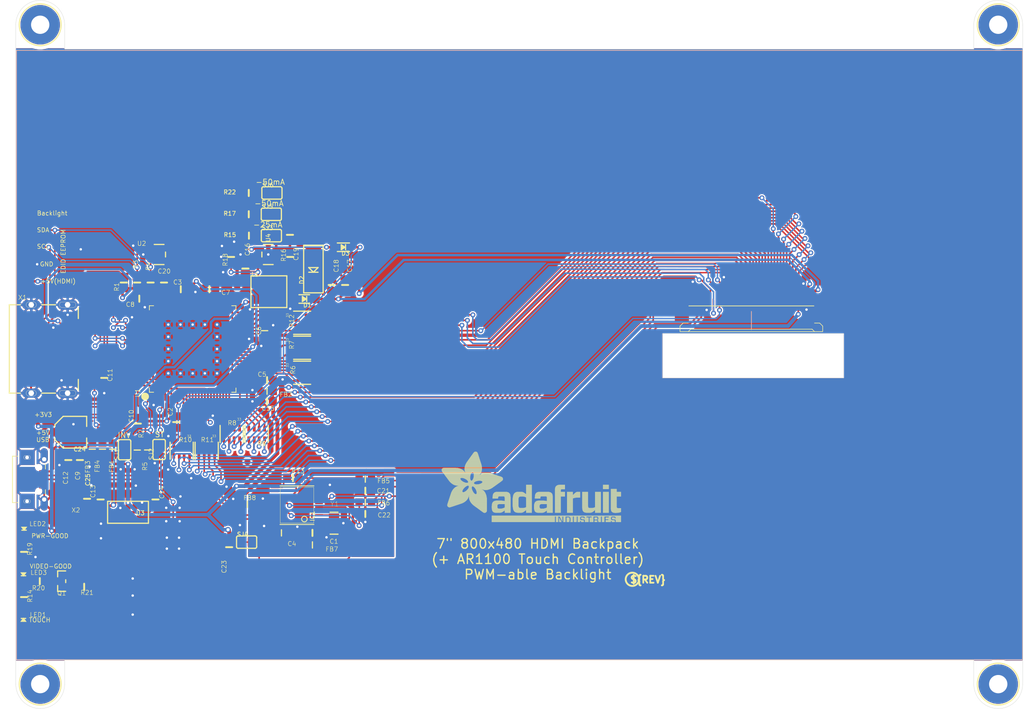
<source format=kicad_pcb>
(kicad_pcb (version 20221018) (generator pcbnew)
  (layers (0 "F.Cu" signal) (31 "B.Cu" signal) (34 "B.Paste" user) (35 "F.Paste" user) (36 "B.SilkS" user "B.Silkscreen") (37 "F.SilkS" user "F.Silkscreen") (38 "B.Mask" user) (39 "F.Mask" user) (44 "Edge.Cuts" user))
  (net 0 "")
  (net 1 "GND")
  (net 2 "N$1")
  (net 3 "N$2")
  (net 4 "N$3")
  (net 5 "N$4")
  (net 6 "N$5")
  (net 7 "N$6")
  (net 8 "N$7")
  (net 9 "N$8")
  (net 10 "N$9")
  (net 11 "N$38")
  (net 12 "N$42")
  (net 13 "VDD")
  (net 14 "VDDIO")
  (net 15 "OCK_INV")
  (net 16 "ST")
  (net 17 "PWRDN_O")
  (net 18 "PWRDN")
  (net 19 "ASD")
  (net 20 "ZXC")
  (net 21 "XCV")
  (net 22 "CVB")
  (net 23 "CTL3")
  (net 24 "CTL2")
  (net 25 "CTL1")
  (net 26 "AVDD")
  (net 27 "SCL")
  (net 28 "SDA")
  (net 29 "VIN")
  (net 30 "5.0V")
  (net 31 "D+")
  (net 32 "D-")
  (net 33 "N$10")
  (net 34 "N$11")
  (net 35 "N$12")
  (net 36 "N$14")
  (net 37 "N$15")
  (net 38 "N$16")
  (net 39 "N$17")
  (net 40 "N$18")
  (net 41 "N$19")
  (net 42 "N$20")
  (net 43 "N$21")
  (net 44 "N$22")
  (net 45 "N$23")
  (net 46 "N$24")
  (net 47 "N$25")
  (net 48 "N$26")
  (net 49 "N$27")
  (net 50 "N$28")
  (net 51 "N$29")
  (net 52 "N$30")
  (net 53 "N$31")
  (net 54 "N$32")
  (net 55 "N$33")
  (net 56 "N$34")
  (net 57 "N$35")
  (net 58 "N$36")
  (net 59 "N$39")
  (net 60 "R0")
  (net 61 "R1")
  (net 62 "R2")
  (net 63 "R3")
  (net 64 "R4")
  (net 65 "R5")
  (net 66 "R6")
  (net 67 "R7")
  (net 68 "G0")
  (net 69 "G1")
  (net 70 "G2")
  (net 71 "G3")
  (net 72 "G4")
  (net 73 "G5")
  (net 74 "G6")
  (net 75 "G7")
  (net 76 "B0")
  (net 77 "B1")
  (net 78 "B2")
  (net 79 "B3")
  (net 80 "B4")
  (net 81 "B5")
  (net 82 "B6")
  (net 83 "B7")
  (net 84 "VSYNC")
  (net 85 "HSYNC")
  (net 86 "PIXCLK")
  (net 87 "DISPEN")
  (net 88 "ACTIVE")
  (net 89 "X+")
  (net 90 "Y+")
  (net 91 "X-")
  (net 92 "Y-")
  (net 93 "N$40")
  (net 94 "N$41")
  (net 95 "N$43")
  (net 96 "N$47")
  (net 97 "N$52")
  (net 98 "LEDK")
  (net 99 "24V")
  (net 100 "N$13")
  (net 101 "N$45")
  (net 102 "N$46")
  (net 103 "N$48")
  (net 104 "N$53")
  (net 105 "N$54")
  (net 106 "AGND")
  (net 107 "N$55")
  (net 108 "AVDD2")
  (net 109 "N$49")
  (net 110 "N$37")
  (net 111 "N$44")
  (footprint "working:1X01_SMD_MASKHELD_2X2MM" (layer "F.Cu") (at 67.5511 87.403758)
    (fp_text reference "JP4" hide)
    (fp_text value "" hide)
    (pad "1" smd rect (at 0 0) (size 2.4 2.4) (layers "F.Cu" "F.Mask") (net 27 "SCL"))
  )
  (footprint "working:_0805MP" (layer "F.Cu") (at 85.8661 120.692758 -90)
    (fp_text reference "R2" (at -1.9125 -0.6475 90) (layer "F.SilkS") (effects (font (size 0.73282 0.73282) (thickness 0.07998)) (justify left)))
    (fp_text value "10K")
    (pad "1" smd rect (at -1.016 0 270) (size 1.2 1.3) (layers "F.Cu" "F.Paste" "F.Mask") (net 14 "VDDIO"))
    (pad "2" smd rect (at 1.016 0 270) (size 1.2 1.3) (layers "F.Cu" "F.Paste" "F.Mask") (net 16 "ST"))
  )
  (footprint "working:0805-NO" (layer "F.Cu") (at 93.0011 94.303758 180)
    (fp_text reference "C3" (at 1.2875 1.1525) (layer "F.SilkS") (effects (font (size 0.73282 0.73282) (thickness 0.07998)) (justify left)))
    (fp_text value "0.1uF")
    (pad "1" smd rect (at -0.95 0 180) (size 1.3 1.5) (layers "F.Cu" "F.Paste" "F.Mask") (net 14 "VDDIO"))
    (pad "2" smd rect (at 0.95 0 180) (size 1.3 1.5) (layers "F.Cu" "F.Paste" "F.Mask") (net 1 "GND"))
  )
  (footprint "working:INDUCTOR_5X5MM_NR5040_NOTHERMALS" (layer "F.Cu") (at 107.4511 94.703758)
    (fp_text reference "L1" (at -2.946 -2.846) (layer "F.SilkS") (effects (font (size 0.692831 0.692831) (thickness 0.119969)) (justify left)))
    (fp_text value "6.8uH")
    (pad "P$1" smd rect (at -1.8 0) (size 1.8 4) (layers "F.Cu" "F.Paste" "F.Mask") (net 29 "VIN"))
    (pad "P$2" smd rect (at 1.8 0) (size 1.8 4) (layers "F.Cu" "F.Paste" "F.Mask") (net 96 "N$47"))
  )
  (footprint "working:0805-NO" (layer "F.Cu") (at 100.9341 136.630758 -90)
    (fp_text reference "C23" (at 2.0955 0.8255 90) (layer "F.SilkS") (effects (font (size 0.73282 0.73282) (thickness 0.07998)) (justify right)))
    (fp_text value "0.1uF")
    (pad "1" smd rect (at -0.95 0 270) (size 1.3 1.5) (layers "F.Cu" "F.Paste" "F.Mask") (net 13 "VDD"))
    (pad "2" smd rect (at 0.95 0 270) (size 1.3 1.5) (layers "F.Cu" "F.Paste" "F.Mask") (net 1 "GND"))
  )
  (footprint "working:SOT23-5" (layer "F.Cu") (at 107.3511 88.603758 90)
    (fp_text reference "U4" (at 1.978 0 90) (layer "F.SilkS") (effects (font (size 0.692831 0.692831) (thickness 0.119969)) (justify left)))
    (fp_text value "FAN5333BSX")
    (pad "1" smd rect (at -0.95 1.3001 90) (size 0.55 1.2) (layers "F.Cu" "F.Paste" "F.Mask") (net 96 "N$47"))
    (pad "2" smd rect (at 0 1.3001 90) (size 0.55 1.2) (layers "F.Cu" "F.Paste" "F.Mask") (net 1 "GND"))
    (pad "3" smd rect (at 0.95 1.3001 90) (size 0.55 1.2) (layers "F.Cu" "F.Paste" "F.Mask") (net 98 "LEDK"))
    (pad "4" smd rect (at 0.95 -1.3001 90) (size 0.55 1.2) (layers "F.Cu" "F.Paste" "F.Mask") (net 97 "N$52"))
    (pad "5" smd rect (at -0.95 -1.3001 90) (size 0.55 1.2) (layers "F.Cu" "F.Paste" "F.Mask") (net 29 "VIN"))
  )
  (footprint "working:_0805MP" (layer "F.Cu") (at 109.5121 134.282758)
    (fp_text reference "C4" (at 0.9505 1.7985) (layer "F.SilkS") (effects (font (size 0.73282 0.73282) (thickness 0.07998)) (justify left)))
    (fp_text value "0.1uF")
    (pad "1" smd rect (at -1.016 0) (size 1.2 1.3) (layers "F.Cu" "F.Paste" "F.Mask") (net 35 "N$12"))
    (pad "2" smd rect (at 1.016 0) (size 1.2 1.3) (layers "F.Cu" "F.Paste" "F.Mask") (net 106 "AGND"))
  )
  (footprint "working:1X01_SMD_MASKHELD_2X2MM" (layer "F.Cu") (at 67.5511 90.203758)
    (fp_text reference "GND0" hide)
    (fp_text value "" hide)
    (pad "1" smd rect (at 0 0) (size 2.4 2.4) (layers "F.Cu" "F.Mask") (net 1 "GND"))
  )
  (footprint "working:0805-NO" (layer "F.Cu") (at 111.3921 125.292758 180)
    (fp_text reference "R13" (at 0.2875 1.1525) (layer "F.SilkS") (effects (font (size 0.73282 0.73282) (thickness 0.07998)) (justify left)))
    (fp_text value "10K")
    (pad "1" smd rect (at -0.95 0 180) (size 1.3 1.5) (layers "F.Cu" "F.Paste" "F.Mask") (net 91 "X-"))
    (pad "2" smd rect (at 0.95 0 180) (size 1.3 1.5) (layers "F.Cu" "F.Paste" "F.Mask") (net 93 "N$40"))
  )
  (footprint "working:_0805MP" (layer "F.Cu") (at 87.5701 120.680758 90)
    (fp_text reference "R5" (at -1.9125 -0.4475 90) (layer "F.SilkS") (effects (font (size 0.73282 0.73282) (thickness 0.07998)) (justify right)))
    (fp_text value "10K")
    (pad "1" smd rect (at -1.016 0 90) (size 1.2 1.3) (layers "F.Cu" "F.Paste" "F.Mask") (net 1 "GND"))
    (pad "2" smd rect (at 1.016 0 90) (size 1.2 1.3) (layers "F.Cu" "F.Paste" "F.Mask") (net 15 "OCK_INV"))
  )
  (footprint "working:MOUNTINGHOLE_3.0_PLATED" (layer "F.Cu") (at 69.9511 50.903758)
    (fp_text reference "U$31" hide)
    (fp_text value "MOUNTINGHOLE3.0" hide)
    (pad "P$1" thru_hole circle (at 0 0) (size 6.4516 6.4516) (drill 3) (layers "*.Cu" "*.Mask"))
    (zone (net 0) (net_name "") (layer "F.Cu") (connect_pads (clearance 0)) (min_thickness 0.25)
      (keepout (tracks not_allowed) (vias not_allowed) (pads not_allowed) (copperpour not_allowed) (footprints allowed))
      (fill (thermal_gap 0.5) (thermal_bridge_width 0.5))
      (polygon (pts (xy 74.0151 50.903758) (xy 73.994905 50.499114) (xy 73.934521 50.098492) (xy 73.834548 49.705873) (xy 73.695979 49.325159) (xy 73.520192 48.960134) (xy 73.308934 48.614425) (xy 73.064305 48.291469) (xy 72.788734 47.994475) (xy 72.484963 47.726395) (xy 72.156008 47.489893) (xy 71.80514 47.287319) (xy 71.435846 47.120687) (xy 71.051796 46.991653) (xy 70.656806 46.901499) (xy 70.254803 46.851122) (xy 69.849782 46.841021) (xy 69.445767 46.871298) (xy 69.046775 46.941651) (xy 68.65677 47.051381) (xy 68.279629 47.199398) (xy 67.9191 47.384231) (xy 67.578766 47.604042) (xy 67.262009 47.856647) (xy 66.971977 48.139536) (xy 66.711553 48.449897) (xy 66.483326 48.784645) (xy 66.289563 49.140454) (xy 66.132189 49.513788) (xy 66.01277 49.900936) (xy 65.932492 50.29805) (xy 65.892152 50.701184) (xy 65.892152 51.106332) (xy 65.932492 51.509466) (xy 66.01277 51.90658) (xy 66.132189 52.293728) (xy 66.289563 52.667062) (xy 66.483326 53.022871) (xy 66.711553 53.357619) (xy 66.971977 53.66798) (xy 67.262009 53.950869) (xy 67.578766 54.203474) (xy 67.9191 54.423285) (xy 68.279629 54.608118) (xy 68.65677 54.756135) (xy 69.046775 54.865865) (xy 69.445767 54.936218) (xy 69.849782 54.966495) (xy 70.254803 54.956394) (xy 70.656806 54.906017) (xy 71.051796 54.815863) (xy 71.435846 54.686829) (xy 71.80514 54.520197) (xy 72.156008 54.317623) (xy 72.484963 54.081121) (xy 72.788734 53.813041) (xy 73.064305 53.516047) (xy 73.308934 53.193091) (xy 73.520192 52.847382) (xy 73.695979 52.482357) (xy 73.834548 52.101643) (xy 73.934521 51.709024) (xy 73.994905 51.308402)))
      (polygon (pts (xy 71.9831 50.903758) (xy 71.963325 50.620958) (xy 71.904384 50.343663) (xy 71.807424 50.077269) (xy 71.674334 49.826962) (xy 71.507702 49.597614) (xy 71.310773 49.393688) (xy 71.08738 49.219154) (xy 70.84187 49.077408) (xy 70.579023 48.971211) (xy 70.303953 48.902629) (xy 70.022016 48.872996) (xy 69.738698 48.88289) (xy 69.459515 48.932117) (xy 69.189899 49.01972) (xy 68.9351 49.143994) (xy 68.700076 49.30252) (xy 68.489402 49.492212) (xy 68.307177 49.709378) (xy 68.15695 49.949792) (xy 68.041645 50.208773) (xy 67.963504 50.481281) (xy 67.92405 50.762013) (xy 67.92405 51.045503) (xy 67.963504 51.326235) (xy 68.041645 51.598743) (xy 68.15695 51.857724) (xy 68.307177 52.098138) (xy 68.489402 52.315304) (xy 68.700076 52.504996) (xy 68.9351 52.663522) (xy 69.189899 52.787796) (xy 69.459515 52.875399) (xy 69.738698 52.924626) (xy 70.022016 52.93452) (xy 70.303953 52.904887) (xy 70.579023 52.836305) (xy 70.84187 52.730108) (xy 71.08738 52.588362) (xy 71.310773 52.413828) (xy 71.507702 52.209902) (xy 71.674334 51.980554) (xy 71.807424 51.730247) (xy 71.904384 51.463853) (xy 71.963325 51.186558)))
    )
    (zone (net 0) (net_name "") (layer "B.Cu") (connect_pads (clearance 0)) (min_thickness 0.25)
      (keepout (tracks not_allowed) (vias not_allowed) (pads not_allowed) (copperpour not_allowed) (footprints allowed))
      (fill (thermal_gap 0.5) (thermal_bridge_width 0.5))
      (polygon (pts (xy 74.0151 50.903758) (xy 73.994905 50.499114) (xy 73.934521 50.098492) (xy 73.834548 49.705873) (xy 73.695979 49.325159) (xy 73.520192 48.960134) (xy 73.308934 48.614425) (xy 73.064305 48.291469) (xy 72.788734 47.994475) (xy 72.484963 47.726395) (xy 72.156008 47.489893) (xy 71.80514 47.287319) (xy 71.435846 47.120687) (xy 71.051796 46.991653) (xy 70.656806 46.901499) (xy 70.254803 46.851122) (xy 69.849782 46.841021) (xy 69.445767 46.871298) (xy 69.046775 46.941651) (xy 68.65677 47.051381) (xy 68.279629 47.199398) (xy 67.9191 47.384231) (xy 67.578766 47.604042) (xy 67.262009 47.856647) (xy 66.971977 48.139536) (xy 66.711553 48.449897) (xy 66.483326 48.784645) (xy 66.289563 49.140454) (xy 66.132189 49.513788) (xy 66.01277 49.900936) (xy 65.932492 50.29805) (xy 65.892152 50.701184) (xy 65.892152 51.106332) (xy 65.932492 51.509466) (xy 66.01277 51.90658) (xy 66.132189 52.293728) (xy 66.289563 52.667062) (xy 66.483326 53.022871) (xy 66.711553 53.357619) (xy 66.971977 53.66798) (xy 67.262009 53.950869) (xy 67.578766 54.203474) (xy 67.9191 54.423285) (xy 68.279629 54.608118) (xy 68.65677 54.756135) (xy 69.046775 54.865865) (xy 69.445767 54.936218) (xy 69.849782 54.966495) (xy 70.254803 54.956394) (xy 70.656806 54.906017) (xy 71.051796 54.815863) (xy 71.435846 54.686829) (xy 71.80514 54.520197) (xy 72.156008 54.317623) (xy 72.484963 54.081121) (xy 72.788734 53.813041) (xy 73.064305 53.516047) (xy 73.308934 53.193091) (xy 73.520192 52.847382) (xy 73.695979 52.482357) (xy 73.834548 52.101643) (xy 73.934521 51.709024) (xy 73.994905 51.308402)))
      (polygon (pts (xy 71.9831 50.903758) (xy 71.963325 50.620958) (xy 71.904384 50.343663) (xy 71.807424 50.077269) (xy 71.674334 49.826962) (xy 71.507702 49.597614) (xy 71.310773 49.393688) (xy 71.08738 49.219154) (xy 70.84187 49.077408) (xy 70.579023 48.971211) (xy 70.303953 48.902629) (xy 70.022016 48.872996) (xy 69.738698 48.88289) (xy 69.459515 48.932117) (xy 69.189899 49.01972) (xy 68.9351 49.143994) (xy 68.700076 49.30252) (xy 68.489402 49.492212) (xy 68.307177 49.709378) (xy 68.15695 49.949792) (xy 68.041645 50.208773) (xy 67.963504 50.481281) (xy 67.92405 50.762013) (xy 67.92405 51.045503) (xy 67.963504 51.326235) (xy 68.041645 51.598743) (xy 68.15695 51.857724) (xy 68.307177 52.098138) (xy 68.489402 52.315304) (xy 68.700076 52.504996) (xy 68.9351 52.663522) (xy 69.189899 52.787796) (xy 69.459515 52.875399) (xy 69.738698 52.924626) (xy 70.022016 52.93452) (xy 70.303953 52.904887) (xy 70.579023 52.836305) (xy 70.84187 52.730108) (xy 71.08738 52.588362) (xy 71.310773 52.413828) (xy 71.507702 52.209902) (xy 71.674334 51.980554) (xy 71.807424 51.730247) (xy 71.904384 51.463853) (xy 71.963325 51.186558)))
    )
  )
  (footprint "working:HDMI_MOLEX_47151-0001_DIMLAYER" (layer "F.Cu") (at 75.2011 104.103758 -90)
    (fp_text reference "X1" (at -8.444 8.908) (layer "F.SilkS") (effects (font (size 0.73282 0.73282) (thickness 0.07998)) (justify left)))
    (fp_text value "47151-0001" hide)
    (fp_line (start -7.7 -0.15) (end -7.7 1.65) (stroke (width 0.05)) (layer "Edge.Cuts"))
    (fp_line (start -7.7 7.12) (end -7.7 6.32) (stroke (width 0.05)) (layer "Edge.Cuts"))
    (fp_line (start -6.8 1.65) (end -6.8 -0.15) (stroke (width 0.05)) (layer "Edge.Cuts"))
    (fp_line (start -6.8 6.32) (end -6.8 7.12) (stroke (width 0.05)) (layer "Edge.Cuts"))
    (fp_line (start 6.8 -0.15) (end 6.8 1.65) (stroke (width 0.05)) (layer "Edge.Cuts"))
    (fp_line (start 6.8 7.12) (end 6.8 6.32) (stroke (width 0.05)) (layer "Edge.Cuts"))
    (fp_line (start 7.7 1.65) (end 7.7 -0.15) (stroke (width 0.05)) (layer "Edge.Cuts"))
    (fp_line (start 7.7 6.32) (end 7.7 7.12) (stroke (width 0.05)) (layer "Edge.Cuts"))
    (fp_arc (start -7.7 -0.15) (mid -7.568197 -0.468198) (end -7.249999 -0.599999) (stroke (width 0.05)) (layer "Edge.Cuts"))
    (fp_arc (start -7.7 6.32) (mid -7.568198 6.001802) (end -7.25 5.87) (stroke (width 0.05)) (layer "Edge.Cuts"))
    (fp_arc (start -7.25 -0.6) (mid -6.931801 -0.468198) (end -6.799999 -0.149999) (stroke (width 0.05)) (layer "Edge.Cuts"))
    (fp_arc (start -7.25 2.1) (mid -7.568198 1.968198) (end -7.7 1.65) (stroke (width 0.05)) (layer "Edge.Cuts"))
    (fp_arc (start -7.25 5.87) (mid -6.931802 6.001802) (end -6.8 6.32) (stroke (width 0.05)) (layer "Edge.Cuts"))
    (fp_arc (start -7.25 7.57) (mid -7.568198 7.438198) (end -7.7 7.12) (stroke (width 0.05)) (layer "Edge.Cuts"))
    (fp_arc (start -6.8 1.65) (mid -6.931802 1.968198) (end -7.25 2.1) (stroke (width 0.05)) (layer "Edge.Cuts"))
    (fp_arc (start -6.8 7.12) (mid -6.931802 7.438198) (end -7.25 7.57) (stroke (width 0.05)) (layer "Edge.Cuts"))
    (fp_arc (start 6.8 -0.15) (mid 6.931803 -0.468198) (end 7.250001 -0.599999) (stroke (width 0.05)) (layer "Edge.Cuts"))
    (fp_arc (start 6.8 6.32) (mid 6.931802 6.001802) (end 7.25 5.87) (stroke (width 0.05)) (layer "Edge.Cuts"))
    (fp_arc (start 7.25 -0.6) (mid 7.568199 -0.468198) (end 7.700001 -0.149999) (stroke (width 0.05)) (layer "Edge.Cuts"))
    (fp_arc (start 7.25 2.1) (mid 6.931802 1.968198) (end 6.8 1.65) (stroke (width 0.05)) (layer "Edge.Cuts"))
    (fp_arc (start 7.25 5.87) (mid 7.568198 6.001802) (end 7.7 6.32) (stroke (width 0.05)) (layer "Edge.Cuts"))
    (fp_arc (start 7.25 7.57) (mid 6.931802 7.438198) (end 6.8 7.12) (stroke (width 0.05)) (layer "Edge.Cuts"))
    (fp_arc (start 7.7 1.65) (mid 7.568198 1.968198) (end 7.25 2.1) (stroke (width 0.05)) (layer "Edge.Cuts"))
    (fp_arc (start 7.7 7.12) (mid 7.568198 7.438198) (end 7.25 7.57) (stroke (width 0.05)) (layer "Edge.Cuts"))
    (pad "1" smd rect (at 4.5 0 270) (size 0.25 2.6) (layers "F.Cu" "F.Paste" "F.Mask") (net 8 "N$7"))
    (pad "2" smd rect (at 4 0 270) (size 0.25 2.6) (layers "F.Cu" "F.Paste" "F.Mask") (net 1 "GND"))
    (pad "3" smd rect (at 3.5 0 270) (size 0.25 2.6) (layers "F.Cu" "F.Paste" "F.Mask") (net 9 "N$8"))
    (pad "4" smd rect (at 3 0 270) (size 0.25 2.6) (layers "F.Cu" "F.Paste" "F.Mask") (net 6 "N$5"))
    (pad "5" smd rect (at 2.5 0 270) (size 0.25 2.6) (layers "F.Cu" "F.Paste" "F.Mask") (net 1 "GND"))
    (pad "6" smd rect (at 2 0 270) (size 0.25 2.6) (layers "F.Cu" "F.Paste" "F.Mask") (net 7 "N$6"))
    (pad "7" smd rect (at 1.5 0 270) (size 0.25 2.6) (layers "F.Cu" "F.Paste" "F.Mask") (net 4 "N$3"))
    (pad "8" smd rect (at 1 0 270) (size 0.25 2.6) (layers "F.Cu" "F.Paste" "F.Mask") (net 1 "GND"))
    (pad "9" smd rect (at 0.5 0 270) (size 0.25 2.6) (layers "F.Cu" "F.Paste" "F.Mask") (net 5 "N$4"))
    (pad "10" smd rect (at 0 0 270) (size 0.25 2.6) (layers "F.Cu" "F.Paste" "F.Mask") (net 2 "N$1"))
    (pad "11" smd rect (at -0.5 0 270) (size 0.25 2.6) (layers "F.Cu" "F.Paste" "F.Mask") (net 1 "GND"))
    (pad "12" smd rect (at -1 0 270) (size 0.25 2.6) (layers "F.Cu" "F.Paste" "F.Mask") (net 3 "N$2"))
    (pad "13" smd rect (at -1.5 0 270) (size 0.25 2.6) (layers "F.Cu" "F.Paste" "F.Mask"))
    (pad "14" smd rect (at -2 0 270) (size 0.25 2.6) (layers "F.Cu" "F.Paste" "F.Mask"))
    (pad "15" smd rect (at -2.5 0 270) (size 0.25 2.6) (layers "F.Cu" "F.Paste" "F.Mask") (net 27 "SCL"))
    (pad "16" smd rect (at -3 0 270) (size 0.25 2.6) (layers "F.Cu" "F.Paste" "F.Mask") (net 28 "SDA"))
    (pad "17" smd rect (at -3.5 0 270) (size 0.25 2.6) (layers "F.Cu" "F.Paste" "F.Mask") (net 1 "GND"))
    (pad "18" smd rect (at -4 0 270) (size 0.25 2.6) (layers "F.Cu" "F.Paste" "F.Mask") (net 30 "5.0V"))
    (pad "19" smd rect (at -4.5 0 270) (size 0.25 2.6) (layers "F.Cu" "F.Paste" "F.Mask") (net 10 "N$9"))
    (pad "P$1" thru_hole oval (at -7.25 0.76) (size 3.3 1.65) (drill 0.9) (layers "*.Cu" "*.Mask") (net 1 "GND"))
    (pad "P$2" thru_hole oval (at 7.25 0.76) (size 3.3 1.65) (drill 0.9) (layers "*.Cu" "*.Mask") (net 1 "GND"))
    (pad "P$3" thru_hole oval (at 7.25 6.72) (size 3 1.5) (drill 0.9) (layers "*.Cu" "*.Mask") (net 1 "GND"))
    (pad "P$4" thru_hole oval (at -7.25 6.72) (size 3 1.5) (drill 0.9) (layers "*.Cu" "*.Mask") (net 1 "GND"))
  )
  (footprint "working:RESPACK_4X0603" (layer "F.Cu") (at 93.1511 120.803758 180)
    (fp_text reference "R10" (at 0.5 1.8) (layer "F.SilkS") (effects (font (size 0.73282 0.73282) (thickness 0.07998)) (justify left)))
    (fp_text value "33" (at -1.6 2.4) (layer "F.SilkS") (effects (font (size 0.369824 0.369824) (thickness 0.036576)) (justify right)))
    (pad "1" smd rect (at -1.3 0.85 180) (size 0.45 0.9) (layers "F.Cu" "F.Paste" "F.Mask") (net 79 "B3"))
    (pad "2" smd rect (at -0.4 0.85 180) (size 0.45 0.9) (layers "F.Cu" "F.Paste" "F.Mask") (net 78 "B2"))
    (pad "3" smd rect (at 0.4 0.85 180) (size 0.45 0.9) (layers "F.Cu" "F.Paste" "F.Mask") (net 77 "B1"))
    (pad "4" smd rect (at 1.3 0.85 180) (size 0.45 0.9) (layers "F.Cu" "F.Paste" "F.Mask") (net 76 "B0"))
    (pad "5" smd rect (at 1.3 -0.85 180) (size 0.45 0.9) (layers "F.Cu" "F.Paste" "F.Mask") (net 52 "N$30"))
    (pad "6" smd rect (at 0.4 -0.85 180) (size 0.45 0.9) (layers "F.Cu" "F.Paste" "F.Mask") (net 53 "N$31"))
    (pad "7" smd rect (at -0.4 -0.85 180) (size 0.45 0.9) (layers "F.Cu" "F.Paste" "F.Mask") (net 54 "N$32"))
    (pad "8" smd rect (at -1.3 -0.85 180) (size 0.45 0.9) (layers "F.Cu" "F.Paste" "F.Mask") (net 55 "N$33"))
  )
  (footprint "working:PANASONIC_C" (layer "F.Cu") (at 74.9681 117.765758 180)
    (fp_text reference "C24" (at -2.54 -2.794) (layer "F.SilkS") (effects (font (size 0.692831 0.692831) (thickness 0.119969)) (justify right)))
    (fp_text value "100uF/6V")
    (pad "+" smd rect (at 2.05 0 180) (size 2.6 1.4) (layers "F.Cu" "F.Paste" "F.Mask") (net 29 "VIN"))
    (pad "-" smd rect (at -2.05 0 180) (size 2.6 1.4) (layers "F.Cu" "F.Paste" "F.Mask") (net 1 "GND"))
  )
  (footprint "working:RESPACK_4X0603" (layer "F.Cu") (at 112.9011 99.803758 -90)
    (fp_text reference "R12" (at 0.8 1.7 90) (layer "F.SilkS") (effects (font (size 0.73282 0.73282) (thickness 0.07998)) (justify left)))
    (fp_text value "33" (at -1.6 2.4 90) (layer "F.SilkS") (effects (font (size 0.369824 0.369824) (thickness 0.036576)) (justify right)))
    (pad "1" smd rect (at -1.3 0.85 270) (size 0.45 0.9) (layers "F.Cu" "F.Paste" "F.Mask") (net 21 "XCV"))
    (pad "2" smd rect (at -0.4 0.85 270) (size 0.45 0.9) (layers "F.Cu" "F.Paste" "F.Mask") (net 22 "CVB"))
    (pad "3" smd rect (at 0.4 0.85 270) (size 0.45 0.9) (layers "F.Cu" "F.Paste" "F.Mask") (net 19 "ASD"))
    (pad "4" smd rect (at 1.3 0.85 270) (size 0.45 0.9) (layers "F.Cu" "F.Paste" "F.Mask") (net 20 "ZXC"))
    (pad "5" smd rect (at 1.3 -0.85 270) (size 0.45 0.9) (layers "F.Cu" "F.Paste" "F.Mask") (net 86 "PIXCLK"))
    (pad "6" smd rect (at 0.4 -0.85 270) (size 0.45 0.9) (layers "F.Cu" "F.Paste" "F.Mask") (net 87 "DISPEN"))
    (pad "7" smd rect (at -0.4 -0.85 270) (size 0.45 0.9) (layers "F.Cu" "F.Paste" "F.Mask") (net 84 "VSYNC"))
    (pad "8" smd rect (at -1.3 -0.85 270) (size 0.45 0.9) (layers "F.Cu" "F.Paste" "F.Mask") (net 85 "HSYNC"))
  )
  (footprint "working:1X01_SMD_MASKHELD_2X2MM" (layer "F.Cu") (at 67.6511 117.903758)
    (fp_text reference "JP6" hide)
    (fp_text value "" hide)
    (pad "1" smd rect (at 0 0) (size 2.4 2.4) (layers "F.Cu" "F.Mask") (net 29 "VIN"))
  )
  (footprint "working:FIDUCIAL_1MM" (layer "F.Cu") (at 228.9811 152.949758)
    (fp_text reference "FID3" hide)
    (fp_text value "FIDUCIAL\"\"" hide)
    (pad "1" smd roundrect (at 0 0) (size 1 1) (layers "F.Cu" "F.Mask") (roundrect_rratio 0.5))
  )
  (footprint "working:0805-NO" (layer "F.Cu") (at 77.6351 128.687758 90)
    (fp_text reference "C25" (at 2.032 0.127 90) (layer "F.SilkS") (effects (font (size 0.692831 0.692831) (thickness 0.119969)) (justify left)))
    (fp_text value "1uF")
    (pad "1" smd rect (at -0.95 0 90) (size 1.3 1.5) (layers "F.Cu" "F.Paste" "F.Mask") (net 29 "VIN"))
    (pad "2" smd rect (at 0.95 0 90) (size 1.3 1.5) (layers "F.Cu" "F.Paste" "F.Mask") (net 1 "GND"))
  )
  (footprint "working:0805-NO" (layer "F.Cu") (at 77.1621 143.132758 180)
    (fp_text reference "R21" (at -1.5875 -0.9525) (layer "F.SilkS") (effects (font (size 0.73282 0.73282) (thickness 0.07998)) (justify right)))
    (fp_text value "1K")
    (pad "1" smd rect (at -0.95 0 180) (size 1.3 1.5) (layers "F.Cu" "F.Paste" "F.Mask") (net 88 "ACTIVE"))
    (pad "2" smd rect (at 0.95 0 180) (size 1.3 1.5) (layers "F.Cu" "F.Paste" "F.Mask") (net 103 "N$48"))
  )
  (footprint "working:SOLDERJUMPER_CLOSEDWIRE" (layer "F.Cu") (at 103.7971 135.799758)
    (fp_text reference "SJ4" (at -1.651 -1.27) (layer "F.SilkS") (effects (font (size 0.692831 0.692831) (thickness 0.119969)) (justify left)))
    (fp_text value "")
    (pad "1" smd rect (at -0.762 0) (size 1.1684 1.6002) (layers "F.Cu" "F.Mask") (net 13 "VDD"))
    (pad "2" smd rect (at 0.762 0) (size 1.1684 1.6002) (layers "F.Cu" "F.Mask") (net 108 "AVDD2"))
    (pad "WIRE" smd rect (at 0 0) (size 0.635 0.2032) (layers "F.Cu" "F.Mask"))
  )
  (footprint "working:CHIPLED_0805_NOOUTLINE" (layer "F.Cu") (at 67.3051 133.603758 180)
    (fp_text reference "LED2" (at -0.827 0.794) (layer "F.SilkS") (effects (font (size 0.73282 0.73282) (thickness 0.07998)) (justify left)))
    (fp_text value "Green")
    (pad "A" smd rect (at 0 1.05 180) (size 1.2 1.2) (layers "F.Cu" "F.Paste" "F.Mask") (net 13 "VDD"))
    (pad "C" smd rect (at 0 -1.05 180) (size 1.2 1.2) (layers "F.Cu" "F.Paste" "F.Mask") (net 100 "N$13"))
  )
  (footprint "working:0805-NO" (layer "F.Cu") (at 123.2661 127.368758 180)
    (fp_text reference "C21" (at -1.8385 -0.0145) (layer "F.SilkS") (effects (font (size 0.73282 0.73282) (thickness 0.07998)) (justify left)))
    (fp_text value "0.01uF")
    (pad "1" smd rect (at -0.95 0 180) (size 1.3 1.5) (layers "F.Cu" "F.Paste" "F.Mask") (net 91 "X-"))
    (pad "2" smd rect (at 0.95 0 180) (size 1.3 1.5) (layers "F.Cu" "F.Paste" "F.Mask") (net 106 "AGND"))
  )
  (footprint "working:0805-NO" (layer "F.Cu") (at 104.1511 82.003758 180)
    (fp_text reference "R17" (at 2.032 0.127) (layer "F.SilkS") (effects (font (size 0.692831 0.692831) (thickness 0.119969)) (justify right)))
    (fp_text value "6")
    (pad "1" smd rect (at -0.95 0 180) (size 1.3 1.5) (layers "F.Cu" "F.Paste" "F.Mask") (net 110 "N$37"))
    (pad "2" smd rect (at 0.95 0 180) (size 1.3 1.5) (layers "F.Cu" "F.Paste" "F.Mask") (net 1 "GND"))
  )
  (footprint "working:0805-NO" (layer "F.Cu") (at 117.7511 93.603758 90)
    (fp_text reference "C18" (at 2.0125 0.7475 90) (layer "F.SilkS") (effects (font (size 0.73282 0.73282) (thickness 0.07998)) (justify left)))
    (fp_text value "1uF")
    (pad "1" smd rect (at -0.95 0 90) (size 1.3 1.5) (layers "F.Cu" "F.Paste" "F.Mask") (net 99 "24V"))
    (pad "2" smd rect (at 0.95 0 90) (size 1.3 1.5) (layers "F.Cu" "F.Paste" "F.Mask") (net 1 "GND"))
  )
  (footprint "working:0805-NO" (layer "F.Cu") (at 88.8511 128.803758 90)
    (fp_text reference "C14" (at 2.2875 1.0525 90) (layer "F.SilkS") (effects (font (size 0.73282 0.73282) (thickness 0.07998)) (justify right)))
    (fp_text value "10uF")
    (pad "1" smd rect (at -0.95 0 90) (size 1.3 1.5) (layers "F.Cu" "F.Paste" "F.Mask") (net 13 "VDD"))
    (pad "2" smd rect (at 0.95 0 90) (size 1.3 1.5) (layers "F.Cu" "F.Paste" "F.Mask") (net 1 "GND"))
  )
  (footprint "working:0805-NO" (layer "F.Cu") (at 103.6011 90.903758 -90)
    (fp_text reference "C16" (at -2.0125 -0.3475 90) (layer "F.SilkS") (effects (font (size 0.73282 0.73282) (thickness 0.07998)) (justify left)))
    (fp_text value "10uF")
    (pad "1" smd rect (at -0.95 0 270) (size 1.3 1.5) (layers "F.Cu" "F.Paste" "F.Mask") (net 1 "GND"))
    (pad "2" smd rect (at 0.95 0 270) (size 1.3 1.5) (layers "F.Cu" "F.Paste" "F.Mask") (net 29 "VIN"))
  )
  (footprint "working:0805-NO" (layer "F.Cu") (at 114.5921 134.282758)
    (fp_text reference "C1" (at 2.7555 1.4015) (layer "F.SilkS") (effects (font (size 0.73282 0.73282) (thickness 0.07998)) (justify left)))
    (fp_text value "0.1uF")
    (pad "1" smd rect (at -0.95 0) (size 1.3 1.5) (layers "F.Cu" "F.Paste" "F.Mask") (net 106 "AGND"))
    (pad "2" smd rect (at 0.95 0) (size 1.3 1.5) (layers "F.Cu" "F.Paste" "F.Mask") (net 107 "N$55"))
  )
  (footprint "working:0805-NO" (layer "F.Cu") (at 110.9511 89.003758 -90)
    (fp_text reference "C19" (at -1.5875 -0.9525 90) (layer "F.SilkS") (effects (font (size 0.73282 0.73282) (thickness 0.07998)) (justify right)))
    (fp_text value "0.1uF")
    (pad "1" smd rect (at -0.95 0 270) (size 1.3 1.5) (layers "F.Cu" "F.Paste" "F.Mask") (net 98 "LEDK"))
    (pad "2" smd rect (at 0.95 0 270) (size 1.3 1.5) (layers "F.Cu" "F.Paste" "F.Mask") (net 1 "GND"))
  )
  (footprint "working:RESPACK_4X0603" (layer "F.Cu") (at 101.3511 118.053758 180)
    (fp_text reference "R8" (at 0.7 1.8) (layer "F.SilkS") (effects (font (size 0.73282 0.73282) (thickness 0.07998)) (justify left)))
    (fp_text value "33" (at -1.6 2.4) (layer "F.SilkS") (effects (font (size 0.369824 0.369824) (thickness 0.036576)) (justify right)))
    (pad "1" smd rect (at -1.3 0.85 180) (size 0.45 0.9) (layers "F.Cu" "F.Paste" "F.Mask") (net 71 "G3"))
    (pad "2" smd rect (at -0.4 0.85 180) (size 0.45 0.9) (layers "F.Cu" "F.Paste" "F.Mask") (net 70 "G2"))
    (pad "3" smd rect (at 0.4 0.85 180) (size 0.45 0.9) (layers "F.Cu" "F.Paste" "F.Mask") (net 69 "G1"))
    (pad "4" smd rect (at 1.3 0.85 180) (size 0.45 0.9) (layers "F.Cu" "F.Paste" "F.Mask") (net 68 "G0"))
    (pad "5" smd rect (at 1.3 -0.85 180) (size 0.45 0.9) (layers "F.Cu" "F.Paste" "F.Mask") (net 44 "N$22"))
    (pad "6" smd rect (at 0.4 -0.85 180) (size 0.45 0.9) (layers "F.Cu" "F.Paste" "F.Mask") (net 45 "N$23"))
    (pad "7" smd rect (at -0.4 -0.85 180) (size 0.45 0.9) (layers "F.Cu" "F.Paste" "F.Mask") (net 46 "N$24"))
    (pad "8" smd rect (at -1.3 -0.85 180) (size 0.45 0.9) (layers "F.Cu" "F.Paste" "F.Mask") (net 47 "N$25"))
  )
  (footprint "working:FIDUCIAL_1MM" (layer "F.Cu") (at 73.0631 149.560758)
    (fp_text reference "FID5" hide)
    (fp_text value "FIDUCIAL\"\"" hide)
    (pad "1" smd roundrect (at 0 0) (size 1 1) (layers "F.Cu" "F.Mask") (roundrect_rratio 0.5))
  )
  (footprint "working:SOT223-R" (layer "F.Cu") (at 84.3511 130.903758 180)
    (fp_text reference "U3" (at -2.794 -0.127) (layer "F.SilkS") (effects (font (size 0.692831 0.692831) (thickness 0.119969)) (justify right)))
    (fp_text value "LT1117(3V3)")
    (pad "1" smd rect (at -2.3 3.05 180) (size 1.3 1.3) (layers "F.Cu" "F.Paste" "F.Mask") (net 1 "GND"))
    (pad "2" smd rect (at 0 3.05 180) (size 1.3 1.3) (layers "F.Cu" "F.Paste" "F.Mask") (net 13 "VDD"))
    (pad "3" smd rect (at 2.3 3.05 180) (size 1.3 1.3) (layers "F.Cu" "F.Paste" "F.Mask") (net 29 "VIN"))
    (pad "4" smd rect (at 0 -3.05 180) (size 3.6 1.3) (layers "F.Cu" "F.Paste" "F.Mask") (net 13 "VDD"))
  )
  (footprint "working:SOD-323" (layer "F.Cu") (at 119.6721 87.412758 180)
    (fp_text reference "D3" (at -1.1 -1) (layer "F.SilkS") (effects (font (size 0.692831 0.692831) (thickness 0.119969)) (justify right)))
    (fp_text value "1N4148")
    (pad "A" smd rect (at 1.27 0 180) (size 1.35 0.8) (layers "F.Cu" "F.Paste" "F.Mask") (net 97 "N$52"))
    (pad "C" smd rect (at -1.27 0 180) (size 1.35 0.8) (layers "F.Cu" "F.Paste" "F.Mask") (net 88 "ACTIVE"))
  )
  (footprint "working:0805-NO" (layer "F.Cu") (at 107.1511 109.230758)
    (fp_text reference "C5" (at -1.5875 -0.9525) (layer "F.SilkS") (effects (font (size 0.73282 0.73282) (thickness 0.07998)) (justify left)))
    (fp_text value "0.1u")
    (pad "1" smd rect (at -0.95 0) (size 1.3 1.5) (layers "F.Cu" "F.Paste" "F.Mask") (net 12 "N$42"))
    (pad "2" smd rect (at 0.95 0) (size 1.3 1.5) (layers "F.Cu" "F.Paste" "F.Mask") (net 1 "GND"))
  )
  (footprint "working:RESONATOR-SMD" (layer "F.Cu") (at 118.1371 132.695758 90)
    (fp_text reference "Y1" (at 3.14 0.811) (layer "F.SilkS") (effects (font (size 0.767933 0.767933) (thickness 0.044867)) (justify right)))
    (fp_text value "12MHz")
    (pad "1" smd rect (at -1.2 0 90) (size 0.7 1.7) (layers "F.Cu" "F.Paste" "F.Mask") (net 33 "N$10"))
    (pad "2" smd rect (at 0 0 90) (size 0.7 1.7) (layers "F.Cu" "F.Paste" "F.Mask") (net 106 "AGND"))
    (pad "3" smd rect (at 1.2 0 90) (size 0.7 1.7) (layers "F.Cu" "F.Paste" "F.Mask") (net 34 "N$11"))
  )
  (footprint "working:0805-NO" (layer "F.Cu") (at 85.9511 116.353758 -90)
    (fp_text reference "C10" (at -0.1125 1.0525 90) (layer "F.SilkS") (effects (font (size 0.73282 0.73282) (thickness 0.07998)) (justify left)))
    (fp_text value "0.1uF")
    (pad "1" smd rect (at -0.95 0 270) (size 1.3 1.5) (layers "F.Cu" "F.Paste" "F.Mask") (net 11 "N$38"))
    (pad "2" smd rect (at 0.95 0 270) (size 1.3 1.5) (layers "F.Cu" "F.Paste" "F.Mask") (net 1 "GND"))
  )
  (footprint "working:1X01_SMD_MASKHELD_2X2MM" (layer "F.Cu") (at 67.5511 84.603758)
    (fp_text reference "JP5" hide)
    (fp_text value "" hide)
    (pad "1" smd rect (at 0 0) (size 2.4 2.4) (layers "F.Cu" "F.Mask") (net 28 "SDA"))
  )
  (footprint "working:FIDUCIAL_1MM" (layer "F.Cu") (at 102.2511 93.903758)
    (fp_text reference "FID1" hide)
    (fp_text value "FIDUCIAL\"\"" hide)
    (pad "1" smd roundrect (at 0 0) (size 1 1) (layers "F.Cu" "F.Mask") (roundrect_rratio 0.5))
  )
  (footprint "working:SOT23-5" (layer "F.Cu") (at 89.4511 88.603758 -90)
    (fp_text reference "U2" (at -1.8 2.078) (layer "F.SilkS") (effects (font (size 0.73282 0.73282) (thickness 0.07998)) (justify right)))
    (fp_text value "24LC02BT-I/OT" hide)
    (pad "1" smd rect (at -0.95 1.3001 270) (size 0.55 1.2) (layers "F.Cu" "F.Paste" "F.Mask") (net 27 "SCL"))
    (pad "2" smd rect (at 0 1.3001 270) (size 0.55 1.2) (layers "F.Cu" "F.Paste" "F.Mask") (net 1 "GND"))
    (pad "3" smd rect (at 0.95 1.3001 270) (size 0.55 1.2) (layers "F.Cu" "F.Paste" "F.Mask") (net 28 "SDA"))
    (pad "4" smd rect (at 0.95 -1.3001 270) (size 0.55 1.2) (layers "F.Cu" "F.Paste" "F.Mask") (net 30 "5.0V"))
    (pad "5" smd rect (at -0.95 -1.3001 270) (size 0.55 1.2) (layers "F.Cu" "F.Paste" "F.Mask") (net 1 "GND"))
  )
  (footprint "working:0805-NO" (layer "F.Cu") (at 86.2011 95.853758)
    (fp_text reference "C8" (at -0.7125 0.9525) (layer "F.SilkS") (effects (font (size 0.73282 0.73282) (thickness 0.07998)) (justify right)))
    (fp_text value "0.1uF")
    (pad "1" smd rect (at -0.95 0) (size 1.3 1.5) (layers "F.Cu" "F.Paste" "F.Mask") (net 12 "N$42"))
    (pad "2" smd rect (at 0.95 0) (size 1.3 1.5) (layers "F.Cu" "F.Paste" "F.Mask") (net 1 "GND"))
  )
  (footprint "working:0805-NO" (layer "F.Cu") (at 74.5601 122.331758 -90)
    (fp_text reference "C12" (at 1.8125 0.4475 90) (layer "F.SilkS") (effects (font (size 0.73282 0.73282) (thickness 0.07998)) (justify right)))
    (fp_text value "10uF")
    (pad "1" smd rect (at -0.95 0 270) (size 1.3 1.5) (layers "F.Cu" "F.Paste" "F.Mask") (net 29 "VIN"))
    (pad "2" smd rect (at 0.95 0 270) (size 1.3 1.5) (layers "F.Cu" "F.Paste" "F.Mask") (net 1 "GND"))
  )
  (footprint "working:_0805MP" (layer "F.Cu") (at 103.9241 129.610758)
    (fp_text reference "FB8" (at -0.6985 -1.0795) (layer "F.SilkS") (effects (font (size 0.73282 0.73282) (thickness 0.07998)) (justify left)))
    (fp_text value "Ferrite")
    (pad "1" smd rect (at -1.016 0) (size 1.2 1.3) (layers "F.Cu" "F.Paste" "F.Mask") (net 1 "GND"))
    (pad "2" smd rect (at 1.016 0) (size 1.2 1.3) (layers "F.Cu" "F.Paste" "F.Mask") (net 106 "AGND"))
  )
  (footprint "working:PCBFEAT-REV-056" (layer "F.Cu") (at 167.0511 141.903758)
    (fp_text reference "U$76" hide)
    (fp_text value "" hide)
    (fp_text user "${REV}" (at -0.5055 0.7145) (layer "F.SilkS") (effects (font (size 1.13792 1.13792) (thickness 0.28448)) (justify left bottom)))
  )
  (footprint "working:_0805MP" (layer "F.Cu") (at 80.1601 120.553758 90)
    (fp_text reference "FB4" (at -1.7125 -0.8475 90) (layer "F.SilkS") (effects (font (size 0.73282 0.73282) (thickness 0.07998)) (justify right)))
    (fp_text value "Ferrite")
    (pad "1" smd rect (at -1.016 0 90) (size 1.2 1.3) (layers "F.Cu" "F.Paste" "F.Mask") (net 13 "VDD"))
    (pad "2" smd rect (at 1.016 0 90) (size 1.2 1.3) (layers "F.Cu" "F.Paste" "F.Mask") (net 11 "N$38"))
  )
  (footprint "working:0805-NO" (layer "F.Cu") (at 85.8511 93.203758 -90)
    (fp_text reference "R3" (at -2.2125 0.2525 90) (layer "F.SilkS") (effects (font (size 0.73282 0.73282) (thickness 0.07998)) (justify left)))
    (fp_text value "10K")
    (pad "1" smd rect (at -0.95 0 270) (size 1.3 1.5) (layers "F.Cu" "F.Paste" "F.Mask") (net 27 "SCL"))
    (pad "2" smd rect (at 0.95 0 270) (size 1.3 1.5) (layers "F.Cu" "F.Paste" "F.Mask") (net 30 "5.0V"))
  )
  (footprint "working:_0805MP" (layer "F.Cu") (at 78.4871 120.553758 90)
    (fp_text reference "FB3" (at -1.8125 -0.7475 90) (layer "F.SilkS") (effects (font (size 0.73282 0.73282) (thickness 0.07998)) (justify right)))
    (fp_text value "Ferrite")
    (pad "1" smd rect (at -1.016 0 90) (size 1.2 1.3) (layers "F.Cu" "F.Paste" "F.Mask") (net 13 "VDD"))
    (pad "2" smd rect (at 1.016 0 90) (size 1.2 1.3) (layers "F.Cu" "F.Paste" "F.Mask") (net 26 "AVDD"))
  )
  (footprint "working:RESPACK_4X0603" (layer "F.Cu") (at 112.9011 108.003758 -90)
    (fp_text reference "R6" (at 0.3 1.5 90) (layer "F.SilkS") (effects (font (size 0.73282 0.73282) (thickness 0.07998)) (justify left)))
    (fp_text value "33" (at -1.6 2.4 90) (layer "F.SilkS") (effects (font (size 0.369824 0.369824) (thickness 0.036576)) (justify right)))
    (pad "1" smd rect (at -1.3 0.85 270) (size 0.45 0.9) (layers "F.Cu" "F.Paste" "F.Mask") (net 63 "R3"))
    (pad "2" smd rect (at -0.4 0.85 270) (size 0.45 0.9) (layers "F.Cu" "F.Paste" "F.Mask") (net 62 "R2"))
    (pad "3" smd rect (at 0.4 0.85 270) (size 0.45 0.9) (layers "F.Cu" "F.Paste" "F.Mask") (net 61 "R1"))
    (pad "4" smd rect (at 1.3 0.85 270) (size 0.45 0.9) (layers "F.Cu" "F.Paste" "F.Mask") (net 60 "R0"))
    (pad "5" smd rect (at 1.3 -0.85 270) (size 0.45 0.9) (layers "F.Cu" "F.Paste" "F.Mask") (net 36 "N$14"))
    (pad "6" smd rect (at 0.4 -0.85 270) (size 0.45 0.9) (layers "F.Cu" "F.Paste" "F.Mask") (net 37 "N$15"))
    (pad "7" smd rect (at -0.4 -0.85 270) (size 0.45 0.9) (layers "F.Cu" "F.Paste" "F.Mask") (net 38 "N$16"))
    (pad "8" smd rect (at -1.3 -0.85 270) (size 0.45 0.9) (layers "F.Cu" "F.Paste" "F.Mask") (net 39 "N$17"))
  )
  (footprint "working:_0805MP" (layer "F.Cu") (at 123.2661 125.463758)
    (fp_text reference "FB5" (at 1.9115 0.2975) (layer "F.SilkS") (effects (font (size 0.73282 0.73282) (thickness 0.07998)) (justify left)))
    (fp_text value "Ferrite")
    (pad "1" smd rect (at -1.016 0) (size 1.2 1.3) (layers "F.Cu" "F.Paste" "F.Mask") (net 91 "X-"))
    (pad "2" smd rect (at 1.016 0) (size 1.2 1.3) (layers "F.Cu" "F.Paste" "F.Mask") (net 104 "N$53"))
  )
  (footprint "working:0805-NO" (layer "F.Cu") (at 90.2511 93.203758 -90)
    (fp_text reference "C20" (at -1.8525 1.0875) (layer "F.SilkS") (effects (font (size 0.73282 0.73282) (thickness 0.07998)) (justify left)))
    (fp_text value "0.1uF")
    (pad "1" smd rect (at -0.95 0 270) (size 1.3 1.5) (layers "F.Cu" "F.Paste" "F.Mask") (net 30 "5.0V"))
    (pad "2" smd rect (at 0.95 0 270) (size 1.3 1.5) (layers "F.Cu" "F.Paste" "F.Mask") (net 1 "GND"))
  )
  (footprint "working:SOLDERJUMPER_CLOSEDWIRE" (layer "F.Cu") (at 107.8511 82.003758)
    (fp_text reference "SJ5" (at -1.651 -1.27) (layer "F.SilkS") (effects (font (size 0.692831 0.692831) (thickness 0.119969)) (justify left)))
    (fp_text value "-50mA")
    (pad "1" smd rect (at -0.762 0) (size 1.1684 1.6002) (layers "F.Cu" "F.Mask") (net 110 "N$37"))
    (pad "2" smd rect (at 0.762 0) (size 1.1684 1.6002) (layers "F.Cu" "F.Mask") (net 98 "LEDK"))
    (pad "WIRE" smd rect (at 0 0) (size 0.635 0.2032) (layers "F.Cu" "F.Mask"))
  )
  (footprint "working:RESPACK_4X0603" (layer "F.Cu") (at 105.4511 118.053758 180)
    (fp_text reference "R9" (at -1.6 -1.6) (layer "F.SilkS") (effects (font (size 0.692831 0.692831) (thickness 0.119969)) (justify right)))
    (fp_text value "33" (at -1.6 2.4) (layer "F.SilkS") (effects (font (size 0.369824 0.369824) (thickness 0.036576)) (justify right)))
    (pad "1" smd rect (at -1.3 0.85 180) (size 0.45 0.9) (layers "F.Cu" "F.Paste" "F.Mask") (net 75 "G7"))
    (pad "2" smd rect (at -0.4 0.85 180) (size 0.45 0.9) (layers "F.Cu" "F.Paste" "F.Mask") (net 74 "G6"))
    (pad "3" smd rect (at 0.4 0.85 180) (size 0.45 0.9) (layers "F.Cu" "F.Paste" "F.Mask") (net 73 "G5"))
    (pad "4" smd rect (at 1.3 0.85 180) (size 0.45 0.9) (layers "F.Cu" "F.Paste" "F.Mask") (net 72 "G4"))
    (pad "5" smd rect (at 1.3 -0.85 180) (size 0.45 0.9) (layers "F.Cu" "F.Paste" "F.Mask") (net 48 "N$26"))
    (pad "6" smd rect (at 0.4 -0.85 180) (size 0.45 0.9) (layers "F.Cu" "F.Paste" "F.Mask") (net 49 "N$27"))
    (pad "7" smd rect (at -0.4 -0.85 180) (size 0.45 0.9) (layers "F.Cu" "F.Paste" "F.Mask") (net 50 "N$28"))
    (pad "8" smd rect (at -1.3 -0.85 180) (size 0.45 0.9) (layers "F.Cu" "F.Paste" "F.Mask") (net 51 "N$29"))
  )
  (footprint "working:SOLDERJUMPER_ARROW_NOPASTE" (layer "F.Cu") (at 89.4521 120.607758 90)
    (fp_text reference "SJ2" (at -1.778 -1.27 90) (layer "F.SilkS") (effects (font (size 0.73282 0.73282) (thickness 0.07998)) (justify left)))
    (fp_text value "")
    (fp_poly (pts (xy 0.201021 0) (xy -0.560979 0.762) (xy -1.1684 0.762) (xy -1.1684 -0.762) (xy -0.560979 -0.762)) (fill solid) (layer "F.Cu"))
    (fp_poly (pts (xy 1.1684 0.762) (xy -0.186831 0.762) (xy 0.548892 0) (xy -0.186831 -0.762) (xy 1.1684 -0.762)) (fill solid) (layer "F.Cu"))
    (pad "1" smd roundrect (at -1.016 0 90) (size 0.762 1.524) (layers "F.Cu") (net 1 "GND"))
    (pad "2" smd roundrect (at 1.016 0 90) (size 0.762 1.524) (layers "F.Cu") (net 16 "ST"))
  )
  (footprint "working:MOUNTINGHOLE_3.0_PLATED" (layer "F.Cu") (at 227.0511 159.103758)
    (fp_text reference "U$33" hide)
    (fp_text value "MOUNTINGHOLE3.0" hide)
    (pad "P$1" thru_hole circle (at 0 0) (size 6.4516 6.4516) (drill 3) (layers "*.Cu" "*.Mask"))
    (zone (net 0) (net_name "") (layer "F.Cu") (connect_pads (clearance 0)) (min_thickness 0.25)
      (keepout (tracks not_allowed) (vias not_allowed) (pads not_allowed) (copperpour not_allowed) (footprints allowed))
      (fill (thermal_gap 0.5) (thermal_bridge_width 0.5))
      (polygon (pts (xy 231.1151 159.103758) (xy 231.094905 158.699114) (xy 231.034521 158.298492) (xy 230.934548 157.905873) (xy 230.795979 157.525159) (xy 230.620192 157.160134) (xy 230.408934 156.814425) (xy 230.164305 156.491469) (xy 229.888734 156.194475) (xy 229.584963 155.926395) (xy 229.256008 155.689893) (xy 228.90514 155.487319) (xy 228.535846 155.320687) (xy 228.151796 155.191653) (xy 227.756806 155.101499) (xy 227.354803 155.051122) (xy 226.949782 155.041021) (xy 226.545767 155.071298) (xy 226.146775 155.141651) (xy 225.75677 155.251381) (xy 225.379629 155.399398) (xy 225.0191 155.584231) (xy 224.678766 155.804042) (xy 224.362009 156.056647) (xy 224.071977 156.339536) (xy 223.811553 156.649897) (xy 223.583326 156.984645) (xy 223.389563 157.340454) (xy 223.232189 157.713788) (xy 223.11277 158.100936) (xy 223.032492 158.49805) (xy 222.992152 158.901184) (xy 222.992152 159.306332) (xy 223.032492 159.709466) (xy 223.11277 160.10658) (xy 223.232189 160.493728) (xy 223.389563 160.867062) (xy 223.583326 161.222871) (xy 223.811553 161.557619) (xy 224.071977 161.86798) (xy 224.362009 162.150869) (xy 224.678766 162.403474) (xy 225.0191 162.623285) (xy 225.379629 162.808118) (xy 225.75677 162.956135) (xy 226.146775 163.065865) (xy 226.545767 163.136218) (xy 226.949782 163.166495) (xy 227.354803 163.156394) (xy 227.756806 163.106017) (xy 228.151796 163.015863) (xy 228.535846 162.886829) (xy 228.90514 162.720197) (xy 229.256008 162.517623) (xy 229.584963 162.281121) (xy 229.888734 162.013041) (xy 230.164305 161.716047) (xy 230.408934 161.393091) (xy 230.620192 161.047382) (xy 230.795979 160.682357) (xy 230.934548 160.301643) (xy 231.034521 159.909024) (xy 231.094905 159.508402)))
      (polygon (pts (xy 229.0831 159.103758) (xy 229.063325 158.820958) (xy 229.004384 158.543663) (xy 228.907424 158.277269) (xy 228.774334 158.026962) (xy 228.607702 157.797614) (xy 228.410773 157.593688) (xy 228.18738 157.419154) (xy 227.94187 157.277408) (xy 227.679023 157.171211) (xy 227.403953 157.102629) (xy 227.122016 157.072996) (xy 226.838698 157.08289) (xy 226.559515 157.132117) (xy 226.289899 157.21972) (xy 226.0351 157.343994) (xy 225.800076 157.50252) (xy 225.589402 157.692212) (xy 225.407177 157.909378) (xy 225.25695 158.149792) (xy 225.141645 158.408773) (xy 225.063504 158.681281) (xy 225.02405 158.962013) (xy 225.02405 159.245503) (xy 225.063504 159.526235) (xy 225.141645 159.798743) (xy 225.25695 160.057724) (xy 225.407177 160.298138) (xy 225.589402 160.515304) (xy 225.800076 160.704996) (xy 226.0351 160.863522) (xy 226.289899 160.987796) (xy 226.559515 161.075399) (xy 226.838698 161.124626) (xy 227.122016 161.13452) (xy 227.403953 161.104887) (xy 227.679023 161.036305) (xy 227.94187 160.930108) (xy 228.18738 160.788362) (xy 228.410773 160.613828) (xy 228.607702 160.409902) (xy 228.774334 160.180554) (xy 228.907424 159.930247) (xy 229.004384 159.663853) (xy 229.063325 159.386558)))
    )
    (zone (net 0) (net_name "") (layer "B.Cu") (connect_pads (clearance 0)) (min_thickness 0.25)
      (keepout (tracks not_allowed) (vias not_allowed) (pads not_allowed) (copperpour not_allowed) (footprints allowed))
      (fill (thermal_gap 0.5) (thermal_bridge_width 0.5))
      (polygon (pts (xy 231.1151 159.103758) (xy 231.094905 158.699114) (xy 231.034521 158.298492) (xy 230.934548 157.905873) (xy 230.795979 157.525159) (xy 230.620192 157.160134) (xy 230.408934 156.814425) (xy 230.164305 156.491469) (xy 229.888734 156.194475) (xy 229.584963 155.926395) (xy 229.256008 155.689893) (xy 228.90514 155.487319) (xy 228.535846 155.320687) (xy 228.151796 155.191653) (xy 227.756806 155.101499) (xy 227.354803 155.051122) (xy 226.949782 155.041021) (xy 226.545767 155.071298) (xy 226.146775 155.141651) (xy 225.75677 155.251381) (xy 225.379629 155.399398) (xy 225.0191 155.584231) (xy 224.678766 155.804042) (xy 224.362009 156.056647) (xy 224.071977 156.339536) (xy 223.811553 156.649897) (xy 223.583326 156.984645) (xy 223.389563 157.340454) (xy 223.232189 157.713788) (xy 223.11277 158.100936) (xy 223.032492 158.49805) (xy 222.992152 158.901184) (xy 222.992152 159.306332) (xy 223.032492 159.709466) (xy 223.11277 160.10658) (xy 223.232189 160.493728) (xy 223.389563 160.867062) (xy 223.583326 161.222871) (xy 223.811553 161.557619) (xy 224.071977 161.86798) (xy 224.362009 162.150869) (xy 224.678766 162.403474) (xy 225.0191 162.623285) (xy 225.379629 162.808118) (xy 225.75677 162.956135) (xy 226.146775 163.065865) (xy 226.545767 163.136218) (xy 226.949782 163.166495) (xy 227.354803 163.156394) (xy 227.756806 163.106017) (xy 228.151796 163.015863) (xy 228.535846 162.886829) (xy 228.90514 162.720197) (xy 229.256008 162.517623) (xy 229.584963 162.281121) (xy 229.888734 162.013041) (xy 230.164305 161.716047) (xy 230.408934 161.393091) (xy 230.620192 161.047382) (xy 230.795979 160.682357) (xy 230.934548 160.301643) (xy 231.034521 159.909024) (xy 231.094905 159.508402)))
      (polygon (pts (xy 229.0831 159.103758) (xy 229.063325 158.820958) (xy 229.004384 158.543663) (xy 228.907424 158.277269) (xy 228.774334 158.026962) (xy 228.607702 157.797614) (xy 228.410773 157.593688) (xy 228.18738 157.419154) (xy 227.94187 157.277408) (xy 227.679023 157.171211) (xy 227.403953 157.102629) (xy 227.122016 157.072996) (xy 226.838698 157.08289) (xy 226.559515 157.132117) (xy 226.289899 157.21972) (xy 226.0351 157.343994) (xy 225.800076 157.50252) (xy 225.589402 157.692212) (xy 225.407177 157.909378) (xy 225.25695 158.149792) (xy 225.141645 158.408773) (xy 225.063504 158.681281) (xy 225.02405 158.962013) (xy 225.02405 159.245503) (xy 225.063504 159.526235) (xy 225.141645 159.798743) (xy 225.25695 160.057724) (xy 225.407177 160.298138) (xy 225.589402 160.515304) (xy 225.800076 160.704996) (xy 226.0351 160.863522) (xy 226.289899 160.987796) (xy 226.559515 161.075399) (xy 226.838698 161.124626) (xy 227.122016 161.13452) (xy 227.403953 161.104887) (xy 227.679023 161.036305) (xy 227.94187 160.930108) (xy 228.18738 160.788362) (xy 228.410773 160.613828) (xy 228.607702 160.409902) (xy 228.774334 160.180554) (xy 228.907424 159.930247) (xy 229.004384 159.663853) (xy 229.063325 159.386558)))
    )
  )
  (footprint "working:0805-NO" (layer "F.Cu") (at 67.3051 137.403758 -90)
    (fp_text reference "R19" (at -1.5875 -0.9525 90) (layer "F.SilkS") (effects (font (size 0.73282 0.73282) (thickness 0.07998)) (justify right)))
    (fp_text value "1K")
    (pad "1" smd rect (at -0.95 0 270) (size 1.3 1.5) (layers "F.Cu" "F.Paste" "F.Mask") (net 100 "N$13"))
    (pad "2" smd rect (at 0.95 0 270) (size 1.3 1.5) (layers "F.Cu" "F.Paste" "F.Mask") (net 1 "GND"))
  )
  (footprint "working:SOD-123" (layer "F.Cu") (at 113.2511 95.903758 180)
    (fp_text reference "D1" (at -1.27 -1.016) (layer "F.SilkS") (effects (font (size 0.692831 0.692831) (thickness 0.119969)) (justify right)))
    (fp_text value "MBR0540")
    (pad "A" smd rect (at 1.85 0 270) (size 1.4 1.4) (layers "F.Cu" "F.Paste" "F.Mask") (net 96 "N$47"))
    (pad "C" smd rect (at -1.85 0 270) (size 1.4 1.4) (layers "F.Cu" "F.Paste" "F.Mask") (net 99 "24V"))
  )
  (footprint "working:CHIPLED_0805_NOOUTLINE" (layer "F.Cu") (at 67.2051 141.081258 180)
    (fp_text reference "LED3" (at -1.0995 0.2855) (layer "F.SilkS") (effects (font (size 0.73282 0.73282) (thickness 0.07998)) (justify left)))
    (fp_text value "Blue")
    (pad "A" smd rect (at 0 1.05 180) (size 1.2 1.2) (layers "F.Cu" "F.Paste" "F.Mask") (net 13 "VDD"))
    (pad "C" smd rect (at 0 -1.05 180) (size 1.2 1.2) (layers "F.Cu" "F.Paste" "F.Mask") (net 101 "N$45"))
  )
  (footprint "working:0805-NO" (layer "F.Cu") (at 67.3011 144.821758 90)
    (fp_text reference "R14" (at 1.2935 0.9805 90) (layer "F.SilkS") (effects (font (size 0.73282 0.73282) (thickness 0.07998)) (justify right)))
    (fp_text value "1K")
    (pad "1" smd rect (at -0.95 0 90) (size 1.3 1.5) (layers "F.Cu" "F.Paste" "F.Mask") (net 94 "N$41"))
    (pad "2" smd rect (at 0.95 0 90) (size 1.3 1.5) (layers "F.Cu" "F.Paste" "F.Mask") (net 106 "AGND"))
  )
  (footprint "working:MOUNTINGHOLE_3.0_PLATED" (layer "F.Cu") (at 227.0511 50.903758)
    (fp_text reference "U$32" hide)
    (fp_text value "MOUNTINGHOLE3.0" hide)
    (pad "P$1" thru_hole circle (at 0 0) (size 6.4516 6.4516) (drill 3) (layers "*.Cu" "*.Mask"))
    (zone (net 0) (net_name "") (layer "F.Cu") (connect_pads (clearance 0)) (min_thickness 0.25)
      (keepout (tracks not_allowed) (vias not_allowed) (pads not_allowed) (copperpour not_allowed) (footprints allowed))
      (fill (thermal_gap 0.5) (thermal_bridge_width 0.5))
      (polygon (pts (xy 231.1151 50.903758) (xy 231.094905 50.499114) (xy 231.034521 50.098492) (xy 230.934548 49.705873) (xy 230.795979 49.325159) (xy 230.620192 48.960134) (xy 230.408934 48.614425) (xy 230.164305 48.291469) (xy 229.888734 47.994475) (xy 229.584963 47.726395) (xy 229.256008 47.489893) (xy 228.90514 47.287319) (xy 228.535846 47.120687) (xy 228.151796 46.991653) (xy 227.756806 46.901499) (xy 227.354803 46.851122) (xy 226.949782 46.841021) (xy 226.545767 46.871298) (xy 226.146775 46.941651) (xy 225.75677 47.051381) (xy 225.379629 47.199398) (xy 225.0191 47.384231) (xy 224.678766 47.604042) (xy 224.362009 47.856647) (xy 224.071977 48.139536) (xy 223.811553 48.449897) (xy 223.583326 48.784645) (xy 223.389563 49.140454) (xy 223.232189 49.513788) (xy 223.11277 49.900936) (xy 223.032492 50.29805) (xy 222.992152 50.701184) (xy 222.992152 51.106332) (xy 223.032492 51.509466) (xy 223.11277 51.90658) (xy 223.232189 52.293728) (xy 223.389563 52.667062) (xy 223.583326 53.022871) (xy 223.811553 53.357619) (xy 224.071977 53.66798) (xy 224.362009 53.950869) (xy 224.678766 54.203474) (xy 225.0191 54.423285) (xy 225.379629 54.608118) (xy 225.75677 54.756135) (xy 226.146775 54.865865) (xy 226.545767 54.936218) (xy 226.949782 54.966495) (xy 227.354803 54.956394) (xy 227.756806 54.906017) (xy 228.151796 54.815863) (xy 228.535846 54.686829) (xy 228.90514 54.520197) (xy 229.256008 54.317623) (xy 229.584963 54.081121) (xy 229.888734 53.813041) (xy 230.164305 53.516047) (xy 230.408934 53.193091) (xy 230.620192 52.847382) (xy 230.795979 52.482357) (xy 230.934548 52.101643) (xy 231.034521 51.709024) (xy 231.094905 51.308402)))
      (polygon (pts (xy 229.0831 50.903758) (xy 229.063325 50.620958) (xy 229.004384 50.343663) (xy 228.907424 50.077269) (xy 228.774334 49.826962) (xy 228.607702 49.597614) (xy 228.410773 49.393688) (xy 228.18738 49.219154) (xy 227.94187 49.077408) (xy 227.679023 48.971211) (xy 227.403953 48.902629) (xy 227.122016 48.872996) (xy 226.838698 48.88289) (xy 226.559515 48.932117) (xy 226.289899 49.01972) (xy 226.0351 49.143994) (xy 225.800076 49.30252) (xy 225.589402 49.492212) (xy 225.407177 49.709378) (xy 225.25695 49.949792) (xy 225.141645 50.208773) (xy 225.063504 50.481281) (xy 225.02405 50.762013) (xy 225.02405 51.045503) (xy 225.063504 51.326235) (xy 225.141645 51.598743) (xy 225.25695 51.857724) (xy 225.407177 52.098138) (xy 225.589402 52.315304) (xy 225.800076 52.504996) (xy 226.0351 52.663522) (xy 226.289899 52.787796) (xy 226.559515 52.875399) (xy 226.838698 52.924626) (xy 227.122016 52.93452) (xy 227.403953 52.904887) (xy 227.679023 52.836305) (xy 227.94187 52.730108) (xy 228.18738 52.588362) (xy 228.410773 52.413828) (xy 228.607702 52.209902) (xy 228.774334 51.980554) (xy 228.907424 51.730247) (xy 229.004384 51.463853) (xy 229.063325 51.186558)))
    )
    (zone (net 0) (net_name "") (layer "B.Cu") (connect_pads (clearance 0)) (min_thickness 0.25)
      (keepout (tracks not_allowed) (vias not_allowed) (pads not_allowed) (copperpour not_allowed) (footprints allowed))
      (fill (thermal_gap 0.5) (thermal_bridge_width 0.5))
      (polygon (pts (xy 231.1151 50.903758) (xy 231.094905 50.499114) (xy 231.034521 50.098492) (xy 230.934548 49.705873) (xy 230.795979 49.325159) (xy 230.620192 48.960134) (xy 230.408934 48.614425) (xy 230.164305 48.291469) (xy 229.888734 47.994475) (xy 229.584963 47.726395) (xy 229.256008 47.489893) (xy 228.90514 47.287319) (xy 228.535846 47.120687) (xy 228.151796 46.991653) (xy 227.756806 46.901499) (xy 227.354803 46.851122) (xy 226.949782 46.841021) (xy 226.545767 46.871298) (xy 226.146775 46.941651) (xy 225.75677 47.051381) (xy 225.379629 47.199398) (xy 225.0191 47.384231) (xy 224.678766 47.604042) (xy 224.362009 47.856647) (xy 224.071977 48.139536) (xy 223.811553 48.449897) (xy 223.583326 48.784645) (xy 223.389563 49.140454) (xy 223.232189 49.513788) (xy 223.11277 49.900936) (xy 223.032492 50.29805) (xy 222.992152 50.701184) (xy 222.992152 51.106332) (xy 223.032492 51.509466) (xy 223.11277 51.90658) (xy 223.232189 52.293728) (xy 223.389563 52.667062) (xy 223.583326 53.022871) (xy 223.811553 53.357619) (xy 224.071977 53.66798) (xy 224.362009 53.950869) (xy 224.678766 54.203474) (xy 225.0191 54.423285) (xy 225.379629 54.608118) (xy 225.75677 54.756135) (xy 226.146775 54.865865) (xy 226.545767 54.936218) (xy 226.949782 54.966495) (xy 227.354803 54.956394) (xy 227.756806 54.906017) (xy 228.151796 54.815863) (xy 228.535846 54.686829) (xy 228.90514 54.520197) (xy 229.256008 54.317623) (xy 229.584963 54.081121) (xy 229.888734 53.813041) (xy 230.164305 53.516047) (xy 230.408934 53.193091) (xy 230.620192 52.847382) (xy 230.795979 52.482357) (xy 230.934548 52.101643) (xy 231.034521 51.709024) (xy 231.094905 51.308402)))
      (polygon (pts (xy 229.0831 50.903758) (xy 229.063325 50.620958) (xy 229.004384 50.343663) (xy 228.907424 50.077269) (xy 228.774334 49.826962) (xy 228.607702 49.597614) (xy 228.410773 49.393688) (xy 228.18738 49.219154) (xy 227.94187 49.077408) (xy 227.679023 48.971211) (xy 227.403953 48.902629) (xy 227.122016 48.872996) (xy 226.838698 48.88289) (xy 226.559515 48.932117) (xy 226.289899 49.01972) (xy 226.0351 49.143994) (xy 225.800076 49.30252) (xy 225.589402 49.492212) (xy 225.407177 49.709378) (xy 225.25695 49.949792) (xy 225.141645 50.208773) (xy 225.063504 50.481281) (xy 225.02405 50.762013) (xy 225.02405 51.045503) (xy 225.063504 51.326235) (xy 225.141645 51.598743) (xy 225.25695 51.857724) (xy 225.407177 52.098138) (xy 225.589402 52.315304) (xy 225.800076 52.504996) (xy 226.0351 52.663522) (xy 226.289899 52.787796) (xy 226.559515 52.875399) (xy 226.838698 52.924626) (xy 227.122016 52.93452) (xy 227.403953 52.904887) (xy 227.679023 52.836305) (xy 227.94187 52.730108) (xy 228.18738 52.588362) (xy 228.410773 52.413828) (xy 228.607702 52.209902) (xy 228.774334 51.980554) (xy 228.907424 51.730247) (xy 229.004384 51.463853) (xy 229.063325 51.186558)))
    )
  )
  (footprint "working:1X01_SMD_MASKHELD_2X2MM" (layer "F.Cu") (at 67.6511 115.103758)
    (fp_text reference "JP7" hide)
    (fp_text value "" hide)
    (pad "1" smd rect (at 0 0) (size 2.4 2.4) (layers "F.Cu" "F.Mask") (net 13 "VDD"))
  )
  (footprint "working:4UCONN_20329" (layer "F.Cu") (at 69.7011 125.503758 -90)
    (fp_text reference "X2" (at 5.049 -5.34) (layer "F.SilkS") (effects (font (size 0.73282 0.73282) (thickness 0.07998)) (justify left)))
    (fp_text value "MicroUSB")
    (fp_line (start -3.9 2.2) (end -3.9 1.6) (stroke (width 0.05)) (layer "Edge.Cuts"))
    (fp_line (start -3.3 1.6) (end -3.3 2.2) (stroke (width 0.05)) (layer "Edge.Cuts"))
    (fp_line (start 3.3 2.2) (end 3.3 1.6) (stroke (width 0.05)) (layer "Edge.Cuts"))
    (fp_line (start 3.9 1.6) (end 3.9 2.2) (stroke (width 0.05)) (layer "Edge.Cuts"))
    (fp_arc (start -3.9 1.6) (mid -3.801777 1.412868) (end -3.6 1.35) (stroke (width 0.05)) (layer "Edge.Cuts"))
    (fp_arc (start -3.6 1.35) (mid -3.398223 1.412868) (end -3.3 1.6) (stroke (width 0.05)) (layer "Edge.Cuts"))
    (fp_arc (start -3.6 2.45) (mid -3.801777 2.387132) (end -3.9 2.2) (stroke (width 0.05)) (layer "Edge.Cuts"))
    (fp_arc (start -3.3 2.2) (mid -3.398223 2.387132) (end -3.6 2.45) (stroke (width 0.05)) (layer "Edge.Cuts"))
    (fp_arc (start 3.3 1.6) (mid 3.398223 1.412868) (end 3.6 1.35) (stroke (width 0.05)) (layer "Edge.Cuts"))
    (fp_arc (start 3.6 1.35) (mid 3.801777 1.412868) (end 3.9 1.6) (stroke (width 0.05)) (layer "Edge.Cuts"))
    (fp_arc (start 3.6 2.45) (mid 3.398223 2.387132) (end 3.3 2.2) (stroke (width 0.05)) (layer "Edge.Cuts"))
    (fp_arc (start 3.9 2.2) (mid 3.801777 2.387132) (end 3.6 2.45) (stroke (width 0.05)) (layer "Edge.Cuts"))
    (pad "" np_thru_hole circle (at -1.95 0 270) (size 0.7 0.7) (drill 0.7) (layers "*.Cu" "*.Mask"))
    (pad "" np_thru_hole circle (at 1.95 0 270) (size 0.7 0.7) (drill 0.7) (layers "*.Cu" "*.Mask"))
    (pad "BASE@1" smd rect (at -0.75 2) (size 2 1) (layers "F.Cu" "F.Paste" "F.Mask") (net 1 "GND"))
    (pad "BASE@2" smd rect (at 0.75 2) (size 2 1) (layers "F.Cu" "F.Paste" "F.Mask") (net 1 "GND"))
    (pad "D+" smd rect (at 0 -0.775 270) (size 0.4 1.35) (layers "F.Cu" "F.Paste") (net 31 "D+"))
    (pad "D-" smd rect (at -0.65 -0.775 270) (size 0.4 1.35) (layers "F.Cu" "F.Paste") (net 32 "D-"))
    (pad "GND" smd rect (at 1.3 -0.775 270) (size 0.4 1.35) (layers "F.Cu" "F.Paste") (net 1 "GND"))
    (pad "ID" smd rect (at 0.65 -0.775 270) (size 0.4 1.35) (layers "F.Cu" "F.Paste"))
    (pad "SPRT@1" thru_hole oval (at -3.3 -0.9 90) (size 2.416 1.208) (drill 0.7 (offset 0.604 0)) (layers "*.Cu" "*.Mask") (net 1 "GND"))
    (pad "SPRT@2" thru_hole oval (at 3.3 -0.9 270) (size 2.416 1.208) (drill 0.7 (offset 0.604 0)) (layers "*.Cu" "*.Mask") (net 1 "GND"))
    (pad "SPRT@3" thru_hole rect (at -3.6 1.9) (size 2.5 2.5) (drill 0.6) (layers "*.Cu" "*.Mask") (net 1 "GND"))
    (pad "SPRT@4" thru_hole rect (at 3.6 1.9) (size 2.5 2.5) (drill 0.6) (layers "*.Cu" "*.Mask") (net 1 "GND"))
    (pad "VBUS" smd rect (at -1.3 -0.775 270) (size 0.4 1.35) (layers "F.Cu" "F.Paste") (net 29 "VIN"))
  )
  (footprint "working:0805-NO" (layer "F.Cu") (at 104.1781 85.507758 180)
    (fp_text reference "R15" (at 2.032 0.127) (layer "F.SilkS") (effects (font (size 0.692831 0.692831) (thickness 0.119969)) (justify right)))
    (fp_text value "6")
    (pad "1" smd rect (at -0.95 0 180) (size 1.3 1.5) (layers "F.Cu" "F.Paste" "F.Mask") (net 109 "N$49"))
    (pad "2" smd rect (at 0.95 0 180) (size 1.3 1.5) (layers "F.Cu" "F.Paste" "F.Mask") (net 1 "GND"))
  )
  (footprint "working:SOLDERJUMPER_ARROW_NOPASTE" (layer "F.Cu") (at 83.7891 120.638758 90)
    (fp_text reference "SJ1" (at -1.778 -1.27 90) (layer "F.SilkS") (effects (font (size 0.73282 0.73282) (thickness 0.07998)) (justify left)))
    (fp_text value "")
    (fp_poly (pts (xy 0.201021 0) (xy -0.560979 0.762) (xy -1.1684 0.762) (xy -1.1684 -0.762) (xy -0.560979 -0.762)) (fill solid) (layer "F.Cu"))
    (fp_poly (pts (xy 1.1684 0.762) (xy -0.186831 0.762) (xy 0.548892 0) (xy -0.186831 -0.762) (xy 1.1684 -0.762)) (fill solid) (layer "F.Cu"))
    (pad "1" smd roundrect (at -1.016 0 90) (size 0.762 1.524) (layers "F.Cu") (net 15 "OCK_INV"))
    (pad "2" smd roundrect (at 1.016 0 90) (size 0.762 1.524) (layers "F.Cu") (net 14 "VDDIO"))
  )
  (footprint "working:SOLDERJUMPER_CLOSEDWIRE" (layer "F.Cu") (at 107.9511 78.503758)
    (fp_text reference "SJ6" (at -1.651 -1.27) (layer "F.SilkS") (effects (font (size 0.692831 0.692831) (thickness 0.119969)) (justify left)))
    (fp_text value "-25mA")
    (pad "1" smd rect (at -0.762 0) (size 1.1684 1.6002) (layers "F.Cu" "F.Mask") (net 111 "N$44"))
    (pad "2" smd rect (at 0.762 0) (size 1.1684 1.6002) (layers "F.Cu" "F.Mask") (net 98 "LEDK"))
    (pad "WIRE" smd rect (at 0 0) (size 0.635 0.2032) (layers "F.Cu" "F.Mask"))
  )
  (footprint "working:FIDUCIAL_1MM" (layer "F.Cu") (at 75.3491 83.348758)
    (fp_text reference "FID4" hide)
    (fp_text value "FIDUCIAL\"\"" hide)
    (pad "1" smd roundrect (at 0 0) (size 1 1) (layers "F.Cu" "F.Mask") (roundrect_rratio 0.5))
  )
  (footprint "working:0805-NO" (layer "F.Cu") (at 104.1511 78.503758 180)
    (fp_text reference "R22" (at 2.032 0.127) (layer "F.SilkS") (effects (font (size 0.692831 0.692831) (thickness 0.119969)) (justify right)))
    (fp_text value "12")
    (pad "1" smd rect (at -0.95 0 180) (size 1.3 1.5) (layers "F.Cu" "F.Paste" "F.Mask") (net 111 "N$44"))
    (pad "2" smd rect (at 0.95 0 180) (size 1.3 1.5) (layers "F.Cu" "F.Paste" "F.Mask") (net 1 "GND"))
  )
  (footprint "working:_0805MP" (layer "F.Cu") (at 81.8331 120.553758 90)
    (fp_text reference "FB1" (at -1.7125 -0.1475 90) (layer "F.SilkS") (effects (font (size 0.73282 0.73282) (thickness 0.07998)) (justify right)))
    (fp_text value "Ferrite")
    (pad "1" smd rect (at -1.016 0 90) (size 1.2 1.3) (layers "F.Cu" "F.Paste" "F.Mask") (net 13 "VDD"))
    (pad "2" smd rect (at 1.016 0 90) (size 1.2 1.3) (layers "F.Cu" "F.Paste" "F.Mask") (net 14 "VDDIO"))
  )
  (footprint "working:S-PQFP-G100" (layer "F.Cu") (at 94.9511 104.103758)
    (fp_text reference "U1" (at -9 8 90) (layer "F.SilkS") (effects (font (size 0.73282 0.73282) (thickness 0.07998)) (justify left)))
    (fp_text value "TFP401")
    (pad "1" smd rect (at -6 7.75) (size 0.27 1.5) (layers "F.Cu" "F.Paste" "F.Mask") (net 1 "GND"))
    (pad "2" smd rect (at -5.5 7.75) (size 0.27 1.5) (layers "F.Cu" "F.Paste" "F.Mask") (net 18 "PWRDN"))
    (pad "3" smd rect (at -5 7.75) (size 0.27 1.5) (layers "F.Cu" "F.Paste" "F.Mask") (net 16 "ST"))
    (pad "4" smd rect (at -4.5 7.75) (size 0.27 1.5) (layers "F.Cu" "F.Paste" "F.Mask") (net 1 "GND"))
    (pad "5" smd rect (at -4 7.75) (size 0.27 1.5) (layers "F.Cu" "F.Paste" "F.Mask") (net 1 "GND"))
    (pad "6" smd rect (at -3.5 7.75) (size 0.27 1.5) (layers "F.Cu" "F.Paste" "F.Mask") (net 14 "VDDIO"))
    (pad "7" smd rect (at -3 7.75) (size 0.27 1.5) (layers "F.Cu" "F.Paste" "F.Mask") (net 14 "VDDIO"))
    (pad "8" smd rect (at -2.5 7.75) (size 0.27 1.5) (layers "F.Cu" "F.Paste" "F.Mask") (net 88 "ACTIVE"))
    (pad "9" smd rect (at -2 7.75) (size 0.27 1.5) (layers "F.Cu" "F.Paste" "F.Mask") (net 17 "PWRDN_O"))
    (pad "10" smd rect (at -1.5 7.75) (size 0.27 1.5) (layers "F.Cu" "F.Paste" "F.Mask") (net 76 "B0"))
    (pad "11" smd rect (at -1 7.75) (size 0.27 1.5) (layers "F.Cu" "F.Paste" "F.Mask") (net 77 "B1"))
    (pad "12" smd rect (at -0.5 7.75) (size 0.27 1.5) (layers "F.Cu" "F.Paste" "F.Mask") (net 78 "B2"))
    (pad "13" smd rect (at 0 7.75) (size 0.27 1.5) (layers "F.Cu" "F.Paste" "F.Mask") (net 79 "B3"))
    (pad "14" smd rect (at 0.5 7.75) (size 0.27 1.5) (layers "F.Cu" "F.Paste" "F.Mask") (net 80 "B4"))
    (pad "15" smd rect (at 1 7.75) (size 0.27 1.5) (layers "F.Cu" "F.Paste" "F.Mask") (net 81 "B5"))
    (pad "16" smd rect (at 1.5 7.75) (size 0.27 1.5) (layers "F.Cu" "F.Paste" "F.Mask") (net 82 "B6"))
    (pad "17" smd rect (at 2 7.75) (size 0.27 1.5) (layers "F.Cu" "F.Paste" "F.Mask") (net 83 "B7"))
    (pad "18" smd rect (at 2.5 7.75) (size 0.27 1.5) (layers "F.Cu" "F.Paste" "F.Mask") (net 12 "N$42"))
    (pad "19" smd rect (at 3 7.75) (size 0.27 1.5) (layers "F.Cu" "F.Paste" "F.Mask") (net 1 "GND"))
    (pad "20" smd rect (at 3.5 7.75) (size 0.27 1.5) (layers "F.Cu" "F.Paste" "F.Mask") (net 68 "G0"))
    (pad "21" smd rect (at 4 7.75) (size 0.27 1.5) (layers "F.Cu" "F.Paste" "F.Mask") (net 69 "G1"))
    (pad "22" smd rect (at 4.5 7.75) (size 0.27 1.5) (layers "F.Cu" "F.Paste" "F.Mask") (net 70 "G2"))
    (pad "23" smd rect (at 5 7.75) (size 0.27 1.5) (layers "F.Cu" "F.Paste" "F.Mask") (net 71 "G3"))
    (pad "24" smd rect (at 5.5 7.75) (size 0.27 1.5) (layers "F.Cu" "F.Paste" "F.Mask") (net 72 "G4"))
    (pad "25" smd rect (at 6 7.75) (size 0.27 1.5) (layers "F.Cu" "F.Paste" "F.Mask") (net 73 "G5"))
    (pad "26" smd rect (at 7.75 6) (size 1.5 0.27) (layers "F.Cu" "F.Paste" "F.Mask") (net 74 "G6"))
    (pad "27" smd rect (at 7.75 5.5) (size 1.5 0.27) (layers "F.Cu" "F.Paste" "F.Mask") (net 75 "G7"))
    (pad "28" smd rect (at 7.75 5) (size 1.5 0.27) (layers "F.Cu" "F.Paste" "F.Mask") (net 1 "GND"))
    (pad "29" smd rect (at 7.75 4.5) (size 1.5 0.27) (layers "F.Cu" "F.Paste" "F.Mask") (net 12 "N$42"))
    (pad "30" smd rect (at 7.75 4) (size 1.5 0.27) (layers "F.Cu" "F.Paste" "F.Mask") (net 60 "R0"))
    (pad "31" smd rect (at 7.75 3.5) (size 1.5 0.27) (layers "F.Cu" "F.Paste" "F.Mask") (net 61 "R1"))
    (pad "32" smd rect (at 7.75 3) (size 1.5 0.27) (layers "F.Cu" "F.Paste" "F.Mask") (net 62 "R2"))
    (pad "33" smd rect (at 7.75 2.5) (size 1.5 0.27) (layers "F.Cu" "F.Paste" "F.Mask") (net 63 "R3"))
    (pad "34" smd rect (at 7.75 2) (size 1.5 0.27) (layers "F.Cu" "F.Paste" "F.Mask") (net 64 "R4"))
    (pad "35" smd rect (at 7.75 1.5) (size 1.5 0.27) (layers "F.Cu" "F.Paste" "F.Mask") (net 65 "R5"))
    (pad "36" smd rect (at 7.75 1) (size 1.5 0.27) (layers "F.Cu" "F.Paste" "F.Mask") (net 66 "R6"))
    (pad "37" smd rect (at 7.75 0.5) (size 1.5 0.27) (layers "F.Cu" "F.Paste" "F.Mask") (net 67 "R7"))
    (pad "38" smd rect (at 7.75 0) (size 1.5 0.27) (layers "F.Cu" "F.Paste" "F.Mask") (net 14 "VDDIO"))
    (pad "39" smd rect (at 7.75 -0.5) (size 1.5 0.27) (layers "F.Cu" "F.Paste" "F.Mask") (net 1 "GND"))
    (pad "40" smd rect (at 7.75 -1) (size 1.5 0.27) (layers "F.Cu" "F.Paste" "F.Mask") (net 25 "CTL1"))
    (pad "41" smd rect (at 7.75 -1.5) (size 1.5 0.27) (layers "F.Cu" "F.Paste" "F.Mask") (net 24 "CTL2"))
    (pad "42" smd rect (at 7.75 -2) (size 1.5 0.27) (layers "F.Cu" "F.Paste" "F.Mask") (net 23 "CTL3"))
    (pad "43" smd rect (at 7.75 -2.5) (size 1.5 0.27) (layers "F.Cu" "F.Paste" "F.Mask") (net 12 "N$42"))
    (pad "44" smd rect (at 7.75 -3) (size 1.5 0.27) (layers "F.Cu" "F.Paste" "F.Mask") (net 20 "ZXC"))
    (pad "45" smd rect (at 7.75 -3.5) (size 1.5 0.27) (layers "F.Cu" "F.Paste" "F.Mask") (net 1 "GND"))
    (pad "46" smd rect (at 7.75 -4) (size 1.5 0.27) (layers "F.Cu" "F.Paste" "F.Mask") (net 19 "ASD"))
    (pad "47" smd rect (at 7.75 -4.5) (size 1.5 0.27) (layers "F.Cu" "F.Paste" "F.Mask") (net 22 "CVB"))
    (pad "48" smd rect (at 7.75 -5) (size 1.5 0.27) (layers "F.Cu" "F.Paste" "F.Mask") (net 21 "XCV"))
    (pad "49" smd rect (at 7.75 -5.5) (size 1.5 0.27) (layers "F.Cu" "F.Paste" "F.Mask"))
    (pad "50" smd rect (at 7.75 -6) (size 1.5 0.27) (layers "F.Cu" "F.Paste" "F.Mask"))
    (pad "51" smd rect (at 6 -7.75) (size 0.27 1.5) (layers "F.Cu" "F.Paste" "F.Mask"))
    (pad "52" smd rect (at 5.5 -7.75) (size 0.27 1.5) (layers "F.Cu" "F.Paste" "F.Mask"))
    (pad "53" smd rect (at 5 -7.75) (size 0.27 1.5) (layers "F.Cu" "F.Paste" "F.Mask"))
    (pad "54" smd rect (at 4.5 -7.75) (size 0.27 1.5) (layers "F.Cu" "F.Paste" "F.Mask"))
    (pad "55" smd rect (at 4 -7.75) (size 0.27 1.5) (layers "F.Cu" "F.Paste" "F.Mask"))
    (pad "56" smd rect (at 3.5 -7.75) (size 0.27 1.5) (layers "F.Cu" "F.Paste" "F.Mask"))
    (pad "57" smd rect (at 3 -7.75) (size 0.27 1.5) (layers "F.Cu" "F.Paste" "F.Mask") (net 12 "N$42"))
    (pad "58" smd rect (at 2.5 -7.75) (size 0.27 1.5) (layers "F.Cu" "F.Paste" "F.Mask") (net 1 "GND"))
    (pad "59" smd rect (at 2 -7.75) (size 0.27 1.5) (layers "F.Cu" "F.Paste" "F.Mask"))
    (pad "60" smd rect (at 1.5 -7.75) (size 0.27 1.5) (layers "F.Cu" "F.Paste" "F.Mask"))
    (pad "61" smd rect (at 1 -7.75) (size 0.27 1.5) (layers "F.Cu" "F.Paste" "F.Mask"))
    (pad "62" smd rect (at 0.5 -7.75) (size 0.27 1.5) (layers "F.Cu" "F.Paste" "F.Mask"))
    (pad "63" smd rect (at 0 -7.75) (size 0.27 1.5) (layers "F.Cu" "F.Paste" "F.Mask"))
    (pad "64" smd rect (at -0.5 -7.75) (size 0.27 1.5) (layers "F.Cu" "F.Paste" "F.Mask"))
    (pad "65" smd rect (at -1 -7.75) (size 0.27 1.5) (layers "F.Cu" "F.Paste" "F.Mask"))
    (pad "66" smd rect (at -1.5 -7.75) (size 0.27 1.5) (layers "F.Cu" "F.Paste" "F.Mask"))
    (pad "67" smd rect (at -2 -7.75) (size 0.27 1.5) (layers "F.Cu" "F.Paste" "F.Mask") (net 14 "VDDIO"))
    (pad "68" smd rect (at -2.5 -7.75) (size 0.27 1.5) (layers "F.Cu" "F.Paste" "F.Mask") (net 1 "GND"))
    (pad "69" smd rect (at -3 -7.75) (size 0.27 1.5) (layers "F.Cu" "F.Paste" "F.Mask"))
    (pad "70" smd rect (at -3.5 -7.75) (size 0.27 1.5) (layers "F.Cu" "F.Paste" "F.Mask"))
    (pad "71" smd rect (at -4 -7.75) (size 0.27 1.5) (layers "F.Cu" "F.Paste" "F.Mask"))
    (pad "72" smd rect (at -4.5 -7.75) (size 0.27 1.5) (layers "F.Cu" "F.Paste" "F.Mask"))
    (pad "73" smd rect (at -5 -7.75) (size 0.27 1.5) (layers "F.Cu" "F.Paste" "F.Mask"))
    (pad "74" smd rect (at -5.5 -7.75) (size 0.27 1.5) (layers "F.Cu" "F.Paste" "F.Mask"))
    (pad "75" smd rect (at -6 -7.75) (size 0.27 1.5) (layers "F.Cu" "F.Paste" "F.Mask"))
    (pad "76" smd rect (at -7.75 -6) (size 1.5 0.27) (layers "F.Cu" "F.Paste" "F.Mask") (net 1 "GND"))
    (pad "77" smd rect (at -7.75 -5.5) (size 1.5 0.27) (layers "F.Cu" "F.Paste" "F.Mask"))
    (pad "78" smd rect (at -7.75 -5) (size 1.5 0.27) (layers "F.Cu" "F.Paste" "F.Mask") (net 12 "N$42"))
    (pad "79" smd rect (at -7.75 -4.5) (size 1.5 0.27) (layers "F.Cu" "F.Paste" "F.Mask") (net 1 "GND"))
    (pad "80" smd rect (at -7.75 -4) (size 1.5 0.27) (layers "F.Cu" "F.Paste" "F.Mask") (net 8 "N$7"))
    (pad "81" smd rect (at -7.75 -3.5) (size 1.5 0.27) (layers "F.Cu" "F.Paste" "F.Mask") (net 9 "N$8"))
    (pad "82" smd rect (at -7.75 -3) (size 1.5 0.27) (layers "F.Cu" "F.Paste" "F.Mask") (net 26 "AVDD"))
    (pad "83" smd rect (at -7.75 -2.5) (size 1.5 0.27) (layers "F.Cu" "F.Paste" "F.Mask") (net 1 "GND"))
    (pad "84" smd rect (at -7.75 -2) (size 1.5 0.27) (layers "F.Cu" "F.Paste" "F.Mask") (net 26 "AVDD"))
    (pad "85" smd rect (at -7.75 -1.5) (size 1.5 0.27) (layers "F.Cu" "F.Paste" "F.Mask") (net 6 "N$5"))
    (pad "86" smd rect (at -7.75 -1) (size 1.5 0.27) (layers "F.Cu" "F.Paste" "F.Mask") (net 7 "N$6"))
    (pad "87" smd rect (at -7.75 -0.5) (size 1.5 0.27) (layers "F.Cu" "F.Paste" "F.Mask") (net 1 "GND"))
    (pad "88" smd rect (at -7.75 0) (size 1.5 0.27) (layers "F.Cu" "F.Paste" "F.Mask") (net 26 "AVDD"))
    (pad "89" smd rect (at -7.75 0.5) (size 1.5 0.27) (layers "F.Cu" "F.Paste" "F.Mask") (net 1 "GND"))
    (pad "90" smd rect (at -7.75 1) (size 1.5 0.27) (layers "F.Cu" "F.Paste" "F.Mask") (net 4 "N$3"))
    (pad "91" smd rect (at -7.75 1.5) (size 1.5 0.27) (layers "F.Cu" "F.Paste" "F.Mask") (net 5 "N$4"))
    (pad "92" smd rect (at -7.75 2) (size 1.5 0.27) (layers "F.Cu" "F.Paste" "F.Mask") (net 1 "GND"))
    (pad "93" smd rect (at -7.75 2.5) (size 1.5 0.27) (layers "F.Cu" "F.Paste" "F.Mask") (net 2 "N$1"))
    (pad "94" smd rect (at -7.75 3) (size 1.5 0.27) (layers "F.Cu" "F.Paste" "F.Mask") (net 3 "N$2"))
    (pad "95" smd rect (at -7.75 3.5) (size 1.5 0.27) (layers "F.Cu" "F.Paste" "F.Mask") (net 26 "AVDD"))
    (pad "96" smd rect (at -7.75 4) (size 1.5 0.27) (layers "F.Cu" "F.Paste" "F.Mask"))
    (pad "97" smd rect (at -7.75 4.5) (size 1.5 0.27) (layers "F.Cu" "F.Paste" "F.Mask") (net 11 "N$38"))
    (pad "98" smd rect (at -7.75 5) (size 1.5 0.27) (layers "F.Cu" "F.Paste" "F.Mask") (net 1 "GND"))
    (pad "99" smd rect (at -7.75 5.5) (size 1.5 0.27) (layers "F.Cu" "F.Paste" "F.Mask") (net 14 "VDDIO"))
    (pad "100" smd rect (at -7.75 6) (size 1.5 0.27) (layers "F.Cu" "F.Paste" "F.Mask") (net 15 "OCK_INV"))
    (pad "P$1" thru_hole circle (at -4 -4) (size 0.908 0.908) (drill 0.4) (layers "*.Cu" "*.Mask") (net 1 "GND"))
    (pad "P$2" thru_hole circle (at -2 -4) (size 0.908 0.908) (drill 0.4) (layers "*.Cu" "*.Mask") (net 1 "GND"))
    (pad "P$3" thru_hole circle (at 0 -4) (size 0.908 0.908) (drill 0.4) (layers "*.Cu" "*.Mask") (net 1 "GND"))
    (pad "P$4" thru_hole circle (at 2 -4) (size 0.908 0.908) (drill 0.4) (layers "*.Cu" "*.Mask") (net 1 "GND"))
    (pad "P$5" thru_hole circle (at 4 -4) (size 0.908 0.908) (drill 0.4) (layers "*.Cu" "*.Mask") (net 1 "GND"))
    (pad "P$6" thru_hole circle (at 4 -2) (size 0.908 0.908) (drill 0.4) (layers "*.Cu" "*.Mask") (net 1 "GND"))
    (pad "P$7" thru_hole circle (at 4 0) (size 0.908 0.908) (drill 0.4) (layers "*.Cu" "*.Mask") (net 1 "GND"))
    (pad "P$8" thru_hole circle (at 4 2) (size 0.908 0.908) (drill 0.4) (layers "*.Cu" "*.Mask") (net 1 "GND"))
    (pad "P$9" thru_hole circle (at 4 4) (size 0.908 0.908) (drill 0.4) (layers "*.Cu" "*.Mask") (net 1 "GND"))
    (pad "P$10" thru_hole circle (at 2 4) (size 0.908 0.908) (drill 0.4) (layers "*.Cu" "*.Mask") (net 1 "GND"))
    (pad "P$11" thru_hole circle (at 0 4) (size 0.908 0.908) (drill 0.4) (layers "*.Cu" "*.Mask") (net 1 "GND"))
    (pad "P$12" thru_hole circle (at -2 4) (size 0.908 0.908) (drill 0.4) (layers "*.Cu" "*.Mask") (net 1 "GND"))
    (pad "P$13" thru_hole circle (at -4 4) (size 0.908 0.908) (drill 0.4) (layers "*.Cu" "*.Mask") (net 1 "GND"))
    (pad "P$14" thru_hole circle (at -4 2) (size 0.908 0.908) (drill 0.4) (layers "*.Cu" "*.Mask") (net 1 "GND"))
    (pad "P$15" thru_hole circle (at -4 0) (size 0.908 0.908) (drill 0.4) (layers "*.Cu" "*.Mask") (net 1 "GND"))
    (pad "P$16" thru_hole circle (at -4 -2) (size 0.908 0.908) (drill 0.4) (layers "*.Cu" "*.Mask") (net 1 "GND"))
    (pad "THERMAL" smd rect (at 0 0) (size 12 12) (layers "F.Cu") (net 1 "GND"))
  )
  (footprint "working:0805-NO" (layer "F.Cu") (at 80.4511 108.853758 -90)
    (fp_text reference "C11" (at -1.5875 -0.9525 90) (layer "F.SilkS") (effects (font (size 0.73282 0.73282) (thickness 0.07998)) (justify right)))
    (fp_text value "0.1uF")
    (pad "1" smd rect (at -0.95 0 270) (size 1.3 1.5) (layers "F.Cu" "F.Paste" "F.Mask") (net 26 "AVDD"))
    (pad "2" smd rect (at 0.95 0 270) (size 1.3 1.5) (layers "F.Cu" "F.Paste" "F.Mask") (net 1 "GND"))
  )
  (footprint "working:SOLDERJUMPER_CLOSEDWIRE" (layer "F.Cu") (at 107.8611 85.507758)
    (fp_text reference "SJ3" (at -1.651 -1.27) (layer "F.SilkS") (effects (font (size 0.692831 0.692831) (thickness 0.119969)) (justify left)))
    (fp_text value "-50mA")
    (pad "1" smd rect (at -0.762 0) (size 1.1684 1.6002) (layers "F.Cu" "F.Mask") (net 109 "N$49"))
    (pad "2" smd rect (at 0.762 0) (size 1.1684 1.6002) (layers "F.Cu" "F.Mask") (net 98 "LEDK"))
    (pad "WIRE" smd rect (at 0 0) (size 0.635 0.2032) (layers "F.Cu" "F.Mask"))
  )
  (footprint "working:_0805MP" (layer "F.Cu") (at 107.1511 111.030758 180)
    (fp_text reference "FB2" (at -2.0125 -0.5475) (layer "F.SilkS") (effects (font (size 0.73282 0.73282) (thickness 0.07998)) (justify left)))
    (fp_text value "Ferrite")
    (pad "1" smd rect (at -1.016 0 180) (size 1.2 1.3) (layers "F.Cu" "F.Paste" "F.Mask") (net 13 "VDD"))
    (pad "2" smd rect (at 1.016 0 180) (size 1.2 1.3) (layers "F.Cu" "F.Paste" "F.Mask") (net 12 "N$42"))
  )
  (footprint "working:0805-NO" (layer "F.Cu") (at 101.2511 89.003758 90)
    (fp_text reference "R18" (at -1.5875 -0.9525 90) (layer "F.SilkS") (effects (font (size 0.73282 0.73282) (thickness 0.07998)) (justify left)))
    (fp_text value "10K")
    (pad "1" smd rect (at -0.95 0 90) (size 1.3 1.5) (layers "F.Cu" "F.Paste" "F.Mask") (net 29 "VIN"))
    (pad "2" smd rect (at 0.95 0 90) (size 1.3 1.5) (layers "F.Cu" "F.Paste" "F.Mask") (net 97 "N$52"))
  )
  (footprint "working:1X01_SMD_MASKHELD_2X2MM" (layer "F.Cu") (at 67.5511 93.003758)
    (fp_text reference "JP3" hide)
    (fp_text value "" hide)
    (pad "1" smd rect (at 0 0) (size 2.4 2.4) (layers "F.Cu" "F.Mask") (net 30 "5.0V"))
  )
  (footprint "working:0805-NO" (layer "F.Cu") (at 97.7011 94.303758 180)
    (fp_text reference "C7" (at -1.9125 -0.5475) (layer "F.SilkS") (effects (font (size 0.73282 0.73282) (thickness 0.07998)) (justify left)))
    (fp_text value "0.1uF")
    (pad "1" smd rect (at -0.95 0 180) (size 1.3 1.5) (layers "F.Cu" "F.Paste" "F.Mask") (net 12 "N$42"))
    (pad "2" smd rect (at 0.95 0 180) (size 1.3 1.5) (layers "F.Cu" "F.Paste" "F.Mask") (net 1 "GND"))
  )
  (footprint "working:0805-NO" (layer "F.Cu") (at 69.8826 142.205758)
    (fp_text reference "R20" (at 0.9085 1.1305) (layer "F.SilkS") (effects (font (size 0.73282 0.73282) (thickness 0.07998)) (justify right)))
    (fp_text value "1K")
    (pad "1" smd rect (at -0.95 0) (size 1.3 1.5) (layers "F.Cu" "F.Paste" "F.Mask") (net 101 "N$45"))
    (pad "2" smd rect (at 0.95 0) (size 1.3 1.5) (layers "F.Cu" "F.Paste" "F.Mask") (net 102 "N$46"))
  )
  (footprint "working:0805-NO" (layer "F.Cu") (at 92.2511 116.103758 -90)
    (fp_text reference "C2" (at -0.9125 0.9525 90) (layer "F.SilkS") (effects (font (size 0.73282 0.73282) (thickness 0.07998)) (justify left)))
    (fp_text value "0.1uF")
    (pad "1" smd rect (at -0.95 0 270) (size 1.3 1.5) (layers "F.Cu" "F.Paste" "F.Mask") (net 14 "VDDIO"))
    (pad "2" smd rect (at 0.95 0 270) (size 1.3 1.5) (layers "F.Cu" "F.Paste" "F.Mask") (net 1 "GND"))
  )
  (footprint "working:RESPACK_4X0603" (layer "F.Cu") (at 112.9011 103.903758 -90)
    (fp_text reference "R7" (at 0.3 1.7 90) (layer "F.SilkS") (effects (font (size 0.73282 0.73282) (thickness 0.07998)) (justify left)))
    (fp_text value "33" (at -1.6 2.4 90) (layer "F.SilkS") (effects (font (size 0.369824 0.369824) (thickness 0.036576)) (justify right)))
    (pad "1" smd rect (at -1.3 0.85 270) (size 0.45 0.9) (layers "F.Cu" "F.Paste" "F.Mask") (net 67 "R7"))
    (pad "2" smd rect (at -0.4 0.85 270) (size 0.45 0.9) (layers "F.Cu" "F.Paste" "F.Mask") (net 66 "R6"))
    (pad "3" smd rect (at 0.4 0.85 270) (size 0.45 0.9) (layers "F.Cu" "F.Paste" "F.Mask") (net 65 "R5"))
    (pad "4" smd rect (at 1.3 0.85 270) (size 0.45 0.9) (layers "F.Cu" "F.Paste" "F.Mask") (net 64 "R4"))
    (pad "5" smd rect (at 1.3 -0.85 270) (size 0.45 0.9) (layers "F.Cu" "F.Paste" "F.Mask") (net 40 "N$18"))
    (pad "6" smd rect (at 0.4 -0.85 270) (size 0.45 0.9) (layers "F.Cu" "F.Paste" "F.Mask") (net 41 "N$19"))
    (pad "7" smd rect (at -0.4 -0.85 270) (size 0.45 0.9) (layers "F.Cu" "F.Paste" "F.Mask") (net 42 "N$20"))
    (pad "8" smd rect (at -1.3 -0.85 270) (size 0.45 0.9) (layers "F.Cu" "F.Paste" "F.Mask") (net 43 "N$21"))
  )
  (footprint "working:_0805MP" (layer "F.Cu") (at 106.7511 101.103758 90)
    (fp_text reference "C6" (at -0.7875 -0.9525 90) (layer "F.SilkS") (effects (font (size 0.73282 0.73282) (thickness 0.07998)) (justify left)))
    (fp_text value "0.1uF")
    (pad "1" smd rect (at -1.016 0 90) (size 1.2 1.3) (layers "F.Cu" "F.Paste" "F.Mask") (net 12 "N$42"))
    (pad "2" smd rect (at 1.016 0 90) (size 1.2 1.3) (layers "F.Cu" "F.Paste" "F.Mask") (net 1 "GND"))
  )
  (footprint "working:0805-NO" (layer "F.Cu") (at 83.6511 93.203758 -90)
    (fp_text reference "R1" (at 1.4875 1.1525 90) (layer "F.SilkS") (effects (font (size 0.73282 0.73282) (thickness 0.07998)) (justify left)))
    (fp_text value "10K")
    (pad "1" smd rect (at -0.95 0 270) (size 1.3 1.5) (layers "F.Cu" "F.Paste" "F.Mask") (net 10 "N$9"))
    (pad "2" smd rect (at 0.95 0 270) (size 1.3 1.5) (layers "F.Cu" "F.Paste" "F.Mask") (net 30 "5.0V"))
  )
  (footprint "working:0805-NO" (layer "F.Cu") (at 123.2661 131.178758)
    (fp_text reference "C22" (at 1.9685 0.1905) (layer "F.SilkS") (effects (font (size 0.73282 0.73282) (thickness 0.07998)) (justify left)))
    (fp_text value "0.01uF")
    (pad "1" smd rect (at -0.95 0) (size 1.3 1.5) (layers "F.Cu" "F.Paste" "F.Mask") (net 92 "Y-"))
    (pad "2" smd rect (at 0.95 0) (size 1.3 1.5) (layers "F.Cu" "F.Paste" "F.Mask") (net 106 "AGND"))
  )
  (footprint "working:FIDUCIAL_1MM" (layer "F.Cu") (at 103.9311 122.653758)
    (fp_text reference "FID2" hide)
    (fp_text value "FIDUCIAL\"\"" hide)
    (pad "1" smd roundrect (at 0 0) (size 1 1) (layers "F.Cu" "F.Mask") (roundrect_rratio 0.5))
  )
  (footprint "working:TSSOP20-5.3MMBODY" (layer "F.Cu") (at 112.0521 129.737758 90)
    (fp_text reference "IC1" (at -2.7178 2.5504 90) (layer "F.SilkS") (effects (font (size 0.703072 0.703072) (thickness 0.109728)) (justify left)))
    (fp_text value "AR1100")
    (pad "1" smd rect (at -2.925 3.6178 90) (size 0.3048 1.27) (layers "F.Cu" "F.Paste" "F.Mask") (net 107 "N$55"))
    (pad "2" smd rect (at -2.275 3.6178 90) (size 0.3048 1.27) (layers "F.Cu" "F.Paste" "F.Mask") (net 33 "N$10"))
    (pad "3" smd rect (at -1.625 3.6178 90) (size 0.3048 1.27) (layers "F.Cu" "F.Paste" "F.Mask") (net 34 "N$11"))
    (pad "4" smd rect (at -0.975 3.6178 90) (size 0.3048 1.27) (layers "F.Cu" "F.Paste" "F.Mask") (net 107 "N$55"))
    (pad "5" smd rect (at -0.325 3.6178 90) (size 0.3048 1.27) (layers "F.Cu" "F.Paste" "F.Mask") (net 95 "N$43"))
    (pad "6" smd rect (at 0.325 3.6178 90) (size 0.3048 1.27) (layers "F.Cu" "F.Paste" "F.Mask") (net 106 "AGND"))
    (pad "7" smd rect (at 0.975 3.6178 90) (size 0.3048 1.27) (layers "F.Cu" "F.Paste" "F.Mask") (net 89 "X+"))
    (pad "8" smd rect (at 1.625 3.6178 90) (size 0.3048 1.27) (layers "F.Cu" "F.Paste" "F.Mask") (net 106 "AGND"))
    (pad "9" smd rect (at 2.275 3.6178 90) (size 0.3048 1.27) (layers "F.Cu" "F.Paste" "F.Mask") (net 106 "AGND"))
    (pad "10" smd rect (at 2.925 3.6178 90) (size 0.3048 1.27) (layers "F.Cu" "F.Paste" "F.Mask"))
    (pad "11" smd rect (at 2.925 -3.6178 90) (size 0.3048 1.27) (layers "F.Cu" "F.Paste" "F.Mask") (net 93 "N$40"))
    (pad "12" smd rect (at 2.275 -3.6178 90) (size 0.3048 1.27) (layers "F.Cu" "F.Paste" "F.Mask"))
    (pad "13" smd rect (at 1.625 -3.6178 90) (size 0.3048 1.27) (layers "F.Cu" "F.Paste" "F.Mask") (net 106 "AGND"))
    (pad "14" smd rect (at 0.975 -3.6178 90) (size 0.3048 1.27) (layers "F.Cu" "F.Paste" "F.Mask") (net 91 "X-"))
    (pad "15" smd rect (at 0.325 -3.6178 90) (size 0.3048 1.27) (layers "F.Cu" "F.Paste" "F.Mask") (net 90 "Y+"))
    (pad "16" smd rect (at -0.325 -3.6178 90) (size 0.3048 1.27) (layers "F.Cu" "F.Paste" "F.Mask") (net 92 "Y-"))
    (pad "17" smd rect (at -0.975 -3.6178 90) (size 0.3048 1.27) (layers "F.Cu" "F.Paste" "F.Mask") (net 35 "N$12"))
    (pad "18" smd rect (at -1.625 -3.6178 90) (size 0.3048 1.27) (layers "F.Cu" "F.Paste" "F.Mask") (net 32 "D-"))
    (pad "19" smd rect (at -2.275 -3.6178 90) (size 0.3048 1.27) (layers "F.Cu" "F.Paste" "F.Mask") (net 31 "D+"))
    (pad "20" smd rect (at -2.925 -3.6178 90) (size 0.3048 1.27) (layers "F.Cu" "F.Paste" "F.Mask") (net 106 "AGND"))
  )
  (footprint "working:MOUNTINGHOLE_3.0_PLATED" (layer "F.Cu") (at 69.9511 159.103758)
    (fp_text reference "U$34" hide)
    (fp_text value "MOUNTINGHOLE3.0" hide)
    (pad "P$1" thru_hole circle (at 0 0) (size 6.4516 6.4516) (drill 3) (layers "*.Cu" "*.Mask"))
    (zone (net 0) (net_name "") (layer "F.Cu") (connect_pads (clearance 0)) (min_thickness 0.25)
      (keepout (tracks not_allowed) (vias not_allowed) (pads not_allowed) (copperpour not_allowed) (footprints allowed))
      (fill (thermal_gap 0.5) (thermal_bridge_width 0.5))
      (polygon (pts (xy 74.0151 159.103758) (xy 73.994905 158.699114) (xy 73.934521 158.298492) (xy 73.834548 157.905873) (xy 73.695979 157.525159) (xy 73.520192 157.160134) (xy 73.308934 156.814425) (xy 73.064305 156.491469) (xy 72.788734 156.194475) (xy 72.484963 155.926395) (xy 72.156008 155.689893) (xy 71.80514 155.487319) (xy 71.435846 155.320687) (xy 71.051796 155.191653) (xy 70.656806 155.101499) (xy 70.254803 155.051122) (xy 69.849782 155.041021) (xy 69.445767 155.071298) (xy 69.046775 155.141651) (xy 68.65677 155.251381) (xy 68.279629 155.399398) (xy 67.9191 155.584231) (xy 67.578766 155.804042) (xy 67.262009 156.056647) (xy 66.971977 156.339536) (xy 66.711553 156.649897) (xy 66.483326 156.984645) (xy 66.289563 157.340454) (xy 66.132189 157.713788) (xy 66.01277 158.100936) (xy 65.932492 158.49805) (xy 65.892152 158.901184) (xy 65.892152 159.306332) (xy 65.932492 159.709466) (xy 66.01277 160.10658) (xy 66.132189 160.493728) (xy 66.289563 160.867062) (xy 66.483326 161.222871) (xy 66.711553 161.557619) (xy 66.971977 161.86798) (xy 67.262009 162.150869) (xy 67.578766 162.403474) (xy 67.9191 162.623285) (xy 68.279629 162.808118) (xy 68.65677 162.956135) (xy 69.046775 163.065865) (xy 69.445767 163.136218) (xy 69.849782 163.166495) (xy 70.254803 163.156394) (xy 70.656806 163.106017) (xy 71.051796 163.015863) (xy 71.435846 162.886829) (xy 71.80514 162.720197) (xy 72.156008 162.517623) (xy 72.484963 162.281121) (xy 72.788734 162.013041) (xy 73.064305 161.716047) (xy 73.308934 161.393091) (xy 73.520192 161.047382) (xy 73.695979 160.682357) (xy 73.834548 160.301643) (xy 73.934521 159.909024) (xy 73.994905 159.508402)))
      (polygon (pts (xy 71.9831 159.103758) (xy 71.963325 158.820958) (xy 71.904384 158.543663) (xy 71.807424 158.277269) (xy 71.674334 158.026962) (xy 71.507702 157.797614) (xy 71.310773 157.593688) (xy 71.08738 157.419154) (xy 70.84187 157.277408) (xy 70.579023 157.171211) (xy 70.303953 157.102629) (xy 70.022016 157.072996) (xy 69.738698 157.08289) (xy 69.459515 157.132117) (xy 69.189899 157.21972) (xy 68.9351 157.343994) (xy 68.700076 157.50252) (xy 68.489402 157.692212) (xy 68.307177 157.909378) (xy 68.15695 158.149792) (xy 68.041645 158.408773) (xy 67.963504 158.681281) (xy 67.92405 158.962013) (xy 67.92405 159.245503) (xy 67.963504 159.526235) (xy 68.041645 159.798743) (xy 68.15695 160.057724) (xy 68.307177 160.298138) (xy 68.489402 160.515304) (xy 68.700076 160.704996) (xy 68.9351 160.863522) (xy 69.189899 160.987796) (xy 69.459515 161.075399) (xy 69.738698 161.124626) (xy 70.022016 161.13452) (xy 70.303953 161.104887) (xy 70.579023 161.036305) (xy 70.84187 160.930108) (xy 71.08738 160.788362) (xy 71.310773 160.613828) (xy 71.507702 160.409902) (xy 71.674334 160.180554) (xy 71.807424 159.930247) (xy 71.904384 159.663853) (xy 71.963325 159.386558)))
    )
    (zone (net 0) (net_name "") (layer "B.Cu") (connect_pads (clearance 0)) (min_thickness 0.25)
      (keepout (tracks not_allowed) (vias not_allowed) (pads not_allowed) (copperpour not_allowed) (footprints allowed))
      (fill (thermal_gap 0.5) (thermal_bridge_width 0.5))
      (polygon (pts (xy 74.0151 159.103758) (xy 73.994905 158.699114) (xy 73.934521 158.298492) (xy 73.834548 157.905873) (xy 73.695979 157.525159) (xy 73.520192 157.160134) (xy 73.308934 156.814425) (xy 73.064305 156.491469) (xy 72.788734 156.194475) (xy 72.484963 155.926395) (xy 72.156008 155.689893) (xy 71.80514 155.487319) (xy 71.435846 155.320687) (xy 71.051796 155.191653) (xy 70.656806 155.101499) (xy 70.254803 155.051122) (xy 69.849782 155.041021) (xy 69.445767 155.071298) (xy 69.046775 155.141651) (xy 68.65677 155.251381) (xy 68.279629 155.399398) (xy 67.9191 155.584231) (xy 67.578766 155.804042) (xy 67.262009 156.056647) (xy 66.971977 156.339536) (xy 66.711553 156.649897) (xy 66.483326 156.984645) (xy 66.289563 157.340454) (xy 66.132189 157.713788) (xy 66.01277 158.100936) (xy 65.932492 158.49805) (xy 65.892152 158.901184) (xy 65.892152 159.306332) (xy 65.932492 159.709466) (xy 66.01277 160.10658) (xy 66.132189 160.493728) (xy 66.289563 160.867062) (xy 66.483326 161.222871) (xy 66.711553 161.557619) (xy 66.971977 161.86798) (xy 67.262009 162.150869) (xy 67.578766 162.403474) (xy 67.9191 162.623285) (xy 68.279629 162.808118) (xy 68.65677 162.956135) (xy 69.046775 163.065865) (xy 69.445767 163.136218) (xy 69.849782 163.166495) (xy 70.254803 163.156394) (xy 70.656806 163.106017) (xy 71.051796 163.015863) (xy 71.435846 162.886829) (xy 71.80514 162.720197) (xy 72.156008 162.517623) (xy 72.484963 162.281121) (xy 72.788734 162.013041) (xy 73.064305 161.716047) (xy 73.308934 161.393091) (xy 73.520192 161.047382) (xy 73.695979 160.682357) (xy 73.834548 160.301643) (xy 73.934521 159.909024) (xy 73.994905 159.508402)))
      (polygon (pts (xy 71.9831 159.103758) (xy 71.963325 158.820958) (xy 71.904384 158.543663) (xy 71.807424 158.277269) (xy 71.674334 158.026962) (xy 71.507702 157.797614) (xy 71.310773 157.593688) (xy 71.08738 157.419154) (xy 70.84187 157.277408) (xy 70.579023 157.171211) (xy 70.303953 157.102629) (xy 70.022016 157.072996) (xy 69.738698 157.08289) (xy 69.459515 157.132117) (xy 69.189899 157.21972) (xy 68.9351 157.343994) (xy 68.700076 157.50252) (xy 68.489402 157.692212) (xy 68.307177 157.909378) (xy 68.15695 158.149792) (xy 68.041645 158.408773) (xy 67.963504 158.681281) (xy 67.92405 158.962013) (xy 67.92405 159.245503) (xy 67.963504 159.526235) (xy 68.041645 159.798743) (xy 68.15695 160.057724) (xy 68.307177 160.298138) (xy 68.489402 160.515304) (xy 68.700076 160.704996) (xy 68.9351 160.863522) (xy 69.189899 160.987796) (xy 69.459515 161.075399) (xy 69.738698 161.124626) (xy 70.022016 161.13452) (xy 70.303953 161.104887) (xy 70.579023 161.036305) (xy 70.84187 160.930108) (xy 71.08738 160.788362) (xy 71.310773 160.613828) (xy 71.507702 160.409902) (xy 71.674334 160.180554) (xy 71.807424 159.930247) (xy 71.904384 159.663853) (xy 71.963325 159.386558)))
    )
  )
  (footprint "working:0805-NO" (layer "F.Cu") (at 79.8511 128.803758 90)
    (fp_text reference "C13" (at 0.2125 -1.2525 90) (layer "F.SilkS") (effects (font (size 0.73282 0.73282) (thickness 0.07998)) (justify left)))
    (fp_text value "10uF")
    (pad "1" smd rect (at -0.95 0 90) (size 1.3 1.5) (layers "F.Cu" "F.Paste" "F.Mask") (net 29 "VIN"))
    (pad "2" smd rect (at 0.95 0 90) (size 1.3 1.5) (layers "F.Cu" "F.Paste" "F.Mask") (net 1 "GND"))
  )
  (footprint "working:0805-NO" (layer "F.Cu") (at 76.4601 122.331758 -90)
    (fp_text reference "C9" (at 1.8125 0.3475 90) (layer "F.SilkS") (effects (font (size 0.73282 0.73282) (thickness 0.07998)) (justify right)))
    (fp_text value "0.1uF")
    (pad "1" smd rect (at -0.95 0 270) (size 1.3 1.5) (layers "F.Cu" "F.Paste" "F.Mask") (net 26 "AVDD"))
    (pad "2" smd rect (at 0.95 0 270) (size 1.3 1.5) (layers "F.Cu" "F.Paste" "F.Mask") (net 1 "GND"))
  )
  (footprint "working:0805-NO" (layer "F.Cu") (at 107.1511 112.703758 180)
    (fp_text reference "C15" (at -1.2875 -1.1525) (layer "F.SilkS") (effects (font (size 0.73282 0.73282) (thickness 0.07998)) (justify right)))
    (fp_text value "10uF")
    (pad "1" smd rect (at -0.95 0 180) (size 1.3 1.5) (layers "F.Cu" "F.Paste" "F.Mask") (net 13 "VDD"))
    (pad "2" smd rect (at 0.95 0 180) (size 1.3 1.5) (layers "F.Cu" "F.Paste" "F.Mask") (net 1 "GND"))
  )
  (footprint "working:RESPACK_4X0603" (layer "F.Cu") (at 97.2511 120.803758 180)
    (fp_text reference "R11" (at 1 1.8) (layer "F.SilkS") (effects (font (size 0.73282 0.73282) (thickness 0.07998)) (justify left)))
    (fp_text value "33" (at -1.6 2.4) (layer "F.SilkS") (effects (font (size 0.369824 0.369824) (thickness 0.036576)) (justify right)))
    (pad "1" smd rect (at -1.3 0.85 180) (size 0.45 0.9) (layers "F.Cu" "F.Paste" "F.Mask") (net 83 "B7"))
    (pad "2" smd rect (at -0.4 0.85 180) (size 0.45 0.9) (layers "F.Cu" "F.Paste" "F.Mask") (net 82 "B6"))
    (pad "3" smd rect (at 0.4 0.85 180) (size 0.45 0.9) (layers "F.Cu" "F.Paste" "F.Mask") (net 81 "B5"))
    (pad "4" smd rect (at 1.3 0.85 180) (size 0.45 0.9) (layers "F.Cu" "F.Paste" "F.Mask") (net 80 "B4"))
    (pad "5" smd rect (at 1.3 -0.85 180) (size 0.45 0.9) (layers "F.Cu" "F.Paste" "F.Mask") (net 56 "N$34"))
    (pad "6" smd rect (at 0.4 -0.85 180) (size 0.45 0.9) (layers "F.Cu" "F.Paste" "F.Mask") (net 57 "N$35"))
    (pad "7" smd rect (at -0.4 -0.85 180) (size 0.45 0.9) (layers "F.Cu" "F.Paste" "F.Mask") (net 58 "N$36"))
    (pad "8" smd rect (at -1.3 -0.85 180) (size 0.45 0.9) (layers "F.Cu" "F.Paste" "F.Mask") (net 59 "N$39"))
  )
  (footprint "working:_0805MP" (layer "F.Cu") (at 123.2661 129.273758)
    (fp_text reference "FB6" (at 1.9385 0.1125) (layer "F.SilkS") (effects (font (size 0.73282 0.73282) (thickness 0.07998)) (justify left)))
    (fp_text value "Ferrite")
    (pad "1" smd rect (at -1.016 0) (size 1.2 1.3) (layers "F.Cu" "F.Paste" "F.Mask") (net 92 "Y-"))
    (pad "2" smd rect (at 1.016 0) (size 1.2 1.3) (layers "F.Cu" "F.Paste" "F.Mask") (net 105 "N$54"))
  )
  (footprint "working:0805-NO" (layer "F.Cu") (at 110.9051 85.375758 90)
    (fp_text reference "R16" (at -2.2125 -1.0475 90) (layer "F.SilkS") (effects (font (size 0.73282 0.73282) (thickness 0.07998)) (justify right)))
    (fp_text value "12")
    (pad "1" smd rect (at -0.95 0 90) (size 1.3 1.5) (layers "F.Cu" "F.Paste" "F.Mask") (net 98 "LEDK"))
    (pad "2" smd rect (at 0.95 0 90) (size 1.3 1.5) (layers "F.Cu" "F.Paste" "F.Mask") (net 1 "GND"))
  )
  (footprint "working:CHIPLED_0805_NOOUTLINE" (layer "F.Cu") (at 67.2051 148.558758)
    (fp_text reference "LED1" (at 0.994 -0.83) (layer "F.SilkS") (effects (font (size 0.73282 0.73282) (thickness 0.07998)) (justify left)))
    (fp_text value "Red")
    (pad "A" smd rect (at 0 1.05) (size 1.2 1.2) (layers "F.Cu" "F.Paste" "F.Mask") (net 95 "N$43"))
    (pad "C" smd rect (at 0 -1.05) (size 1.2 1.2) (layers "F.Cu" "F.Paste" "F.Mask") (net 94 "N$41"))
  )
  (footprint "working:ADAFRUIT_TEXT_30MM" (layer "F.Cu") (at 135.5471 132.497758)
    (fp_text reference "U$75" hide)
    (fp_text value "" hide)
  )
  (footprint "working:1X01_SMD_MASKHELD_2X2MM" (layer "F.Cu") (at 67.5511 81.803758)
    (fp_text reference "BACKLITEPWM0" hide)
    (fp_text value "" hide)
    (pad "1" smd rect (at 0 0) (size 2.4 2.4) (layers "F.Cu" "F.Mask") (net 97 "N$52"))
  )
  (footprint "working:0805-NO" (layer "F.Cu") (at 119.9511 93.603758 90)
    (fp_text reference "C17" (at 2.0125 0.7475 90) (layer "F.SilkS") (effects (font (size 0.73282 0.73282) (thickness 0.07998)) (justify left)))
    (fp_text value "1uF")
    (pad "1" smd rect (at -0.95 0 90) (size 1.3 1.5) (layers "F.Cu" "F.Paste" "F.Mask") (net 99 "24V"))
    (pad "2" smd rect (at 0.95 0 90) (size 1.3 1.5) (layers "F.Cu" "F.Paste" "F.Mask") (net 1 "GND"))
  )
  (footprint "working:SOT23-WIDE" (layer "F.Cu") (at 73.4731 142.205758 90)
    (fp_text reference "Q1" (at -1.973 0.779) (layer "F.SilkS") (effects (font (size 0.73282 0.73282) (thickness 0.07998)) (justify right)))
    (fp_text value "BSS138")
    (pad "1" smd rect (at -0.95 1 90) (size 1 1.2) (layers "F.Cu" "F.Paste" "F.Mask") (net 103 "N$48"))
    (pad "2" smd rect (at 0.95 1 90) (size 1 1.2) (layers "F.Cu" "F.Paste" "F.Mask") (net 1 "GND"))
    (pad "3" smd rect (at 0 -1 90) (size 1 1.2) (layers "F.Cu" "F.Paste" "F.Mask") (net 102 "N$46"))
  )
  (footprint "working:0805-NO" (layer "F.Cu") (at 88.0511 93.203758 -90)
    (fp_text reference "R4" (at -1.9125 0.3525 90) (layer "F.SilkS") (effects (font (size 0.73282 0.73282) (thickness 0.07998)) (justify left)))
    (fp_text value "10K")
    (pad "1" smd rect (at -0.95 0 270) (size 1.3 1.5) (layers "F.Cu" "F.Paste" "F.Mask") (net 28 "SDA"))
    (pad "2" smd rect (at 0.95 0 270) (size 1.3 1.5) (layers "F.Cu" "F.Paste" "F.Mask") (net 30 "5.0V"))
  )
  (footprint "working:SMADIODE" (layer "F.Cu") (at 114.7511 91.003758 90)
    (fp_text reference "D2" (at -2.54 -1.905 90) (layer "F.SilkS") (effects (font (size 0.692831 0.692831) (thickness 0.119969)) (justify left)))
    (fp_text value "MM3Z24VT1G")
    (pad "A" smd rect (at 2.3495 0 270) (size 2.54 2.54) (layers "F.Cu" "F.Paste" "F.Mask") (net 98 "LEDK"))
    (pad "C" smd rect (at -2.3495 0 90) (size 2.54 2.54) (layers "F.Cu" "F.Paste" "F.Mask") (net 99 "24V"))
  )
  (footprint "working:_0805MP" (layer "F.Cu") (at 114.5921 136.260758 180)
    (fp_text reference "FB7" (at -2.0955 -0.6985) (layer "F.SilkS") (effects (font (size 0.73282 0.73282) (thickness 0.07998)) (justify left)))
    (fp_text value "Ferrite")
    (pad "1" smd rect (at -1.016 0 180) (size 1.2 1.3) (layers "F.Cu" "F.Paste" "F.Mask") (net 107 "N$55"))
    (pad "2" smd rect (at 1.016 0 180) (size 1.2 1.3) (layers "F.Cu" "F.Paste" "F.Mask") (net 108 "AVDD2"))
  )
  (footprint "working:FIDUCIAL_1MM" (layer "F.Cu") (at 228.9691 56.662758)
    (fp_text reference "FID6" hide)
    (fp_text value "FIDUCIAL\"\"" hide)
    (pad "1" smd roundrect (at 0 0) (size 1 1) (layers "F.Cu" "F.Mask") (roundrect_rratio 0.5))
  )
  (footprint "working:TFTLCD-KD070GD21-40NT" (layer "B.Cu") (at 231.0511 155.103758 180)
    (fp_text reference "J1" hide)
    (fp_text value "TFTLCD-40PIN-TTL-KD070" hide)
    (pad "1" smd rect (at 34.73 58.7 270) (size 1.1 0.25) (layers "F.Cu" "F.Paste") (net 98 "LEDK"))
    (pad "2" smd rect (at 35.23 58.7 270) (size 1.1 0.25) (layers "F.Cu" "F.Paste") (net 99 "24V"))
    (pad "3" smd rect (at 35.73 58.7 270) (size 1.1 0.25) (layers "F.Cu" "F.Paste") (net 1 "GND"))
    (pad "4" smd rect (at 36.23 58.7 270) (size 1.1 0.25) (layers "F.Cu" "F.Paste") (net 13 "VDD"))
    (pad "5" smd rect (at 36.73 58.7 270) (size 1.1 0.25) (layers "F.Cu" "F.Paste") (net 36 "N$14"))
    (pad "6" smd rect (at 37.23 58.7 270) (size 1.1 0.25) (layers "F.Cu" "F.Paste") (net 37 "N$15"))
    (pad "7" smd rect (at 37.73 58.7 270) (size 1.1 0.25) (layers "F.Cu" "F.Paste") (net 38 "N$16"))
    (pad "8" smd rect (at 38.23 58.7 270) (size 1.1 0.25) (layers "F.Cu" "F.Paste") (net 39 "N$17"))
    (pad "9" smd rect (at 38.73 58.7 270) (size 1.1 0.25) (layers "F.Cu" "F.Paste") (net 40 "N$18"))
    (pad "10" smd rect (at 39.23 58.7 270) (size 1.1 0.25) (layers "F.Cu" "F.Paste") (net 41 "N$19"))
    (pad "11" smd rect (at 39.73 58.7 270) (size 1.1 0.25) (layers "F.Cu" "F.Paste") (net 42 "N$20"))
    (pad "12" smd rect (at 40.23 58.7 270) (size 1.1 0.25) (layers "F.Cu" "F.Paste") (net 43 "N$21"))
    (pad "13" smd rect (at 40.73 58.7 270) (size 1.1 0.25) (layers "F.Cu" "F.Paste") (net 44 "N$22"))
    (pad "14" smd rect (at 41.23 58.7 270) (size 1.1 0.25) (layers "F.Cu" "F.Paste") (net 45 "N$23"))
    (pad "15" smd rect (at 41.73 58.7 270) (size 1.1 0.25) (layers "F.Cu" "F.Paste") (net 46 "N$24"))
    (pad "16" smd rect (at 42.23 58.7 270) (size 1.1 0.25) (layers "F.Cu" "F.Paste") (net 47 "N$25"))
    (pad "17" smd rect (at 42.73 58.7 270) (size 1.1 0.25) (layers "F.Cu" "F.Paste") (net 48 "N$26"))
    (pad "18" smd rect (at 43.23 58.7 270) (size 1.1 0.25) (layers "F.Cu" "F.Paste") (net 49 "N$27"))
    (pad "19" smd rect (at 43.73 58.7 270) (size 1.1 0.25) (layers "F.Cu" "F.Paste") (net 50 "N$28"))
    (pad "20" smd rect (at 44.23 58.7 270) (size 1.1 0.25) (layers "F.Cu" "F.Paste") (net 51 "N$29"))
    (pad "21" smd rect (at 44.73 58.7 270) (size 1.1 0.25) (layers "F.Cu" "F.Paste") (net 52 "N$30"))
    (pad "22" smd rect (at 45.23 58.7 270) (size 1.1 0.25) (layers "F.Cu" "F.Paste") (net 53 "N$31"))
    (pad "23" smd rect (at 45.73 58.7 270) (size 1.1 0.25) (layers "F.Cu" "F.Paste") (net 54 "N$32"))
    (pad "24" smd rect (at 46.23 58.7 270) (size 1.1 0.25) (layers "F.Cu" "F.Paste") (net 55 "N$33"))
    (pad "25" smd rect (at 46.73 58.7 270) (size 1.1 0.25) (layers "F.Cu" "F.Paste") (net 56 "N$34"))
    (pad "26" smd rect (at 47.23 58.7 270) (size 1.1 0.25) (layers "F.Cu" "F.Paste") (net 57 "N$35"))
    (pad "27" smd rect (at 47.73 58.7 270) (size 1.1 0.25) (layers "F.Cu" "F.Paste") (net 58 "N$36"))
    (pad "28" smd rect (at 48.23 58.7 270) (size 1.1 0.25) (layers "F.Cu" "F.Paste") (net 59 "N$39"))
    (pad "29" smd rect (at 48.73 58.7 270) (size 1.1 0.25) (layers "F.Cu" "F.Paste") (net 1 "GND"))
    (pad "30" smd rect (at 49.23 58.7 270) (size 1.1 0.25) (layers "F.Cu" "F.Paste") (net 86 "PIXCLK"))
    (pad "31" smd rect (at 49.73 58.7 270) (size 1.1 0.25) (layers "F.Cu" "F.Paste") (net 88 "ACTIVE"))
    (pad "32" smd rect (at 50.23 58.7 270) (size 1.1 0.25) (layers "F.Cu" "F.Paste") (net 85 "HSYNC"))
    (pad "33" smd rect (at 50.73 58.7 270) (size 1.1 0.25) (layers "F.Cu" "F.Paste") (net 84 "VSYNC"))
    (pad "34" smd rect (at 51.23 58.7 270) (size 1.1 0.25) (layers "F.Cu" "F.Paste") (net 87 "DISPEN"))
    (pad "35" smd rect (at 51.73 58.7 270) (size 1.1 0.25) (layers "F.Cu" "F.Paste"))
    (pad "36" smd rect (at 52.23 58.7 270) (size 1.1 0.25) (layers "F.Cu" "F.Paste") (net 1 "GND"))
    (pad "37" smd rect (at 52.73 58.7 270) (size 1.1 0.25) (layers "F.Cu" "F.Paste") (net 89 "X+"))
    (pad "38" smd rect (at 53.23 58.7 270) (size 1.1 0.25) (layers "F.Cu" "F.Paste") (net 90 "Y+"))
    (pad "39" smd rect (at 53.73 58.7 270) (size 1.1 0.25) (layers "F.Cu" "F.Paste") (net 104 "N$53"))
    (pad "40" smd rect (at 54.23 58.7 270) (size 1.1 0.25) (layers "F.Cu" "F.Paste") (net 105 "N$54"))
    (pad "M1" smd rect (at 55.88 57 90) (size 3.1 2.3) (layers "F.Cu" "F.Paste" "F.Mask"))
    (pad "M2" smd rect (at 33.08 57 90) (size 3.1 2.3) (layers "F.Cu" "F.Paste" "F.Mask"))
  )
  (gr_line (start 73.9511 50.903758) (end 73.9511 54.903758) (stroke (width 0.05)) (layer "Edge.Cuts"))
  (gr_line (start 172.0041 108.859758) (end 201.7221 108.859758) (stroke (width 0.05)) (layer "Edge.Cuts"))
  (gr_arc (start 73.9511 159.103758) (mid 72.779527 161.932185) (end 69.9511 163.103758) (stroke (width 0.05)) (layer "Edge.Cuts"))
  (gr_line (start 223.0511 50.803758) (end 223.0511 54.903758) (stroke (width 0.05)) (layer "Edge.Cuts"))
  (gr_arc (start 231.0511 159.103758) (mid 229.879527 161.932185) (end 227.0511 163.103758) (stroke (width 0.05)) (layer "Edge.Cuts"))
  (gr_arc (start 69.9511 163.103758) (mid 67.122673 161.932185) (end 65.9511 159.103758) (stroke (width 0.05)) (layer "Edge.Cuts"))
  (gr_arc (start 223.0511 50.803758) (mid 224.243384 48.025331) (end 227.0511 46.903758) (stroke (width 0.05)) (layer "Edge.Cuts"))
  (gr_line (start 231.0511 50.903758) (end 231.0511 159.103758) (stroke (width 0.05)) (layer "Edge.Cuts"))
  (gr_line (start 65.9511 50.903758) (end 65.9511 159.103758) (stroke (width 0.05)) (layer "Edge.Cuts"))
  (gr_line (start 73.9511 159.103758) (end 73.9511 155.103758) (stroke (width 0.05)) (layer "Edge.Cuts"))
  (gr_arc (start 227.0511 46.903758) (mid 229.879527 48.075331) (end 231.0511 50.903758) (stroke (width 0.05)) (layer "Edge.Cuts"))
  (gr_line (start 223.0511 54.903758) (end 73.9511 54.903758) (stroke (width 0.05)) (layer "Edge.Cuts"))
  (gr_arc (start 227.0511 163.103758) (mid 224.222673 161.932185) (end 223.0511 159.103758) (stroke (width 0.05)) (layer "Edge.Cuts"))
  (gr_line (start 223.0511 159.103758) (end 223.0511 155.103758) (stroke (width 0.05)) (layer "Edge.Cuts"))
  (gr_line (start 73.9511 155.103758) (end 223.0511 155.103758) (stroke (width 0.05)) (layer "Edge.Cuts"))
  (gr_line (start 201.7221 108.859758) (end 201.7221 101.551758) (stroke (width 0.05)) (layer "Edge.Cuts"))
  (gr_line (start 172.0041 101.551758) (end 172.0041 108.859758) (stroke (width 0.05)) (layer "Edge.Cuts"))
  (gr_line (start 172.0041 101.551758) (end 201.7221 101.551758) (stroke (width 0.05)) (layer "Edge.Cuts"))
  (gr_arc (start 65.9511 50.903758) (mid 67.122673 48.075331) (end 69.9511 46.903758) (stroke (width 0.05)) (layer "Edge.Cuts"))
  (gr_arc (start 69.9511 46.903758) (mid 72.779527 48.075331) (end 73.9511 50.903758) (stroke (width 0.05)) (layer "Edge.Cuts"))
  (gr_text "VIDEO-GOOD" (at 68.1781 140.184758) (layer "F.SilkS") (effects (font (size 0.715264 0.715264) (thickness 0.097536)) (justify left bottom)))
  (gr_text "ST" (at 88.6841 118.654758) (layer "F.SilkS") (effects (font (size 0.89408 0.89408) (thickness 0.12192)) (justify left bottom)))
  (gr_text "+3V3" (at 68.9511 115.303758) (layer "F.SilkS") (effects (font (size 0.715264 0.715264) (thickness 0.097536)) (justify left bottom)))
  (gr_text "INV" (at 82.5881 118.781758) (layer "F.SilkS") (effects (font (size 0.89408 0.89408) (thickness 0.12192)) (justify left bottom)))
  (gr_text "PWR-GOOD" (at 68.4591 135.203758) (layer "F.SilkS") (effects (font (size 0.715264 0.715264) (thickness 0.097536)) (justify left bottom)))
  (gr_text "-50mA" (at 105.0131 80.737758) (layer "F.SilkS") (effects (font (size 0.89408 0.89408) (thickness 0.12192)) (justify left bottom)))
  (gr_text "GND" (at 69.8511 90.603758) (layer "F.SilkS") (effects (font (size 0.715264 0.715264) (thickness 0.097536)) (justify left bottom)))
  (gr_text "7\" 800x480 HDMI Backpack\n(+ AR1100 Touch Controller)\nPWM-able Backlight" (at 151.5491 138.593758) (layer "F.SilkS") (effects (font (size 1.56464 1.56464) (thickness 0.21336))))
  (gr_text "SDA" (at 69.3511 85.003758) (layer "F.SilkS") (effects (font (size 0.715264 0.715264) (thickness 0.097536)) (justify left bottom)))
  (gr_text "+5V(HDMI)" (at 69.9511 93.403758) (layer "F.SilkS") (effects (font (size 0.715264 0.715264) (thickness 0.097536)) (justify left bottom)))
  (gr_text "Backlight" (at 69.370912 82.248996) (layer "F.SilkS") (effects (font (size 0.715264 0.715264) (thickness 0.097536)) (justify left bottom)))
  (gr_text "TOUCH" (at 68.0511 149.003758) (layer "F.SilkS") (effects (font (size 0.715264 0.715264) (thickness 0.097536)) (justify left bottom)))
  (gr_text "+5V\nUSB" (at 69.2511 119.419758) (layer "F.SilkS") (effects (font (size 0.715264 0.715264) (thickness 0.097536)) (justify left bottom)))
  (gr_text "EDID EEPROM" (at 74.1511 91.803758 90) (layer "F.SilkS") (effects (font (size 0.715264 0.715264) (thickness 0.097536)) (justify left bottom)))
  (gr_text "-25mA" (at 104.8131 84.237758) (layer "F.SilkS") (effects (font (size 0.89408 0.89408) (thickness 0.12192)) (justify left bottom)))
  (gr_text "-50mA" (at 105.2131 77.237758) (layer "F.SilkS") (effects (font (size 0.89408 0.89408) (thickness 0.12192)) (justify left bottom)))
  (gr_text "SCL" (at 69.3511 87.703758) (layer "F.SilkS") (effects (font (size 0.715264 0.715264) (thickness 0.097536)) (justify left bottom)))
  (segment (start 87.2011 101.603758) (end 90.4511 101.603758) (width 0.25) (layer "F.Cu") (net 1))
  (segment (start 97.9511 111.853758) (end 97.9511 114.153758) (width 0.25) (layer "F.Cu") (net 1))
  (segment (start 169.1351 96.920758) (end 173.3321 92.723758) (width 0.254) (layer "F.Cu") (net 1))
  (segment (start 178.8491 94.551758) (end 178.5091 94.551758) (width 0.254) (layer "F.Cu") (net 1))
  (segment (start 85.2391 117.369758) (end 84.4741 118.103758) (width 0.4) (layer "F.Cu") (net 1))
  (segment (start 182.3491 96.403758) (end 182.3491 96.233758) (width 0.254) (layer "F.Cu") (net 1))
  (segment (start 102.7011 103.603758) (end 103.9011 103.603758) (width 0.254) (layer "F.Cu") (net 1))
  (segment (start 177.9091 93.873758) (end 177.1091 93.073758) (width 0.254) (layer "F.Cu") (net 1))
  (segment (start 74.4511 111.353758) (end 76.5511 111.353758) (width 0.4064) (layer "F.Cu") (net 1))
  (segment (start 75.2011 105.103758) (end 76.7011 105.103758) (width 0.25) (layer "F.Cu") (net 1))
  (segment (start 87.2011 99.603758) (end 90.4511 99.603758) (width 0.25) (layer "F.Cu") (net 1))
  (segment (start 87.2011 104.603758) (end 90.4511 104.603758) (width 0.25) (layer "F.Cu") (net 1))
  (segment (start 90.9511 108.853758) (end 90.5761 108.478758) (width 0.25) (layer "F.Cu") (net 1))
  (segment (start 85.9511 117.303758) (end 85.2391 117.369758) (width 0.4) (layer "F.Cu") (net 1))
  (segment (start 106.2011 112.703758) (end 104.7511 112.703758) (width 0.4) (layer "F.Cu") (net 1))
  (segment (start 105.4351 100.603758) (end 105.9511 100.087758) (width 0.254) (layer "F.Cu") (net 1))
  (segment (start 195.3491 97.379758) (end 195.6131 97.643758) (width 0.254) (layer "F.Cu") (net 1))
  (segment (start 103.6011 88.753758) (end 103.4511 88.603758) (width 0.254) (layer "F.Cu") (net 1))
  (segment (start 87.2011 103.603758) (end 90.4511 103.603758) (width 0.25) (layer "F.Cu") (net 1))
  (segment (start 74.4411 98.493758) (end 74.4511 98.503758) (width 0.4) (layer "F.Cu") (net 1))
  (segment (start 102.7011 100.603758) (end 105.4351 100.603758) (width 0.254) (layer "F.Cu") (net 1))
  (segment (start 73.2011 109.003758) (end 73.4511 109.253758) (width 0.25) (layer "F.Cu") (net 1))
  (segment (start 90.9511 111.853758) (end 90.9511 113.503758) (width 0.254) (layer "F.Cu") (net 1))
  (segment (start 74.4411 96.853758) (end 74.4411 98.493758) (width 0.4064) (layer "F.Cu") (net 1))
  (segment (start 76.7011 105.103758) (end 76.9511 104.853758) (width 0.25) (layer "F.Cu") (net 1))
  (segment (start 103.9011 103.603758) (end 104.2011 102.453758) (width 0.254) (layer "F.Cu") (net 1))
  (segment (start 92.4511 96.353758) (end 92.4511 94.769758) (width 0.254) (layer "F.Cu") (net 1))
  (segment (start 195.3211 95.389758) (end 195.3211 96.403758) (width 0.254) (layer "F.Cu") (net 1))
  (segment (start 76.7011 100.603758) (end 75.2011 100.603758) (width 0.25) (layer "F.Cu") (net 1))
  (segment (start 108.1011 109.230758) (end 109.7011 109.103758) (width 0.4) (layer "F.Cu") (net 1))
  (segment (start 76.9511 100.853758) (end 76.7011 100.603758) (width 0.25) (layer "F.Cu") (net 1))
  (segment (start 90.5761 108.478758) (end 90.9511 108.103758) (width 0.25) (layer "F.Cu") (net 1))
  (segment (start 97.9511 114.753758) (end 98.2511 115.053758) (width 0.254) (layer "F.Cu") (net 1))
  (segment (start 195.3491 95.389758) (end 195.3211 95.389758) (width 0.254) (layer "F.Cu") (net 1))
  (segment (start 104.1511 109.103758) (end 104.7511 109.703758) (width 0.25) (layer "F.Cu") (net 1))
  (segment (start 97.9511 114.153758) (end 97.9511 114.753758) (width 0.254) (layer "F.Cu") (net 1))
  (segment (start 66.7011 111.353758) (end 68.4511 111.353758) (width 0.4064) (layer "F.Cu") (net 1))
  (segment (start 66.7011 96.853758) (end 70.2511 96.853758) (width 0.4064) (layer "F.Cu") (net 1))
  (segment (start 90.4511 111.853758) (end 90.4511 108.603758) (width 0.254) (layer "F.Cu") (net 1))
  (segment (start 75.2011 108.103758) (end 73.2011 108.103758) (width 0.25) (layer "F.Cu") (net 1))
  (segment (start 195.3491 93.613758) (end 195.1091 93.373758) (width 0.254) (layer "F.Cu") (net 1))
  (segment (start 108.2011 109.119758) (end 108.1011 109.230758) (width 0.25) (layer "F.Cu") (net 1))
  (segment (start 195.3491 95.389758) (end 195.0191 95.059758) (width 0.254) (layer "F.Cu") (net 1))
  (segment (start 141.6011 102.003758) (end 141.5011 101.903758) (width 0.254) (layer "F.Cu") (net 1))
  (segment (start 87.2011 95.869758) (end 87.1511 95.853758) (width 0.25) (layer "F.Cu") (net 1))
  (segment (start 182.3211 96.203758) (end 182.3211 96.205758) (width 0.254) (layer "F.Cu") (net 1))
  (segment (start 85.2011 99.603758) (end 87.2011 99.603758) (width 0.25) (layer "F.Cu") (net 1))
  (segment (start 90.4511 108.603758) (end 90.9511 108.103758) (width 0.254) (layer "F.Cu") (net 1))
  (segment (start 76.9511 104.853758) (end 76.9511 103.603758) (width 0.25) (layer "F.Cu") (net 1))
  (segment (start 195.0191 95.059758) (end 195.0191 93.535758) (width 0.254) (layer "F.Cu") (net 1))
  (segment (start 97.4511 95.069758) (end 96.7511 94.303758) (width 0.254) (layer "F.Cu") (net 1))
  (segment (start 73.4511 106.603758) (end 73.2011 106.853758) (width 0.25) (layer "F.Cu") (net 1))
  (segment (start 112.4511 119.053758) (end 116.5511 123.153758) (width 0.254) (layer "F.Cu") (net 1))
  (segment (start 141.6011 102.003758) (end 142.8011 102.003758) (width 0.254) (layer "F.Cu") (net 1))
  (segment (start 76.9511 103.603758) (end 75.2011 103.603758) (width 0.25) (layer "F.Cu") (net 1))
  (segment (start 103.6011 89.953758) (end 103.6011 88.753758) (width 0.254) (layer "F.Cu") (net 1))
  (segment (start 178.8211 96.203758) (end 178.8211 96.403758) (width 0.254) (layer "F.Cu") (net 1))
  (segment (start 68.5011 95.653758) (end 68.5011 98.053758) (width 0.4064) (layer "F.Cu") (net 1))
  (segment (start 76.9511 103.603758) (end 76.9511 100.853758) (width 0.25) (layer "F.Cu") (net 1))
  (segment (start 90.4511 101.603758) (end 90.9511 102.103758) (width 0.25) (layer "F.Cu") (net 1))
  (segment (start 87.2011 98.103758) (end 87.2011 95.869758) (width 0.25) (layer "F.Cu") (net 1))
  (segment (start 102.7011 109.103758) (end 104.1511 109.103758) (width 0.25) (layer "F.Cu") (net 1))
  (segment (start 70.4761 126.803758) (end 70.6011 126.928758) (width 0.254) (layer "F.Cu") (net 1))
  (segment (start 105.9511 100.087758) (end 106.7511 100.087758) (width 0.254) (layer "F.Cu") (net 1))
  (segment (start 89.9511 109.103758) (end 90.5761 108.478758) (width 0.25) (layer "F.Cu") (net 1))
  (segment (start 116.5511 123.153758) (end 141.6511 123.153758) (width 0.254) (layer "F.Cu") (net 1))
  (segment (start 178.8211 97.409758) (end 179.2361 97.697758) (width 0.254) (layer "F.Cu") (net 1))
  (segment (start 182.3211 96.205758) (end 182.3491 96.233758) (width 0.254) (layer "F.Cu") (net 1))
  (segment (start 141.5011 101.903758) (end 141.3011 101.903758) (width 0.254) (layer "F.Cu") (net 1))
  (segment (start 182.3491 92.613758) (end 182.0591 92.323758) (width 0.254) (layer "F.Cu") (net 1))
  (segment (start 104.7511 109.703758) (end 104.7511 110.853758) (width 0.25) (layer "F.Cu") (net 1))
  (segment (start 96.0351 92.087758) (end 96.0511 92.103758) (width 0.4) (layer "F.Cu") (net 1))
  (segment (start 90.4511 99.603758) (end 90.9511 100.103758) (width 0.25) (layer "F.Cu") (net 1))
  (segment (start 88.5511 113.303758) (end 88.9511 112.903758) (width 0.254) (layer "F.Cu") (net 1))
  (segment (start 178.8491 97.443758) (end 179.2361 97.697758) (width 0.254) (layer "F.Cu") (net 1))
  (segment (start 178.8211 96.403758) (end 178.8211 97.409758) (width 0.254) (layer "F.Cu") (net 1))
  (segment (start 90.4511 104.603758) (end 90.9511 104.103758) (width 0.25) (layer "F.Cu") (net 1))
  (segment (start 74.4411 110.243758) (end 73.4511 109.253758) (width 0.4) (layer "F.Cu") (net 1))
  (segment (start 74.4511 110.153758) (end 74.4511 111.353758) (width 0.4064) (layer "F.Cu") (net 1))
  (segment (start 178.5091 93.873758) (end 177.9091 93.873758) (width 0.254) (layer "F.Cu") (net 1))
  (segment (start 88.9511 111.853758) (end 88.9511 110.103758) (width 0.25) (layer "F.Cu") (net 1))
  (segment (start 90.9511 104.103758) (end 94.9511 104.103758) (width 0.25) (layer "F.Cu") (net 1))
  (segment (start 70.6011 126.928758) (end 70.6011 128.803758) (width 0.254) (layer "F.Cu") (net 1))
  (segment (start 68.4511 111.353758) (end 68.4511 110.303758) (width 0.254) (layer "F.Cu") (net 1))
  (segment (start 73.2011 106.853758) (end 73.2011 108.103758) (width 0.25) (layer "F.Cu") (net 1))
  (segment (start 97.4511 96.353758) (end 97.4511 95.353758) (width 0.25) (layer "F.Cu") (net 1))
  (segment (start 103.4511 88.603758) (end 102.5511 88.603758) (width 0.254) (layer "F.Cu") (net 1))
  (segment (start 99.2511 119.453758) (end 99.2511 120.703758) (width 0.254) (layer "F.Cu") (net 1))
  (segment (start 75.2011 106.603758) (end 73.4511 106.603758) (width 0.25) (layer "F.Cu") (net 1))
  (segment (start 178.8491 97.443758) (end 178.8491 94.551758) (width 0.254) (layer "F.Cu") (net 1))
  (segment (start 88.9511 110.103758) (end 89.9511 109.103758) (width 0.25) (layer "F.Cu") (net 1))
  (segment (start 182.3211 96.403758) (end 182.3491 96.403758) (width 0.254) (layer "F.Cu") (net 1))
  (segment (start 80.4511 109.803758) (end 80.4511 111.353758) (width 0.4) (layer "F.Cu") (net 1))
  (segment (start 90.9511 111.853758) (end 90.9511 108.853758) (width 0.25) (layer "F.Cu") (net 1))
  (segment (start 74.4411 111.353758) (end 74.4411 110.243758) (width 0.3048) (layer "F.Cu") (net 1))
  (segment (start 90.4511 103.603758) (end 90.9511 104.103758) (width 0.25) (layer "F.Cu") (net 1))
  (segment (start 177.1091 93.073758) (end 176.9591 93.073758) (width 0.254) (layer "F.Cu") (net 1))
  (segment (start 68.4511 110.253758) (end 68.4511 110.303758) (width 0.4064) (layer "F.Cu") (net 1))
  (segment (start 75.2011 100.603758) (end 72.1011 100.603758) (width 0.25) (layer "F.Cu") (net 1))
  (segment (start 87.2011 109.103758) (end 89.9511 109.103758) (width 0.25) (layer "F.Cu") (net 1))
  (segment (start 178.8491 94.213758) (end 178.5091 93.873758) (width 0.254) (layer "F.Cu") (net 1))
  (segment (start 195.3491 95.389758) (end 195.3491 97.379758) (width 0.254) (layer "F.Cu") (net 1))
  (segment (start 92.4511 94.769758) (end 92.0511 94.303758) (width 0.254) (layer "F.Cu") (net 1))
  (segment (start 97.4511 95.353758) (end 97.4511 95.069758) (width 0.254) (layer "F.Cu") (net 1))
  (segment (start 87.2011 106.103758) (end 90.9511 106.103758) (width 0.25) (layer "F.Cu") (net 1))
  (segment (start 182.3491 96.233758) (end 182.3491 92.613758) (width 0.254) (layer "F.Cu") (net 1))
  (segment (start 73.2011 108.103758) (end 73.2011 109.003758) (width 0.25) (layer "F.Cu") (net 1))
  (segment (start 178.8491 94.933758) (end 178.8491 94.213758) (width 0.254) (layer "F.Cu") (net 1))
  (segment (start 88.9511 112.903758) (end 88.9511 111.853758) (width 0.254) (layer "F.Cu") (net 1))
  (via (at 85.6351 126.530758) (size 0.8064) (drill 0.4) (layers "F.Cu" "B.Cu") (net 1))
  (via (at 88.7351 122.837758) (size 0.8064) (drill 0.4) (layers "F.Cu" "B.Cu") (net 1))
  (via (at 75.4011 116.453758) (size 0.8064) (drill 0.4) (layers "F.Cu" "B.Cu") (net 1))
  (via (at 88.5511 113.303758) (size 0.8064) (drill 0.4) (layers "F.Cu" "B.Cu") (net 1))
  (via (at 87.1011 97.253758) (size 0.8064) (drill 0.4) (layers "F.Cu" "B.Cu") (net 1))
  (via (at 90.9321 123.892758) (size 0.8064) (drill 0.4) (layers "F.Cu" "B.Cu") (net 1))
  (via (at 94.7131 125.313758) (size 0.8064) (drill 0.4) (layers "F.Cu" "B.Cu") (net 1))
  (via (at 95.4011 94.753758) (size 0.8064) (drill 0.4) (layers "F.Cu" "B.Cu") (net 1))
  (via (at 98.2511 115.053758) (size 0.8064) (drill 0.4) (layers "F.Cu" "B.Cu") (net 1))
  (via (at 101.7511 86.503758) (size 0.8064) (drill 0.4) (layers "F.Cu" "B.Cu") (net 1))
  (via (at 104.7511 112.703758) (size 0.8064) (drill 0.4) (layers "F.Cu" "B.Cu") (net 1))
  (via (at 107.3511 88.603758) (size 0.8064) (drill 0.4) (layers "F.Cu" "B.Cu") (net 1))
  (via (at 90.6181 132.372758) (size 0.8064) (drill 0.4) (layers "F.Cu" "B.Cu") (net 1))
  (via (at 92.8181 132.372758) (size 0.8064) (drill 0.4) (layers "F.Cu" "B.Cu") (net 1))
  (via (at 84.4741 118.103758) (size 0.8064) (drill 0.4) (layers "F.Cu" "B.Cu") (net 1))
  (via (at 104.3511 97.603758) (size 0.8064) (drill 0.4) (layers "F.Cu" "B.Cu") (net 1))
  (via (at 85.4331 123.853758) (size 0.8064) (drill 0.4) (layers "F.Cu" "B.Cu") (net 1))
  (via (at 69.1771 138.248758) (size 0.8064) (drill 0.4) (layers "F.Cu" "B.Cu") (net 1))
  (via (at 102.7011 133.007758) (size 0.8064) (drill 0.4) (layers "F.Cu" "B.Cu") (net 1))
  (via (at 92.8181 130.172758) (size 0.8064) (drill 0.4) (layers "F.Cu" "B.Cu") (net 1))
  (via (at 85.1181 144.572758) (size 0.8064) (drill 0.4) (layers "F.Cu" "B.Cu") (net 1))
  (via (at 83.0951 130.192758) (size 0.8064) (drill 0.4) (layers "F.Cu" "B.Cu") (net 1))
  (via (at 79.9181 132.772758) (size 0.8064) (drill 0.4) (layers "F.Cu" "B.Cu") (net 1))
  (via (at 99.6241 88.981758) (size 0.8064) (drill 0.4) (layers "F.Cu" "B.Cu") (net 1))
  (via (at 176.9591 93.073758) (size 0.8064) (drill 0.4) (layers "F.Cu" "B.Cu") (net 1))
  (via (at 78.0501 123.411758) (size 0.8064) (drill 0.4) (layers "F.Cu" "B.Cu") (net 1))
  (via (at 76.6011 87.753758) (size 0.8064) (drill 0.4) (layers "F.Cu" "B.Cu") (net 1))
  (via (at 90.7181 136.872758) (size 0.8064) (drill 0.4) (layers "F.Cu" "B.Cu") (net 1))
  (via (at 104.7511 110.853758) (size 0.8064) (drill 0.4) (layers "F.Cu" "B.Cu") (net 1))
  (via (at 108.1511 100.203758) (size 0.8064) (drill 0.4) (layers "F.Cu" "B.Cu") (net 1))
  (via (at 90.6181 130.172758) (size 0.8064) (drill 0.4) (layers "F.Cu" "B.Cu") (net 1))
  (via (at 86.8511 88.603758) (size 0.8064) (drill 0.4) (layers "F.Cu" "B.Cu") (net 1))
  (via (at 85.2011 87.153758) (size 0.8064) (drill 0.4) (layers "F.Cu" "B.Cu") (net 1))
  (via (at 90.7181 135.072758) (size 0.8064) (drill 0.4) (layers "F.Cu" "B.Cu") (net 1))
  (via (at 110.9511 97.503758) (size 0.8064) (drill 0.4) (layers "F.Cu" "B.Cu") (net 1))
  (via (at 79.9181 135.172758) (size 0.8064) (drill 0.4) (layers "F.Cu" "B.Cu") (net 1))
  (via (at 78.3271 126.453758) (size 0.8064) (drill 0.4) (layers "F.Cu" "B.Cu") (net 1))
  (via (at 92.7181 135.072758) (size 0.8064) (drill 0.4) (layers "F.Cu" "B.Cu") (net 1))
  (via (at 92.7181 136.872758) (size 0.8064) (drill 0.4) (layers "F.Cu" "B.Cu") (net 1))
  (via (at 101.6011 128.707758) (size 0.8064) (drill 0.4) (layers "F.Cu" "B.Cu") (net 1))
  (via (at 73.0971 123.157758) (size 0.8064) (drill 0.4) (layers "F.Cu" "B.Cu") (net 1))
  (via (at 100.5011 126.707758) (size 0.8064) (drill 0.4) (layers "F.Cu" "B.Cu") (net 1))
  (via (at 109.7011 109.103758) (size 0.8064) (drill 0.4) (layers "F.Cu" "B.Cu") (net 1))
  (via (at 99.9511 91.503758) (size 0.8064) (drill 0.4) (layers "F.Cu" "B.Cu") (net 1))
  (via (at 85.1181 141.772758) (size 0.8064) (drill 0.4) (layers "F.Cu" "B.Cu") (net 1))
  (via (at 195.6131 97.643758) (size 0.8064) (drill 0.4) (layers "F.Cu" "B.Cu") (net 1))
  (via (at 72.1011 100.603758) (size 0.8064) (drill 0.4) (layers "F.Cu" "B.Cu") (net 1))
  (via (at 104.2011 102.453758) (size 0.8064) (drill 0.4) (layers "F.Cu" "B.Cu") (net 1))
  (via (at 85.1181 147.696758) (size 0.8064) (drill 0.4) (layers "F.Cu" "B.Cu") (net 1))
  (via (at 92.9481 128.302758) (size 0.8064) (drill 0.4) (layers "F.Cu" "B.Cu") (net 1))
  (via (at 106.2011 103.603758) (size 0.8064) (drill 0.4) (layers "F.Cu" "B.Cu") (net 1))
  (via (at 102.7991 88.600758) (size 0.8064) (drill 0.4) (layers "F.Cu" "B.Cu") (net 1))
  (via (at 195.1091 93.373758) (size 0.8064) (drill 0.4) (layers "F.Cu" "B.Cu") (net 1))
  (via (at 83.1471 123.853758) (size 0.8064) (drill 0.4) (layers "F.Cu" "B.Cu") (net 1))
  (via (at 74.4511 98.503758) (size 0.8064) (drill 0.4) (layers "F.Cu" "B.Cu") (net 1))
  (via (at 90.9661 118.403758) (size 0.8064) (drill 0.4) (layers "F.Cu" "B.Cu") (net 1))
  (via (at 80.4511 111.353758) (size 0.8064) (drill 0.4) (layers "F.Cu" "B.Cu") (net 1))
  (via (at 179.2361 97.697758) (size 0.8064) (drill 0.4) (layers "F.Cu" "B.Cu") (net 1))
  (via (at 85.0011 98.903758) (size 0.8064) (drill 0.4) (layers "F.Cu" "B.Cu") (net 1))
  (via (at 73.4511 109.253758) (size 0.8064) (drill 0.4) (layers "F.Cu" "B.Cu") (net 1))
  (via (at 182.0591 92.323758) (size 0.8064) (drill 0.4) (layers "F.Cu" "B.Cu") (net 1))
  (via (at 69.4511 90.203758) (size 0.8064) (drill 0.4) (layers "F.Cu" "B.Cu") (net 1))
  (via (at 86.6511 129.303758) (size 0.8064) (drill 0.4) (layers "F.Cu" "B.Cu") (net 1))
  (via (at 99.7511 87.203758) (size 0.8064) (drill 0.4) (layers "F.Cu" "B.Cu") (net 1))
  (segment (start 66.7011 111.353758) (end 70.3011 111.353758) (width 0.4064) (layer "B.Cu") (net 1))
  (segment (start 74.4511 98.703758) (end 74.3511 98.803758) (width 0.4) (layer "B.Cu") (net 1))
  (segment (start 70.2011 96.853758) (end 66.7011 96.853758) (width 0.4064) (layer "B.Cu") (net 1))
  (segment (start 74.4511 95.603758) (end 74.4511 97.953758) (width 0.4064) (layer "B.Cu") (net 1))
  (segment (start 74.4511 110.153758) (end 74.4511 112.553758) (width 0.4064) (layer "B.Cu") (net 1))
  (segment (start 72.2011 111.353758) (end 76.5011 111.353758) (width 0.4064) (layer "B.Cu") (net 1))
  (segment (start 80.4511 111.353758) (end 80.4511 111.603758) (width 0.4) (layer "B.Cu") (net 1))
  (segment (start 72.4511 96.853758) (end 76.5011 96.853758) (width 0.4064) (layer "B.Cu") (net 1))
  (segment (start 96.0511 92.103758) (end 96.3011 92.103758) (width 0.4) (layer "B.Cu") (net 1))
  (segment (start 68.5011 95.753758) (end 68.5011 97.953758) (width 0.4064) (layer "B.Cu") (net 1))
  (segment (start 74.4511 98.503758) (end 74.4511 98.703758) (width 0.4) (layer "B.Cu") (net 1))
  (segment (start 109.7011 109.103758) (end 109.4511 109.103758) (width 0.4) (layer "B.Cu") (net 1))
  (segment (start 83.4511 107.353758) (end 84.2011 106.603758) (width 0.25) (layer "F.Cu") (net 2))
  (segment (start 84.2011 106.603758) (end 87.2011 106.603758) (width 0.25) (layer "F.Cu") (net 2))
  (segment (start 70.9511 114.603758) (end 71.2011 114.853758) (width 0.25) (layer "F.Cu") (net 2))
  (segment (start 82.7011 114.853758) (end 83.4511 114.103758) (width 0.25) (layer "F.Cu") (net 2))
  (segment (start 75.2011 104.103758) (end 73.7011 104.103758) (width 0.25) (layer "F.Cu") (net 2))
  (segment (start 71.4511 103.603758) (end 70.9511 104.103758) (width 0.25) (layer "F.Cu") (net 2))
  (segment (start 71.2011 114.853758) (end 82.7011 114.853758) (width 0.25) (layer "F.Cu") (net 2))
  (segment (start 73.7011 104.103758) (end 73.2011 103.603758) (width 0.25) (layer "F.Cu") (net 2))
  (segment (start 83.4511 114.103758) (end 83.4511 107.353758) (width 0.25) (layer "F.Cu") (net 2))
  (segment (start 73.2011 103.603758) (end 71.4511 103.603758) (width 0.25) (layer "F.Cu") (net 2))
  (segment (start 70.9511 104.103758) (end 70.9511 114.603758) (width 0.25) (layer "F.Cu") (net 2))
  (segment (start 71.2011 103.103758) (end 70.4511 103.853758) (width 0.25) (layer "F.Cu") (net 3))
  (segment (start 70.4511 114.853758) (end 70.9511 115.353758) (width 0.25) (layer "F.Cu") (net 3))
  (segment (start 70.4511 103.853758) (end 70.4511 114.853758) (width 0.25) (layer "F.Cu") (net 3))
  (segment (start 87.2011 107.103758) (end 84.4511 107.103758) (width 0.25) (layer "F.Cu") (net 3))
  (segment (start 70.9511 115.353758) (end 82.9511 115.353758) (width 0.25) (layer "F.Cu") (net 3))
  (segment (start 82.9511 115.353758) (end 83.9511 114.353758) (width 0.25) (layer "F.Cu") (net 3))
  (segment (start 75.2011 103.103758) (end 71.2011 103.103758) (width 0.25) (layer "F.Cu") (net 3))
  (segment (start 83.9511 107.603758) (end 84.4511 107.103758) (width 0.25) (layer "F.Cu") (net 3))
  (segment (start 83.9511 114.353758) (end 83.9511 107.603758) (width 0.25) (layer "F.Cu") (net 3))
  (segment (start 73.2011 105.103758) (end 73.7011 105.603758) (width 0.25) (layer "F.Cu") (net 4))
  (segment (start 72.4511 105.603758) (end 72.9511 105.103758) (width 0.25) (layer "F.Cu") (net 4))
  (segment (start 87.2011 105.103758) (end 83.7011 105.103758) (width 0.25) (layer "F.Cu") (net 4))
  (segment (start 81.7011 113.103758) (end 72.9511 113.103758) (width 0.25) (layer "F.Cu") (net 4))
  (segment (start 72.4511 112.603758) (end 72.4511 105.603758) (width 0.25) (layer "F.Cu") (net 4))
  (segment (start 72.9511 105.103758) (end 73.2011 105.103758) (width 0.25) (layer "F.Cu") (net 4))
  (segment (start 73.7011 105.603758) (end 75.2011 105.603758) (width 0.25) (layer "F.Cu") (net 4))
  (segment (start 81.9511 106.853758) (end 81.9511 112.853758) (width 0.25) (layer "F.Cu") (net 4))
  (segment (start 72.9511 113.103758) (end 72.4511 112.603758) (width 0.25) (layer "F.Cu") (net 4))
  (segment (start 83.7011 105.103758) (end 81.9511 106.853758) (width 0.25) (layer "F.Cu") (net 4))
  (segment (start 81.9511 112.853758) (end 81.7011 113.103758) (width 0.25) (layer "F.Cu") (net 4))
  (segment (start 71.9511 105.353758) (end 71.9511 112.853758) (width 0.25) (layer "F.Cu") (net 5))
  (segment (start 82.4511 113.103758) (end 82.4511 107.103758) (width 0.25) (layer "F.Cu") (net 5))
  (segment (start 81.9511 113.603758) (end 82.4511 113.103758) (width 0.25) (layer "F.Cu") (net 5))
  (segment (start 81.9511 113.603758) (end 72.7011 113.603758) (width 0.25) (layer "F.Cu") (net 5))
  (segment (start 75.2011 104.603758) (end 72.7011 104.603758) (width 0.25) (layer "F.Cu") (net 5))
  (segment (start 82.4511 107.103758) (end 83.9511 105.603758) (width 0.25) (layer "F.Cu") (net 5))
  (segment (start 72.7011 104.603758) (end 71.9511 105.353758) (width 0.25) (layer "F.Cu") (net 5))
  (segment (start 83.9511 105.603758) (end 87.2011 105.603758) (width 0.25) (layer "F.Cu") (net 5))
  (segment (start 71.9511 112.853758) (end 72.7011 113.603758) (width 0.25) (layer "F.Cu") (net 5))
  (segment (start 75.2011 107.103758) (end 76.9511 107.103758) (width 0.25) (layer "F.Cu") (net 6))
  (segment (start 78.2011 94.603758) (end 78.7011 94.603758) (width 0.25) (layer "F.Cu") (net 6))
  (segment (start 87.2011 102.603758) (end 83.7011 102.603758) (width 0.25) (layer "F.Cu") (net 6))
  (segment (start 77.9511 94.853758) (end 78.2011 94.603758) (width 0.25) (layer "F.Cu") (net 6))
  (segment (start 76.9511 107.103758) (end 77.9511 106.103758) (width 0.25) (layer "F.Cu") (net 6))
  (segment (start 78.9511 94.853758) (end 78.9511 102.353758) (width 0.25) (layer "F.Cu") (net 6))
  (segment (start 77.9511 106.103758) (end 77.9511 94.853758) (width 0.25) (layer "F.Cu") (net 6))
  (segment (start 83.7011 102.603758) (end 83.4511 102.353758) (width 0.25) (layer "F.Cu") (net 6))
  (segment (start 78.7011 94.603758) (end 78.9511 94.853758) (width 0.25) (layer "F.Cu") (net 6))
  (via (at 83.4511 102.353758) (size 0.8064) (drill 0.4) (layers "F.Cu" "B.Cu") (net 6))
  (via (at 78.9511 102.353758) (size 0.8064) (drill 0.4) (layers "F.Cu" "B.Cu") (net 6))
  (segment (start 83.4511 102.353758) (end 78.9511 102.353758) (width 0.25) (layer "B.Cu") (net 6))
  (segment (start 79.8011 102.753758) (end 78.9511 103.603758) (width 0.25) (layer "F.Cu") (net 7))
  (segment (start 75.2011 106.103758) (end 76.9511 106.103758) (width 0.25) (layer "F.Cu") (net 7))
  (segment (start 83.4511 103.603758) (end 83.4511 103.553758) (width 0.25) (layer "F.Cu") (net 7))
  (segment (start 77.4511 94.603758) (end 77.9511 94.103758) (width 0.25) (layer "F.Cu") (net 7))
  (segment (start 77.9511 94.103758) (end 78.9511 94.103758) (width 0.25) (layer "F.Cu") (net 7))
  (segment (start 79.4511 101.253758) (end 79.8011 101.603758) (width 0.25) (layer "F.Cu") (net 7))
  (segment (start 83.4511 103.553758) (end 83.9011 103.103758) (width 0.25) (layer "F.Cu") (net 7))
  (segment (start 78.9511 94.103758) (end 79.4511 94.603758) (width 0.25) (layer "F.Cu") (net 7))
  (segment (start 77.4511 105.603758) (end 77.4511 94.603758) (width 0.25) (layer "F.Cu") (net 7))
  (segment (start 79.4511 94.603758) (end 79.4511 101.253758) (width 0.25) (layer "F.Cu") (net 7))
  (segment (start 87.2011 103.103758) (end 83.9011 103.103758) (width 0.25) (layer "F.Cu") (net 7))
  (segment (start 76.9511 106.103758) (end 77.4511 105.603758) (width 0.25) (layer "F.Cu") (net 7))
  (segment (start 79.8011 101.603758) (end 79.8011 102.753758) (width 0.25) (layer "F.Cu") (net 7))
  (via (at 83.4511 103.603758) (size 0.8064) (drill 0.4) (layers "F.Cu" "B.Cu") (net 7))
  (via (at 78.9511 103.603758) (size 0.8064) (drill 0.4) (layers "F.Cu" "B.Cu") (net 7))
  (segment (start 78.9511 103.603758) (end 79.7011 102.853758) (width 0.25) (layer "B.Cu") (net 7))
  (segment (start 82.7011 102.853758) (end 79.7011 102.853758) (width 0.25) (layer "B.Cu") (net 7))
  (segment (start 83.4511 103.603758) (end 82.7011 102.853758) (width 0.25) (layer "B.Cu") (net 7))
  (segment (start 81.9511 93.353758) (end 81.9511 99.353758) (width 0.25) (layer "F.Cu") (net 8))
  (segment (start 84.092518 100.103758) (end 83.9511 99.96234) (width 0.25) (layer "F.Cu") (net 8))
  (segment (start 79.4511 106.853758) (end 79.4511 105.603758) (width 0.25) (layer "F.Cu") (net 8))
  (segment (start 75.2011 108.603758) (end 77.7011 108.603758) (width 0.25) (layer "F.Cu") (net 8))
  (segment (start 80.9511 104.103758) (end 80.9511 93.353758) (width 0.25) (layer "F.Cu") (net 8))
  (segment (start 79.4511 105.603758) (end 80.9511 104.103758) (width 0.25) (layer "F.Cu") (net 8))
  (segment (start 77.7011 108.603758) (end 79.4511 106.853758) (width 0.25) (layer "F.Cu") (net 8))
  (segment (start 83.9511 99.96234) (end 83.9511 99.403758) (width 0.25) (layer "F.Cu") (net 8))
  (segment (start 81.7011 93.103758) (end 81.9511 93.353758) (width 0.25) (layer "F.Cu") (net 8))
  (segment (start 80.9511 93.353758) (end 81.2011 93.103758) (width 0.25) (layer "F.Cu") (net 8))
  (segment (start 87.2011 100.103758) (end 84.092518 100.103758) (width 0.25) (layer "F.Cu") (net 8))
  (segment (start 81.2011 93.103758) (end 81.7011 93.103758) (width 0.25) (layer "F.Cu") (net 8))
  (via (at 83.9511 99.403758) (size 0.8064) (drill 0.4) (layers "F.Cu" "B.Cu") (net 8))
  (via (at 81.9511 99.353758) (size 0.8064) (drill 0.4) (layers "F.Cu" "B.Cu") (net 8))
  (segment (start 81.9511 99.353758) (end 82.3011 99.703758) (width 0.254) (layer "B.Cu") (net 8))
  (segment (start 82.3011 99.703758) (end 83.6511 99.703758) (width 0.254) (layer "B.Cu") (net 8))
  (segment (start 83.6511 99.703758) (end 83.9511 99.403758) (width 0.254) (layer "B.Cu") (net 8))
  (segment (start 80.4511 93.103758) (end 80.9511 92.603758) (width 0.25) (layer "F.Cu") (net 9))
  (segment (start 75.2011 107.603758) (end 77.9511 107.603758) (width 0.25) (layer "F.Cu") (net 9))
  (segment (start 80.9511 92.603758) (end 81.9511 92.603758) (width 0.25) (layer "F.Cu") (net 9))
  (segment (start 82.4511 98.403758) (end 82.9511 98.903758) (width 0.25) (layer "F.Cu") (net 9))
  (segment (start 81.9511 92.603758) (end 82.4511 93.103758) (width 0.25) (layer "F.Cu") (net 9))
  (segment (start 77.9511 107.603758) (end 78.9511 106.603758) (width 0.25) (layer "F.Cu") (net 9))
  (segment (start 82.4511 93.103758) (end 82.4511 98.403758) (width 0.25) (layer "F.Cu") (net 9))
  (segment (start 80.4511 103.853758) (end 80.4511 93.103758) (width 0.25) (layer "F.Cu") (net 9))
  (segment (start 82.9511 98.903758) (end 82.9511 99.603758) (width 0.25) (layer "F.Cu") (net 9))
  (segment (start 78.9511 106.603758) (end 78.9511 105.353758) (width 0.25) (layer "F.Cu") (net 9))
  (segment (start 82.9511 99.603758) (end 81.9511 100.603758) (width 0.25) (layer "F.Cu") (net 9))
  (segment (start 83.4511 100.603758) (end 87.2011 100.603758) (width 0.25) (layer "F.Cu") (net 9))
  (segment (start 78.9511 105.353758) (end 80.4511 103.853758) (width 0.25) (layer "F.Cu") (net 9))
  (via (at 81.9511 100.603758) (size 0.8064) (drill 0.4) (layers "F.Cu" "B.Cu") (net 9))
  (via (at 83.4511 100.603758) (size 0.8064) (drill 0.4) (layers "F.Cu" "B.Cu") (net 9))
  (segment (start 81.9511 100.603758) (end 82.2511 100.303758) (width 0.254) (layer "B.Cu") (net 9))
  (segment (start 83.1511 100.303758) (end 83.4511 100.603758) (width 0.254) (layer "B.Cu") (net 9))
  (segment (start 82.2511 100.303758) (end 83.1511 100.303758) (width 0.254) (layer "B.Cu") (net 9))
  (segment (start 77.7011 91.403758) (end 82.8511 91.403758) (width 0.254) (layer "F.Cu") (net 10))
  (segment (start 76.4511 99.603758) (end 76.7011 99.353758) (width 0.25) (layer "F.Cu") (net 10))
  (segment (start 76.7011 92.403758) (end 77.7011 91.403758) (width 0.254) (layer "F.Cu") (net 10))
  (segment (start 75.2011 99.603758) (end 76.4511 99.603758) (width 0.25) (layer "F.Cu") (net 10))
  (segment (start 76.7011 96.637758) (end 76.7011 92.403758) (width 0.254) (layer "F.Cu") (net 10))
  (segment (start 83.6351 92.187758) (end 83.6511 92.253758) (width 0.254) (layer "F.Cu") (net 10))
  (segment (start 82.8511 91.403758) (end 83.6351 92.187758) (width 0.254) (layer "F.Cu") (net 10))
  (segment (start 76.7011 99.353758) (end 76.7011 96.637758) (width 0.25) (layer "F.Cu") (net 10))
  (segment (start 87.2011 108.603758) (end 85.7011 108.603758) (width 0.25) (layer "F.Cu") (net 11))
  (segment (start 85.4511 108.853758) (end 85.4511 114.837758) (width 0.25) (layer "F.Cu") (net 11))
  (segment (start 81.602346 117.170005) (end 83.888346 117.146512) (width 0.254) (layer "F.Cu") (net 11))
  (segment (start 85.7011 108.603758) (end 85.4511 108.853758) (width 0.25) (layer "F.Cu") (net 11))
  (segment (start 83.888346 117.146512) (end 85.9511 115.403758) (width 0.254) (layer "F.Cu") (net 11))
  (segment (start 80.1601 119.537758) (end 81.602346 117.170005) (width 0.254) (layer "F.Cu") (net 11))
  (segment (start 85.4511 114.837758) (end 85.9511 115.403758) (width 0.25) (layer "F.Cu") (net 11))
  (segment (start 97.4511 110.803758) (end 97.6511 110.603758) (width 0.254) (layer "F.Cu") (net 12))
  (segment (start 106.2011 109.230758) (end 106.1351 111.030758) (width 0.25) (layer "F.Cu") (net 12))
  (segment (start 97.9511 96.353758) (end 97.9511 95.069758) (width 0.254) (layer "F.Cu") (net 12))
  (segment (start 97.9511 97.603758) (end 88.8511 97.603758) (width 0.25) (layer "F.Cu") (net 12))
  (segment (start 85.9511 98.853758) (end 85.9511 96.619758) (width 0.254) (layer "F.Cu") (net 12))
  (segment (start 105.2511 109.103758) (end 106.2011 109.230758) (width 0.25) (layer "F.Cu") (net 12))
  (segment (start 88.2511 99.103758) (end 87.2011 99.103758) (width 0.25) (layer "F.Cu") (net 12))
  (segment (start 88.8511 97.603758) (end 88.4511 98.003758) (width 0.25) (layer "F.Cu") (net 12))
  (segment (start 85.9511 96.619758) (end 85.2511 95.853758) (width 0.254) (layer "F.Cu") (net 12))
  (segment (start 101.4511 108.603758) (end 101.4511 101.603758) (width 0.25) (layer "F.Cu") (net 12))
  (segment (start 88.4511 98.003758) (end 88.4511 98.903758) (width 0.25) (layer "F.Cu") (net 12))
  (segment (start 87.2011 99.103758) (end 86.2011 99.103758) (width 0.25) (layer "F.Cu") (net 12))
  (segment (start 97.4511 111.853758) (end 97.4511 110.803758) (width 0.254) (layer "F.Cu") (net 12))
  (segment (start 102.7011 108.603758) (end 101.4511 108.603758) (width 0.25) (layer "F.Cu") (net 12))
  (segment (start 97.9511 96.353758) (end 97.9511 97.603758) (width 0.25) (layer "F.Cu") (net 12))
  (segment (start 85.2011 95.869758) (end 85.2511 95.853758) (width 0.25) (layer "F.Cu") (net 12))
  (segment (start 97.4511 115.753758) (end 97.8511 116.153758) (width 0.254) (layer "F.Cu") (net 12))
  (segment (start 104.7511 108.603758) (end 105.2511 109.103758) (width 0.25) (layer "F.Cu") (net 12))
  (segment (start 106.1511 110.937758) (end 106.1351 111.030758) (width 0.25) (layer "F.Cu") (net 12))
  (segment (start 102.7011 108.603758) (end 104.7511 108.603758) (width 0.25) (layer "F.Cu") (net 12))
  (segment (start 102.7011 101.603758) (end 101.4511 101.603758) (width 0.25) (layer "F.Cu") (net 12))
  (segment (start 106.2351 101.603758) (end 106.7511 102.119758) (width 0.254) (layer "F.Cu") (net 12))
  (segment (start 105.5011 101.603758) (end 106.2351 101.603758) (width 0.254) (layer "F.Cu") (net 12))
  (segment (start 101.1511 110.603758) (end 101.4511 110.303758) (width 0.254) (layer "F.Cu") (net 12))
  (segment (start 97.4511 111.853758) (end 97.4511 115.753758) (width 0.254) (layer "F.Cu") (net 12))
  (segment (start 88.4511 98.903758) (end 88.2511 99.103758) (width 0.25) (layer "F.Cu") (net 12))
  (segment (start 102.7011 101.603758) (end 105.5011 101.603758) (width 0.25) (layer "F.Cu") (net 12))
  (segment (start 101.4511 101.603758) (end 101.4511 97.903758) (width 0.25) (layer "F.Cu") (net 12))
  (segment (start 97.9511 95.069758) (end 98.6511 94.303758) (width 0.254) (layer "F.Cu") (net 12))
  (segment (start 101.4511 97.903758) (end 101.1511 97.603758) (width 0.25) (layer "F.Cu") (net 12))
  (segment (start 101.4511 110.303758) (end 101.4511 108.603758) (width 0.254) (layer "F.Cu") (net 12))
  (segment (start 86.2011 99.103758) (end 85.9511 98.853758) (width 0.254) (layer "F.Cu") (net 12))
  (segment (start 97.6511 110.603758) (end 101.1511 110.603758) (width 0.254) (layer "F.Cu") (net 12))
  (segment (start 101.1511 97.603758) (end 97.9511 97.603758) (width 0.25) (layer "F.Cu") (net 12))
  (via (at 97.8511 116.153758) (size 0.8064) (drill 0.4) (layers "F.Cu" "B.Cu") (net 12))
  (segment (start 194.8491 96.203758) (end 194.8211 96.203758) (width 0.254) (layer "F.Cu") (net 13))
  (segment (start 194.8211 96.203758) (end 194.8211 96.403758) (width 0.254) (layer "F.Cu") (net 13))
  (segment (start 194.2571 98.403758) (end 194.2591 98.405758) (width 0.254) (layer "F.Cu") (net 13))
  (segment (start 70.4371 132.553758) (end 71.8371 133.953758) (width 0.254) (layer "F.Cu") (net 13))
  (segment (start 71.8371 137.431258) (end 71.8371 133.953758) (width 0.254) (layer "F.Cu") (net 13))
  (segment (start 67.3051 132.553758) (end 70.4371 132.553758) (width 0.254) (layer "F.Cu") (net 13))
  (segment (start 84.3511 129.353758) (end 84.3511 127.853758) (width 0.8128) (layer "F.Cu") (net 13))
  (segment (start 78.4871 121.569758) (end 80.1601 121.569758) (width 0.6096) (layer "F.Cu") (net 13))
  (segment (start 84.3511 130.903758) (end 84.3511 129.353758) (width 0.8128) (layer "F.Cu") (net 13))
  (segment (start 84.3201 122.972758) (end 84.3511 123.003758) (width 0.4064) (layer "F.Cu") (net 13))
  (segment (start 108.1511 110.969758) (end 108.1671 111.030758) (width 0.4) (layer "F.Cu") (net 13))
  (segment (start 108.8511 121.233758) (end 108.8511 115.853758) (width 0.6096) (layer "F.Cu") (net 13))
  (segment (start 108.1011 112.703758) (end 108.1671 115.169758) (width 0.6096) (layer "F.Cu") (net 13))
  (segment (start 108.1671 115.169758) (end 108.8511 115.853758) (width 0.6096) (layer "F.Cu") (net 13))
  (segment (start 100.9341 135.680758) (end 100.9341 135.799758) (width 0.6096) (layer "F.Cu") (net 13))
  (segment (start 71.8371 133.953758) (end 84.3511 133.953758) (width 0.6096) (layer "F.Cu") (net 13))
  (segment (start 88.8511 129.753758) (end 87.7671 130.903758) (width 0.4064) (layer "F.Cu") (net 13))
  (segment (start 82.2071 122.972758) (end 84.3201 122.972758) (width 0.4064) (layer "F.Cu") (net 13))
  (segment (start 80.1601 121.569758) (end 81.8331 121.569758) (width 0.6096) (layer "F.Cu") (net 13))
  (segment (start 103.4811 126.603758) (end 102.1511 126.603758) (width 0.6096) (layer "F.Cu") (net 13))
  (segment (start 194.8491 97.261758) (end 194.2571 97.853758) (width 0.254) (layer "F.Cu") (net 13))
  (segment (start 87.7671 130.903758) (end 84.3511 130.903758) (width 0.4064) (layer "F.Cu") (net 13))
  (segment (start 108.8511 121.233758) (end 103.4811 126.603758) (width 0.6096) (layer "F.Cu") (net 13))
  (segment (start 194.8491 96.203758) (end 194.8491 97.261758) (width 0.254) (layer "F.Cu") (net 13))
  (segment (start 69.6511 116.503758) (end 69.1511 116.003758) (width 0.6096) (layer "F.Cu") (net 13))
  (segment (start 194.2571 97.853758) (end 194.2571 98.403758) (width 0.254) (layer "F.Cu") (net 13))
  (segment (start 108.1011 112.703758) (end 108.1671 111.030758) (width 0.254) (layer "F.Cu") (net 13))
  (segment (start 69.6511 116.803758) (end 69.6511 116.503758) (width 0.6096) (layer "F.Cu") (net 13))
  (segment (start 81.8331 121.569758) (end 81.8331 122.598758) (width 0.4064) (layer "F.Cu") (net 13))
  (segment (start 100.9341 133.952758) (end 100.9341 135.680758) (width 0.6096) (layer "F.Cu") (net 13))
  (segment (start 100.9341 135.799758) (end 103.0351 135.799758) (width 0.6096) (layer "F.Cu") (net 13))
  (segment (start 81.8331 122.598758) (end 82.2071 122.972758) (width 0.4064) (layer "F.Cu") (net 13))
  (segment (start 69.2131 140.055258) (end 71.8371 137.431258) (width 0.254) (layer "F.Cu") (net 13))
  (segment (start 100.7491 133.767758) (end 100.9341 133.952758) (width 0.6096) (layer "F.Cu") (net 13))
  (segment (start 67.6511 116.003758) (end 67.6511 115.103758) (width 0.6096) (layer "F.Cu") (net 13))
  (segment (start 67.2051 140.031258) (end 69.2131 140.055258) (width 0.254) (layer "F.Cu") (net 13))
  (segment (start 69.1511 116.003758) (end 67.6511 116.003758) (width 0.6096) (layer "F.Cu") (net 13))
  (segment (start 84.3511 133.953758) (end 84.3511 130.903758) (width 0.8128) (layer "F.Cu") (net 13))
  (via (at 102.1511 126.603758) (size 0.8064) (drill 0.4) (layers "F.Cu" "B.Cu") (net 13))
  (via (at 84.3511 129.353758) (size 0.8064) (drill 0.4) (layers "F.Cu" "B.Cu") (net 13))
  (via (at 194.2591 98.405758) (size 0.8064) (drill 0.4) (layers "F.Cu" "B.Cu") (net 13))
  (via (at 69.6511 116.803758) (size 0.8064) (drill 0.4) (layers "F.Cu" "B.Cu") (net 13))
  (via (at 71.8371 133.953758) (size 0.8064) (drill 0.4) (layers "F.Cu" "B.Cu") (net 13))
  (via (at 84.3511 123.003758) (size 0.8064) (drill 0.4) (layers "F.Cu" "B.Cu") (net 13))
  (via (at 100.7491 133.767758) (size 0.9064) (drill 0.5) (layers "F.Cu" "B.Cu") (net 13))
  (segment (start 86.2511 131.303758) (end 84.3511 129.403758) (width 0.6096) (layer "B.Cu") (net 13))
  (segment (start 71.8371 116.803758) (end 69.6511 116.803758) (width 0.6096) (layer "B.Cu") (net 13))
  (segment (start 114.3901 124.038758) (end 111.8251 126.603758) (width 0.6096) (layer "B.Cu") (net 13))
  (segment (start 102.1511 126.603758) (end 111.8251 126.603758) (width 0.6096) (layer "B.Cu") (net 13))
  (segment (start 123.4161 124.038758) (end 144.8511 124.003758) (width 0.6096) (layer "B.Cu") (net 13))
  (segment (start 99.9151 133.767758) (end 100.7491 133.767758) (width 0.6096) (layer "B.Cu") (net 13))
  (segment (start 71.8371 133.953758) (end 71.8371 116.803758) (width 0.6096) (layer "B.Cu") (net 13))
  (segment (start 144.8511 124.003758) (end 168.5111 100.343758) (width 0.6096) (layer "B.Cu") (net 13))
  (segment (start 97.4511 131.303758) (end 86.2511 131.303758) (width 0.6096) (layer "B.Cu") (net 13))
  (segment (start 97.4511 131.303758) (end 99.9151 133.767758) (width 0.6096) (layer "B.Cu") (net 13))
  (segment (start 194.2591 98.405758) (end 192.5751 100.343758) (width 0.6096) (layer "B.Cu") (net 13))
  (segment (start 84.3511 123.003758) (end 84.3511 129.353758) (width 0.6096) (layer "B.Cu") (net 13))
  (segment (start 97.4511 131.303758) (end 102.1511 126.603758) (width 0.6096) (layer "B.Cu") (net 13))
  (segment (start 84.3511 129.403758) (end 84.3511 129.353758) (width 0.254) (layer "B.Cu") (net 13))
  (segment (start 114.3901 124.038758) (end 123.4161 124.038758) (width 0.6096) (layer "B.Cu") (net 13))
  (segment (start 192.5751 100.343758) (end 168.5111 100.343758) (width 0.6096) (layer "B.Cu") (net 13))
  (segment (start 83.7891 119.622758) (end 83.9091 119.742758) (width 0.254) (layer "F.Cu") (net 14))
  (segment (start 94.2511 94.303758) (end 95.5511 93.003758) (width 0.4064) (layer "F.Cu") (net 14))
  (segment (start 81.9181 119.622758) (end 81.8331 119.537758) (width 0.254) (layer "F.Cu") (net 14))
  (segment (start 85.8661 119.059758) (end 85.8661 119.676758) (width 0.254) (layer "F.Cu") (net 14))
  (segment (start 91.7511 113.103758) (end 91.9511 112.903758) (width 0.25) (layer "F.Cu") (net 14))
  (segment (start 83.7891 119.622758) (end 81.9181 119.622758) (width 0.254) (layer "F.Cu") (net 14))
  (segment (start 91.7511 115.087758) (end 92.2511 115.153758) (width 0.254) (layer "F.Cu") (net 14))
  (segment (start 83.9091 119.742758) (end 85.8661 119.676758) (width 0.254) (layer "F.Cu") (net 14))
  (segment (start 86.2011 109.603758) (end 85.9511 109.853758) (width 0.25) (layer "F.Cu") (net 14))
  (segment (start 91.7511 113.103758) (end 91.7511 115.087758) (width 0.254) (layer "F.Cu") (net 14))
  (segment (start 91.9511 112.903758) (end 91.9511 111.853758) (width 0.25) (layer "F.Cu") (net 14))
  (segment (start 93.9511 94.303758) (end 94.2511 94.303758) (width 0.4064) (layer "F.Cu") (net 14))
  (segment (start 102.7011 104.103758) (end 104.4511 104.103758) (width 0.254) (layer "F.Cu") (net 14))
  (segment (start 91.4511 112.803758) (end 91.7511 113.103758) (width 0.25) (layer "F.Cu") (net 14))
  (segment (start 85.9511 109.853758) (end 85.9511 113.353758) (width 0.25) (layer "F.Cu") (net 14))
  (segment (start 91.4321 115.214758) (end 92.2511 115.153758) (width 0.4064) (layer "F.Cu") (net 14))
  (segment (start 87.2011 116.203758) (end 87.2511 115.949758) (width 0.254) (layer "F.Cu") (net 14))
  (segment (start 104.4511 104.103758) (end 104.8011 103.753758) (width 0.254) (layer "F.Cu") (net 14))
  (segment (start 91.4511 111.853758) (end 91.4511 112.803758) (width 0.25) (layer "F.Cu") (net 14))
  (segment (start 85.9511 113.353758) (end 87.2011 114.603758) (width 0.25) (layer "F.Cu") (net 14))
  (segment (start 86.2711 118.654758) (end 85.8661 119.059758) (width 0.254) (layer "F.Cu") (net 14))
  (segment (start 87.2011 116.203758) (end 87.2011 118.253758) (width 0.254) (layer "F.Cu") (net 14))
  (segment (start 90.6971 115.949758) (end 91.4321 115.214758) (width 0.4064) (layer "F.Cu") (net 14))
  (segment (start 87.2011 109.603758) (end 86.2011 109.603758) (width 0.25) (layer "F.Cu") (net 14))
  (segment (start 90.6971 115.949758) (end 87.2511 115.949758) (width 0.4064) (layer "F.Cu") (net 14))
  (segment (start 87.2011 114.603758) (end 87.2011 116.203758) (width 0.25) (layer "F.Cu") (net 14))
  (segment (start 92.9511 95.369758) (end 93.9511 94.303758) (width 0.254) (layer "F.Cu") (net 14))
  (segment (start 87.2011 118.253758) (end 86.8001 118.654758) (width 0.254) (layer "F.Cu") (net 14))
  (segment (start 86.8001 118.654758) (end 86.2711 118.654758) (width 0.254) (layer "F.Cu") (net 14))
  (segment (start 92.9511 96.353758) (end 92.9511 95.369758) (width 0.254) (layer "F.Cu") (net 14))
  (via (at 104.8011 103.753758) (size 0.8064) (drill 0.4) (layers "F.Cu" "B.Cu") (net 14))
  (via (at 95.5511 93.003758) (size 0.8064) (drill 0.4) (layers "F.Cu" "B.Cu") (net 14))
  (via (at 90.6971 115.949758) (size 0.8064) (drill 0.4) (layers "F.Cu" "B.Cu") (net 14))
  (segment (start 90.6971 111.730758) (end 92.4511 110.103758) (width 0.4064) (layer "B.Cu") (net 14))
  (segment (start 95.5511 93.003758) (end 96.8511 94.303758) (width 0.4064) (layer "B.Cu") (net 14))
  (segment (start 90.6971 115.949758) (end 90.6971 111.730758) (width 0.4064) (layer "B.Cu") (net 14))
  (segment (start 105.4011 103.153758) (end 104.8011 103.753758) (width 0.4064) (layer "B.Cu") (net 14))
  (segment (start 105.4011 95.404893) (end 105.4011 103.153758) (width 0.4064) (layer "B.Cu") (net 14))
  (segment (start 92.4511 110.103758) (end 98.4511 110.103758) (width 0.4064) (layer "B.Cu") (net 14))
  (segment (start 104.299965 94.303758) (end 105.4011 95.404893) (width 0.4064) (layer "B.Cu") (net 14))
  (segment (start 98.4511 110.103758) (end 104.8011 103.753758) (width 0.4064) (layer "B.Cu") (net 14))
  (segment (start 96.8511 94.303758) (end 104.299965 94.303758) (width 0.4064) (layer "B.Cu") (net 14))
  (segment (start 86.6751 120.686758) (end 87.5701 119.664758) (width 0.254) (layer "F.Cu") (net 15))
  (segment (start 88.4511 111.853758) (end 87.2011 113.103758) (width 0.25) (layer "F.Cu") (net 15))
  (segment (start 88.4511 110.353758) (end 88.4511 111.853758) (width 0.25) (layer "F.Cu") (net 15))
  (segment (start 83.7891 121.654758) (end 84.2871 121.654758) (width 0.254) (layer "F.Cu") (net 15))
  (segment (start 85.1281 120.686758) (end 86.6751 120.686758) (width 0.254) (layer "F.Cu") (net 15))
  (segment (start 87.5701 119.664758) (end 87.5701 119.133758) (width 0.254) (layer "F.Cu") (net 15))
  (segment (start 87.5701 119.133758) (end 88.1761 118.527758) (width 0.254) (layer "F.Cu") (net 15))
  (segment (start 88.2011 110.103758) (end 88.4511 110.353758) (width 0.25) (layer "F.Cu") (net 15))
  (segment (start 88.1761 117.528758) (end 88.0511 117.403758) (width 0.254) (layer "F.Cu") (net 15))
  (segment (start 84.2871 121.654758) (end 85.1281 120.686758) (width 0.254) (layer "F.Cu") (net 15))
  (segment (start 88.1761 118.527758) (end 88.1761 117.528758) (width 0.254) (layer "F.Cu") (net 15))
  (segment (start 87.2011 110.103758) (end 88.2011 110.103758) (width 0.25) (layer "F.Cu") (net 15))
  (via (at 88.0511 117.403758) (size 0.8064) (drill 0.4) (layers "F.Cu" "B.Cu") (net 15))
  (via (at 87.2011 113.103758) (size 0.8064) (drill 0.4) (layers "F.Cu" "B.Cu") (net 15))
  (segment (start 87.2011 113.103758) (end 87.2011 113.553758) (width 0.254) (layer "B.Cu") (net 15))
  (segment (start 88.0511 114.403758) (end 88.0511 117.403758) (width 0.254) (layer "B.Cu") (net 15))
  (segment (start 86.073887 117.403758) (end 88.0511 117.403758) (width 0.254) (layer "B.Cu") (net 15))
  (segment (start 85.4511 118.026546) (end 86.073887 117.403758) (width 0.254) (layer "B.Cu") (net 15))
  (segment (start 87.2011 113.553758) (end 88.0511 114.403758) (width 0.254) (layer "B.Cu") (net 15))
  (segment (start 85.8661 121.708758) (end 85.8661 122.567758) (width 0.254) (layer "F.Cu") (net 16))
  (segment (start 89.6511 119.035758) (end 89.6511 117.403758) (width 0.254) (layer "F.Cu") (net 16))
  (segment (start 89.9511 113.699758) (end 89.5511 114.099758) (width 0.254) (layer "F.Cu") (net 16))
  (segment (start 90.5891 120.178758) (end 90.2081 119.797758) (width 0.254) (layer "F.Cu") (net 16))
  (segment (start 87.0331 123.734758) (end 89.4461 123.734758) (width 0.254) (layer "F.Cu") (net 16))
  (segment (start 89.5791 119.107758) (end 89.6511 119.035758) (width 0.254) (layer "F.Cu") (net 16))
  (segment (start 89.6511 119.087758) (end 89.6511 119.035758) (width 0.254) (layer "F.Cu") (net 16))
  (segment (start 90.2081 119.797758) (end 89.7851 119.797758) (width 0.254) (layer "F.Cu") (net 16))
  (segment (start 90.5891 122.464758) (end 90.5891 120.178758) (width 0.254) (layer "F.Cu") (net 16))
  (segment (start 89.4461 123.734758) (end 90.5891 122.464758) (width 0.254) (layer "F.Cu") (net 16))
  (segment (start 89.9511 111.853758) (end 89.9511 113.699758) (width 0.254) (layer "F.Cu") (net 16))
  (segment (start 89.4521 119.591758) (end 89.5791 119.107758) (width 0.254) (layer "F.Cu") (net 16))
  (segment (start 89.7851 119.797758) (end 89.4521 119.591758) (width 0.254) (layer "F.Cu") (net 16))
  (segment (start 85.8661 122.567758) (end 87.0331 123.734758) (width 0.254) (layer "F.Cu") (net 16))
  (via (at 89.6511 117.403758) (size 0.8064) (drill 0.4) (layers "F.Cu" "B.Cu") (net 16))
  (via (at 89.5511 114.099758) (size 0.8064) (drill 0.4) (layers "F.Cu" "B.Cu") (net 16))
  (segment (start 89.5511 114.099758) (end 89.5511 117.303758) (width 0.254) (layer "B.Cu") (net 16))
  (segment (start 89.5511 117.303758) (end 89.6511 117.403758) (width 0.254) (layer "B.Cu") (net 16))
  (segment (start 108.3511 99.103758) (end 109.4511 100.203758) (width 0.254) (layer "F.Cu") (net 19))
  (segment (start 102.7011 100.103758) (end 104.9511 100.103758) (width 0.254) (layer "F.Cu") (net 19))
  (segment (start 109.4511 100.203758) (end 112.0511 100.203758) (width 0.254) (layer "F.Cu") (net 19))
  (segment (start 104.9511 100.103758) (end 105.9511 99.103758) (width 0.254) (layer "F.Cu") (net 19))
  (segment (start 105.9511 99.103758) (end 108.3511 99.103758) (width 0.254) (layer "F.Cu") (net 19))
  (segment (start 102.7011 101.103758) (end 112.0511 101.103758) (width 0.254) (layer "F.Cu") (net 20))
  (segment (start 105.5511 97.903758) (end 108.9511 97.903758) (width 0.254) (layer "F.Cu") (net 21))
  (segment (start 108.9511 97.903758) (end 109.5511 98.503758) (width 0.254) (layer "F.Cu") (net 21))
  (segment (start 104.3511 99.103758) (end 105.5511 97.903758) (width 0.254) (layer "F.Cu") (net 21))
  (segment (start 109.5511 98.503758) (end 112.0511 98.503758) (width 0.254) (layer "F.Cu") (net 21))
  (segment (start 102.7011 99.103758) (end 104.3511 99.103758) (width 0.254) (layer "F.Cu") (net 21))
  (segment (start 105.7511 98.503758) (end 108.6511 98.503758) (width 0.254) (layer "F.Cu") (net 22))
  (segment (start 104.6511 99.603758) (end 105.7511 98.503758) (width 0.254) (layer "F.Cu") (net 22))
  (segment (start 102.7011 99.603758) (end 104.6511 99.603758) (width 0.254) (layer "F.Cu") (net 22))
  (segment (start 108.6511 98.503758) (end 109.5511 99.403758) (width 0.254) (layer "F.Cu") (net 22))
  (segment (start 109.5511 99.403758) (end 112.0511 99.403758) (width 0.254) (layer "F.Cu") (net 22))
  (segment (start 82.4511 104.453758) (end 80.4511 106.453758) (width 0.25) (layer "F.Cu") (net 26))
  (segment (start 83.7011 116.553758) (end 79.1221 116.553758) (width 0.25) (layer "F.Cu") (net 26))
  (segment (start 79.4131 118.527758) (end 79.4131 116.844758) (width 0.254) (layer "F.Cu") (net 26))
  (segment (start 82.4511 101.703758) (end 82.4511 104.453758) (width 0.25) (layer "F.Cu") (net 26))
  (segment (start 87.2011 101.103758) (end 84.7011 101.103758) (width 0.25) (layer "F.Cu") (net 26))
  (segment (start 82.4511 101.703758) (end 82.6511 101.503758) (width 0.25) (layer "F.Cu") (net 26))
  (segment (start 85.2511 107.603758) (end 84.7511 108.103758) (width 0.25) (layer "F.Cu") (net 26))
  (segment (start 76.4601 121.381758) (end 78.4871 119.537758) (width 0.254) (layer "F.Cu") (net 26))
  (segment (start 78.4031 119.537758) (end 79.4131 118.527758) (width 0.254) (layer "F.Cu") (net 26))
  (segment (start 80.4511 106.453758) (end 80.4511 107.903758) (width 0.25) (layer "F.Cu") (net 26))
  (segment (start 84.3011 101.553758) (end 84.8511 102.103758) (width 0.25) (layer "F.Cu") (net 26))
  (segment (start 84.3011 101.503758) (end 84.3011 101.553758) (width 0.25) (layer "F.Cu") (net 26))
  (segment (start 84.7511 108.103758) (end 84.7511 115.503758) (width 0.25) (layer "F.Cu") (net 26))
  (segment (start 87.2011 102.103758) (end 84.8511 102.103758) (width 0.25) (layer "F.Cu") (net 26))
  (segment (start 78.4871 119.537758) (end 78.4031 119.537758) (width 0.254) (layer "F.Cu") (net 26))
  (segment (start 79.1511 108.803758) (end 79.6511 108.303758) (width 0.254) (layer "F.Cu") (net 26))
  (segment (start 79.6511 108.303758) (end 80.4511 108.303758) (width 0.254) (layer "F.Cu") (net 26))
  (segment (start 84.3511 104.453758) (end 82.4511 104.453758) (width 0.25) (layer "F.Cu") (net 26))
  (segment (start 84.7011 104.103758) (end 84.3511 104.453758) (width 0.25) (layer "F.Cu") (net 26))
  (segment (start 87.2011 107.603758) (end 85.2511 107.603758) (width 0.25) (layer "F.Cu") (net 26))
  (segment (start 84.7511 115.503758) (end 83.7011 116.553758) (width 0.25) (layer "F.Cu") (net 26))
  (segment (start 80.4511 108.303758) (end 80.4511 107.903758) (width 0.254) (layer "F.Cu") (net 26))
  (segment (start 78.8511 109.103758) (end 78.8511 111.353758) (width 0.25) (layer "F.Cu") (net 26))
  (segment (start 84.3011 101.503758) (end 84.7011 101.103758) (width 0.25) (layer "F.Cu") (net 26))
  (segment (start 87.2011 104.103758) (end 84.7011 104.103758) (width 0.25) (layer "F.Cu") (net 26))
  (segment (start 82.6511 101.503758) (end 84.3011 101.503758) (width 0.25) (layer "F.Cu") (net 26))
  (segment (start 79.1511 108.803758) (end 78.8511 109.103758) (width 0.25) (layer "F.Cu") (net 26))
  (segment (start 79.4131 116.844758) (end 79.1221 116.553758) (width 0.254) (layer "F.Cu") (net 26))
  (via (at 79.1221 116.553758) (size 0.8064) (drill 0.4) (layers "F.Cu" "B.Cu") (net 26))
  (via (at 78.8511 111.353758) (size 0.8064) (drill 0.4) (layers "F.Cu" "B.Cu") (net 26))
  (segment (start 79.1221 116.553758) (end 79.0511 116.553758) (width 0.25) (layer "B.Cu") (net 26))
  (segment (start 78.8511 116.353758) (end 78.8511 111.353758) (width 0.25) (layer "B.Cu") (net 26))
  (segment (start 79.0511 116.553758) (end 78.8511 116.353758) (width 0.25) (layer "B.Cu") (net 26))
  (segment (start 85.8511 88.156252) (end 85.8511 90.753758) (width 0.254) (layer "F.Cu") (net 27))
  (segment (start 71.5511 98.253758) (end 71.5511 87.603758) (width 0.254) (layer "F.Cu") (net 27))
  (segment (start 71.5511 98.253758) (end 70.5011 99.303758) (width 0.254) (layer "F.Cu") (net 27))
  (segment (start 88.151 87.653758) (end 86.353593 87.653758) (width 0.254) (layer "F.Cu") (net 27))
  (segment (start 72.7011 102.203758) (end 71.0511 102.203758) (width 0.25) (layer "F.Cu") (net 27))
  (segment (start 73.3011 101.603758) (end 72.7011 102.203758) (width 0.25) (layer "F.Cu") (net 27))
  (segment (start 85.8511 90.753758) (end 85.8511 92.253758) (width 0.254) (layer "F.Cu") (net 27))
  (segment (start 71.5511 87.603758) (end 71.3511 87.403758) (width 0.254) (layer "F.Cu") (net 27))
  (segment (start 75.2011 101.603758) (end 73.3011 101.603758) (width 0.25) (layer "F.Cu") (net 27))
  (segment (start 70.5011 101.653758) (end 71.0511 102.203758) (width 0.254) (layer "F.Cu") (net 27))
  (segment (start 70.5011 99.303758) (end 70.5011 101.653758) (width 0.254) (layer "F.Cu") (net 27))
  (segment (start 71.3511 87.403758) (end 67.5511 87.403758) (width 0.254) (layer "F.Cu") (net 27))
  (segment (start 86.353593 87.653758) (end 85.8511 88.156252) (width 0.254) (layer "F.Cu") (net 27))
  (via (at 71.3511 87.403758) (size 0.8064) (drill 0.4) (layers "F.Cu" "B.Cu") (net 27))
  (via (at 85.8511 90.753758) (size 0.8064) (drill 0.4) (layers "F.Cu" "B.Cu") (net 27))
  (segment (start 84.7011 89.603758) (end 73.5511 89.603758) (width 0.254) (layer "B.Cu") (net 27))
  (segment (start 73.5511 89.603758) (end 71.3511 87.403758) (width 0.254) (layer "B.Cu") (net 27))
  (segment (start 85.8511 90.753758) (end 84.7011 89.603758) (width 0.254) (layer "B.Cu") (net 27))
  (segment (start 71.1011 100.003758) (end 72.3511 98.753758) (width 0.254) (layer "F.Cu") (net 28))
  (segment (start 88.151 89.553758) (end 88.0511 89.553758) (width 0.254) (layer "F.Cu") (net 28))
  (segment (start 72.3511 84.603758) (end 67.5511 84.603758) (width 0.254) (layer "F.Cu") (net 28))
  (segment (start 71.1011 101.403758) (end 71.3011 101.603758) (width 0.254) (layer "F.Cu") (net 28))
  (segment (start 72.3511 98.753758) (end 72.3511 84.603758) (width 0.254) (layer "F.Cu") (net 28))
  (segment (start 72.9511 101.103758) (end 72.4511 101.603758) (width 0.25) (layer "F.Cu") (net 28))
  (segment (start 71.1011 100.003758) (end 71.1011 101.403758) (width 0.254) (layer "F.Cu") (net 28))
  (segment (start 72.4511 101.603758) (end 71.3011 101.603758) (width 0.25) (layer "F.Cu") (net 28))
  (segment (start 88.0511 90.653758) (end 88.0511 92.253758) (width 0.254) (layer "F.Cu") (net 28))
  (segment (start 88.0511 89.553758) (end 88.0511 90.653758) (width 0.254) (layer "F.Cu") (net 28))
  (segment (start 75.2011 101.103758) (end 72.9511 101.103758) (width 0.25) (layer "F.Cu") (net 28))
  (via (at 72.3511 84.603758) (size 0.8064) (drill 0.4) (layers "F.Cu" "B.Cu") (net 28))
  (via (at 88.0511 90.653758) (size 0.8064) (drill 0.4) (layers "F.Cu" "B.Cu") (net 28))
  (segment (start 81.5511 84.603758) (end 72.3511 84.603758) (width 0.254) (layer "B.Cu") (net 28))
  (segment (start 86.4511 89.503758) (end 81.5511 84.603758) (width 0.254) (layer "B.Cu") (net 28))
  (segment (start 86.9011 89.503758) (end 86.4511 89.503758) (width 0.254) (layer "B.Cu") (net 28))
  (segment (start 88.0511 90.653758) (end 86.9011 89.503758) (width 0.254) (layer "B.Cu") (net 28))
  (segment (start 77.6351 129.637758) (end 77.7511 129.753758) (width 0.6096) (layer "F.Cu") (net 29))
  (segment (start 77.7511 129.753758) (end 79.8511 129.753758) (width 0.6096) (layer "F.Cu") (net 29))
  (segment (start 72.9181 117.765758) (end 72.8601 118.458758) (width 0.6096) (layer "F.Cu") (net 29))
  (segment (start 81.8271 129.577758) (end 81.5851 129.819758) (width 0.4064) (layer "F.Cu") (net 29))
  (segment (start 105.6511 96.403758) (end 105.6511 94.703758) (width 0.4064) (layer "F.Cu") (net 29))
  (segment (start 103.6011 91.853758) (end 104.0171 91.503758) (width 0.4064) (layer "F.Cu") (net 29))
  (segment (start 104.0171 91.503758) (end 105.6511 91.503758) (width 0.4064) (layer "F.Cu") (net 29))
  (segment (start 81.5851 129.819758) (end 79.8511 129.753758) (width 0.4064) (layer "F.Cu") (net 29))
  (segment (start 81.9531 129.703758) (end 81.9531 129.577758) (width 0.4064) (layer "F.Cu") (net 29))
  (segment (start 72.8601 118.458758) (end 72.8601 119.853758) (width 0.6096) (layer "F.Cu") (net 29))
  (segment (start 67.6511 117.903758) (end 67.7671 118.019758) (width 0.6096) (layer "F.Cu") (net 29))
  (segment (start 71.5781 124.203758) (end 71.6661 124.115758) (width 0.3048) (layer "F.Cu") (net 29))
  (segment (start 101.2511 89.953758) (end 101.2511 89.703758) (width 0.254) (layer "F.Cu") (net 29))
  (segment (start 105.6511 91.503758) (end 105.6511 89.553758) (width 0.4064) (layer "F.Cu") (net 29))
  (segment (start 72.7781 119.853758) (end 72.8601 119.853758) (width 0.4064) (layer "F.Cu") (net 29))
  (segment (start 70.4761 124.203758) (end 71.5781 124.203758) (width 0.3048) (layer "F.Cu") (net 29))
  (segment (start 81.9531 129.577758) (end 81.8271 129.577758) (width 0.4064) (layer "F.Cu") (net 29))
  (segment (start 67.7671 118.019758) (end 71.1581 118.019758) (width 0.6096) (layer "F.Cu") (net 29))
  (segment (start 82.0511 129.353758) (end 82.0511 127.853758) (width 0.8128) (layer "F.Cu") (net 29))
  (segment (start 71.6661 124.115758) (end 72.0471 123.734758) (width 0.4064) (layer "F.Cu") (net 29))
  (segment (start 103.6511 96.403758) (end 105.6511 96.403758) (width 0.4064) (layer "F.Cu") (net 29))
  (segment (start 74.5601 121.381758) (end 74.235965 121.311624) (width 0.6096) (layer "F.Cu") (net 29))
  (segment (start 74.235965 121.311624) (end 72.7781 119.853758) (width 0.4064) (layer "F.Cu") (net 29))
  (segment (start 71.4121 117.765758) (end 72.9181 117.765758) (width 0.6096) (layer "F.Cu") (net 29))
  (segment (start 71.1581 118.019758) (end 71.4121 117.765758) (width 0.6096) (layer "F.Cu") (net 29))
  (segment (start 105.6511 94.703758) (end 105.6511 91.503758) (width 0.4064) (layer "F.Cu") (net 29))
  (segment (start 72.0471 123.734758) (end 72.0471 120.615758) (width 0.4064) (layer "F.Cu") (net 29))
  (segment (start 82.0511 129.353758) (end 81.8271 129.577758) (width 0.4064) (layer "F.Cu") (net 29))
  (segment (start 101.2511 89.953758) (end 101.2511 91.503758) (width 0.254) (layer "F.Cu") (net 29))
  (segment (start 105.6511 89.553758) (end 106.051 89.553758) (width 0.4064) (layer "F.Cu") (net 29))
  (segment (start 72.0471 120.615758) (end 72.8601 119.853758) (width 0.4064) (layer "F.Cu") (net 29))
  (via (at 72.8601 119.853758) (size 0.8064) (drill 0.4) (layers "F.Cu" "B.Cu") (net 29))
  (via (at 81.9531 129.703758) (size 0.9064) (drill 0.5) (layers "F.Cu" "B.Cu") (net 29))
  (via (at 103.6511 96.403758) (size 0.8064) (drill 0.4) (layers "F.Cu" "B.Cu") (net 29))
  (via (at 101.2511 91.503758) (size 0.8064) (drill 0.4) (layers "F.Cu" "B.Cu") (net 29))
  (via (at 105.6511 91.503758) (size 0.8064) (drill 0.4) (layers "F.Cu" "B.Cu") (net 29))
  (segment (start 101.2511 91.503758) (end 105.6511 91.503758) (width 0.254) (layer "B.Cu") (net 29))
  (segment (start 97.9511 99.703758) (end 98.5011 99.153758) (width 0.4064) (layer "B.Cu") (net 29))
  (segment (start 98.5011 99.153758) (end 100.9011 99.153758) (width 0.4064) (layer "B.Cu") (net 29))
  (segment (start 82.0511 119.303758) (end 82.0511 119.853758) (width 0.4064) (layer "B.Cu") (net 29))
  (segment (start 82.0511 129.449758) (end 81.9531 129.703758) (width 0.4064) (layer "B.Cu") (net 29))
  (segment (start 85.7011 115.653758) (end 82.0511 119.303758) (width 0.4064) (layer "B.Cu") (net 29))
  (segment (start 91.9511 107.103758) (end 90.4511 107.103758) (width 0.4064) (layer "B.Cu") (net 29))
  (segment (start 97.9511 101.103758) (end 97.9511 99.703758) (width 0.4064) (layer "B.Cu") (net 29))
  (segment (start 82.0511 119.853758) (end 82.0511 129.449758) (width 0.4064) (layer "B.Cu") (net 29))
  (segment (start 100.9011 99.153758) (end 103.6511 96.403758) (width 0.4064) (layer "B.Cu") (net 29))
  (segment (start 90.4511 107.103758) (end 85.7011 111.853758) (width 0.4064) (layer "B.Cu") (net 29))
  (segment (start 72.8601 119.853758) (end 82.0511 119.853758) (width 0.4064) (layer "B.Cu") (net 29))
  (segment (start 85.7011 111.853758) (end 85.7011 115.653758) (width 0.4064) (layer "B.Cu") (net 29))
  (segment (start 97.9511 101.103758) (end 91.9511 107.103758) (width 0.4064) (layer "B.Cu") (net 29))
  (segment (start 83.4511 95.703758) (end 83.4511 94.219758) (width 0.4064) (layer "F.Cu") (net 30))
  (segment (start 90.2511 92.253758) (end 90.7512 91.687658) (width 0.4064) (layer "F.Cu") (net 30))
  (segment (start 83.6511 94.153758) (end 85.8511 94.153758) (width 0.4064) (layer "F.Cu") (net 30))
  (segment (start 88.1351 94.219758) (end 90.1671 92.187758) (width 0.4064) (layer "F.Cu") (net 30))
  (segment (start 69.5511 93.003758) (end 67.5511 93.003758) (width 0.4064) (layer "F.Cu") (net 30))
  (segment (start 83.4511 94.219758) (end 83.6511 94.153758) (width 0.4064) (layer "F.Cu") (net 30))
  (segment (start 90.7512 91.687658) (end 90.7512 89.553758) (width 0.4064) (layer "F.Cu") (net 30))
  (segment (start 85.8511 94.153758) (end 88.0511 94.153758) (width 0.4064) (layer "F.Cu") (net 30))
  (segment (start 90.1671 92.187758) (end 90.2511 92.253758) (width 0.4064) (layer "F.Cu") (net 30))
  (segment (start 88.0511 94.153758) (end 88.1351 94.219758) (width 0.4064) (layer "F.Cu") (net 30))
  (segment (start 73.4511 100.103758) (end 72.8511 99.503758) (width 0.25) (layer "F.Cu") (net 30))
  (segment (start 75.2011 100.103758) (end 73.4511 100.103758) (width 0.25) (layer "F.Cu") (net 30))
  (via (at 72.8511 99.503758) (size 0.8064) (drill 0.4) (layers "F.Cu" "B.Cu") (net 30))
  (via (at 69.5511 93.003758) (size 0.8064) (drill 0.4) (layers "F.Cu" "B.Cu") (net 30))
  (via (at 83.4511 95.703758) (size 0.8064) (drill 0.4) (layers "F.Cu" "B.Cu") (net 30))
  (segment (start 72.8511 99.503758) (end 71.4511 99.503758) (width 0.4064) (layer "B.Cu") (net 30))
  (segment (start 84.7511 94.403758) (end 84.7511 92.703758) (width 0.4064) (layer "B.Cu") (net 30))
  (segment (start 72.9511 91.003758) (end 70.9511 93.003758) (width 0.4064) (layer "B.Cu") (net 30))
  (segment (start 84.7511 92.703758) (end 83.0511 91.003758) (width 0.4064) (layer "B.Cu") (net 30))
  (segment (start 71.4511 99.503758) (end 70.9511 99.003758) (width 0.4064) (layer "B.Cu") (net 30))
  (segment (start 83.0511 91.003758) (end 72.9511 91.003758) (width 0.4064) (layer "B.Cu") (net 30))
  (segment (start 70.9511 99.003758) (end 70.9511 93.003758) (width 0.4064) (layer "B.Cu") (net 30))
  (segment (start 70.9511 93.003758) (end 69.5511 93.003758) (width 0.4064) (layer "B.Cu") (net 30))
  (segment (start 83.4511 95.703758) (end 84.7511 94.403758) (width 0.4064) (layer "B.Cu") (net 30))
  (segment (start 102.5161 132.012758) (end 99.1141 128.610758) (width 0.254) (layer "F.Cu") (net 31))
  (segment (start 70.4761 125.503758) (end 86.1441 125.503758) (width 0.254) (layer "F.Cu") (net 31))
  (segment (start 86.1441 125.512758) (end 99.1141 128.610758) (width 0.254) (layer "F.Cu") (net 31))
  (segment (start 86.1441 125.503758) (end 86.1441 125.512758) (width 0.254) (layer "F.Cu") (net 31))
  (segment (start 108.4343 132.012758) (end 102.5161 132.012758) (width 0.254) (layer "F.Cu") (net 31))
  (segment (start 102.7551 131.362758) (end 99.4951 128.102758) (width 0.254) (layer "F.Cu") (net 32))
  (segment (start 108.4343 131.362758) (end 102.7551 131.362758) (width 0.254) (layer "F.Cu") (net 32))
  (segment (start 70.4761 124.853758) (end 86.1441 124.877758) (width 0.254) (layer "F.Cu") (net 32))
  (segment (start 86.1441 124.877758) (end 99.4951 128.102758) (width 0.254) (layer "F.Cu") (net 32))
  (segment (start 116.8241 132.205137) (end 116.8241 133.751215) (width 0.254) (layer "F.Cu") (net 33))
  (segment (start 116.631721 132.012758) (end 116.8241 132.205137) (width 0.254) (layer "F.Cu") (net 33))
  (segment (start 116.8241 133.751215) (end 116.968643 133.895758) (width 0.254) (layer "F.Cu") (net 33))
  (segment (start 116.968643 133.895758) (end 118.1371 133.895758) (width 0.254) (layer "F.Cu") (net 33))
  (segment (start 115.6699 132.012758) (end 116.631721 132.012758) (width 0.254) (layer "F.Cu") (net 33))
  (segment (start 115.6699 131.362758) (end 118.0371 131.362758) (width 0.254) (layer "F.Cu") (net 34))
  (segment (start 118.0371 131.362758) (end 118.1371 131.495758) (width 0.2032) (layer "F.Cu") (net 34))
  (segment (start 109.6121 133.166758) (end 108.4961 134.282758) (width 0.254) (layer "F.Cu") (net 35))
  (segment (start 109.4441 130.712758) (end 109.6121 130.880758) (width 0.254) (layer "F.Cu") (net 35))
  (segment (start 108.4343 130.712758) (end 109.4441 130.712758) (width 0.254) (layer "F.Cu") (net 35))
  (segment (start 109.6121 130.880758) (end 109.6121 133.166758) (width 0.254) (layer "F.Cu") (net 35))
  (segment (start 194.3491 91.433758) (end 196.0091 89.773758) (width 0.254) (layer "F.Cu") (net 36))
  (segment (start 167.2311 83.573758) (end 190.4591 83.573758) (width 0.254) (layer "F.Cu") (net 36))
  (segment (start 196.0091 89.123758) (end 196.0091 89.773758) (width 0.254) (layer "F.Cu") (net 36))
  (segment (start 141.5011 109.303758) (end 113.7511 109.303758) (width 0.254) (layer "F.Cu") (net 36))
  (segment (start 190.4591 83.573758) (end 196.0091 89.123758) (width 0.254) (layer "F.Cu") (net 36))
  (segment (start 194.3211 96.203758) (end 194.3491 96.203758) (width 0.254) (layer "F.Cu") (net 36))
  (segment (start 194.3211 96.203758) (end 194.3211 96.403758) (width 0.254) (layer "F.Cu") (net 36))
  (segment (start 194.3491 96.203758) (end 194.3491 91.433758) (width 0.254) (layer "F.Cu") (net 36))
  (segment (start 141.5011 109.303758) (end 167.2311 83.573758) (width 0.254) (layer "F.Cu") (net 36))
  (segment (start 193.8491 90.783758) (end 195.2091 89.423758) (width 0.254) (layer "F.Cu") (net 37))
  (segment (start 193.8491 96.203758) (end 193.8491 90.783758) (width 0.254) (layer "F.Cu") (net 37))
  (segment (start 196.1091 88.523758) (end 196.3091 88.323758) (width 0.254) (layer "F.Cu") (net 37))
  (segment (start 190.6591 83.073758) (end 196.1091 88.523758) (width 0.254) (layer "F.Cu") (net 37))
  (segment (start 193.8211 96.203758) (end 193.8211 96.403758) (width 0.254) (layer "F.Cu") (net 37))
  (segment (start 167.0311 83.073758) (end 141.7011 108.403758) (width 0.254) (layer "F.Cu") (net 37))
  (segment (start 193.8491 96.203758) (end 193.8211 96.203758) (width 0.254) (layer "F.Cu") (net 37))
  (segment (start 141.7011 108.403758) (end 113.7511 108.403758) (width 0.254) (layer "F.Cu") (net 37))
  (segment (start 167.0311 83.073758) (end 190.6591 83.073758) (width 0.254) (layer "F.Cu") (net 37))
  (via (at 196.3091 88.323758) (size 0.8064) (drill 0.4) (layers "F.Cu" "B.Cu") (net 37))
  (via (at 195.2091 89.423758) (size 0.8064) (drill 0.4) (layers "F.Cu" "B.Cu") (net 37))
  (segment (start 196.3091 88.323758) (end 195.2091 89.423758) (width 0.254) (layer "B.Cu") (net 37))
  (segment (start 166.8311 82.573758) (end 141.8011 107.603758) (width 0.254) (layer "F.Cu") (net 38))
  (segment (start 195.6591 87.373758) (end 195.8591 87.173758) (width 0.254) (layer "F.Cu") (net 38))
  (segment (start 193.3211 96.203758) (end 193.3491 96.203758) (width 0.254) (layer "F.Cu") (net 38))
  (segment (start 190.8591 82.573758) (end 195.6591 87.373758) (width 0.254) (layer "F.Cu") (net 38))
  (segment (start 166.8311 82.573758) (end 190.8591 82.573758) (width 0.254) (layer "F.Cu") (net 38))
  (segment (start 193.3211 96.203758) (end 193.3211 96.403758) (width 0.254) (layer "F.Cu") (net 38))
  (segment (start 193.3491 89.683758) (end 194.4091 88.623758) (width 0.254) (layer "F.Cu") (net 38))
  (segment (start 141.8011 107.603758) (end 113.7511 107.603758) (width 0.254) (layer "F.Cu") (net 38))
  (segment (start 193.3491 96.203758) (end 193.3491 89.683758) (width 0.254) (layer "F.Cu") (net 38))
  (via (at 194.4091 88.623758) (size 0.8064) (drill 0.4) (layers "F.Cu" "B.Cu") (net 38))
  (via (at 195.8591 87.173758) (size 0.8064) (drill 0.4) (layers "F.Cu" "B.Cu") (net 38))
  (segment (start 195.8591 87.173758) (end 194.4091 88.623758) (width 0.254) (layer "B.Cu") (net 38))
  (segment (start 142.0011 106.703758) (end 113.7511 106.703758) (width 0.254) (layer "F.Cu") (net 39))
  (segment (start 192.8211 96.203758) (end 192.8211 96.403758) (width 0.254) (layer "F.Cu") (net 39))
  (segment (start 195.1591 86.173758) (end 195.3591 85.973758) (width 0.254) (layer "F.Cu") (net 39))
  (segment (start 166.6311 82.073758) (end 142.0011 106.703758) (width 0.254) (layer "F.Cu") (net 39))
  (segment (start 192.8491 96.203758) (end 192.8491 88.483758) (width 0.254) (layer "F.Cu") (net 39))
  (segment (start 192.8491 88.483758) (end 193.5591 87.773758) (width 0.254) (layer "F.Cu") (net 39))
  (segment (start 191.0591 82.073758) (end 195.1591 86.173758) (width 0.254) (layer "F.Cu") (net 39))
  (segment (start 192.8211 96.203758) (end 192.8491 96.203758) (width 0.254) (layer "F.Cu") (net 39))
  (segment (start 166.6311 82.073758) (end 191.0591 82.073758) (width 0.254) (layer "F.Cu") (net 39))
  (via (at 195.3591 85.973758) (size 0.8064) (drill 0.4) (layers "F.Cu" "B.Cu") (net 39))
  (via (at 193.5591 87.773758) (size 0.8064) (drill 0.4) (layers "F.Cu" "B.Cu") (net 39))
  (segment (start 195.3591 85.973758) (end 193.5591 87.773758) (width 0.254) (layer "B.Cu") (net 39))
  (segment (start 194.4711 84.773758) (end 191.2011 81.503758) (width 0.254) (layer "F.Cu") (net 40))
  (segment (start 194.6591 84.973758) (end 194.8591 84.773758) (width 0.254) (layer "F.Cu") (net 40))
  (segment (start 192.3491 96.203758) (end 192.3211 96.203758) (width 0.254) (layer "F.Cu") (net 40))
  (segment (start 195.1311 84.773758) (end 194.8591 84.773758) (width 0.254) (layer "F.Cu") (net 40))
  (segment (start 194.8591 84.773758) (end 194.4711 84.773758) (width 0.254) (layer "F.Cu") (net 40))
  (segment (start 191.2011 81.503758) (end 166.5011 81.503758) (width 0.254) (layer "F.Cu") (net 40))
  (segment (start 142.8011 105.203758) (end 113.7511 105.203758) (width 0.254) (layer "F.Cu") (net 40))
  (segment (start 192.3211 96.203758) (end 192.3211 96.403758) (width 0.254) (layer "F.Cu") (net 40))
  (segment (start 192.3491 87.283758) (end 192.7091 86.923758) (width 0.254) (layer "F.Cu") (net 40))
  (segment (start 142.8011 105.203758) (end 166.5011 81.503758) (width 0.254) (layer "F.Cu") (net 40))
  (segment (start 192.3491 96.203758) (end 192.3491 87.283758) (width 0.254) (layer "F.Cu") (net 40))
  (via (at 192.7091 86.923758) (size 0.8064) (drill 0.4) (layers "F.Cu" "B.Cu") (net 40))
  (via (at 194.8591 84.773758) (size 0.8064) (drill 0.4) (layers "F.Cu" "B.Cu") (net 40))
  (segment (start 194.8591 84.773758) (end 192.7091 86.923758) (width 0.254) (layer "B.Cu") (net 40))
  (segment (start 191.8491 96.203758) (end 191.8491 86.083758) (width 0.254) (layer "F.Cu") (net 41))
  (segment (start 143.0011 104.303758) (end 113.7511 104.303758) (width 0.254) (layer "F.Cu") (net 41))
  (segment (start 191.4011 81.003758) (end 193.9711 83.573758) (width 0.254) (layer "F.Cu") (net 41))
  (segment (start 194.1591 83.773758) (end 194.3591 83.573758) (width 0.254) (layer "F.Cu") (net 41))
  (segment (start 166.3011 81.003758) (end 191.4011 81.003758) (width 0.254) (layer "F.Cu") (net 41))
  (segment (start 191.8211 96.203758) (end 191.8211 96.403758) (width 0.254) (layer "F.Cu") (net 41))
  (segment (start 191.8491 96.203758) (end 191.8211 96.203758) (width 0.254) (layer "F.Cu") (net 41))
  (segment (start 143.0011 104.303758) (end 166.3011 81.003758) (width 0.254) (layer "F.Cu") (net 41))
  (segment (start 194.4311 83.573758) (end 194.3591 83.573758) (width 0.254) (layer "F.Cu") (net 41))
  (segment (start 193.9711 83.573758) (end 194.3591 83.573758) (width 0.254) (layer "F.Cu") (net 41))
  (segment (start 191.8491 86.083758) (end 191.8591 86.073758) (width 0.254) (layer "F.Cu") (net 41))
  (via (at 191.8591 86.073758) (size 0.8064) (drill 0.4) (layers "F.Cu" "B.Cu") (net 41))
  (via (at 194.3591 83.573758) (size 0.8064) (drill 0.4) (layers "F.Cu" "B.Cu") (net 41))
  (segment (start 194.3591 83.573758) (end 191.8591 86.073758) (width 0.254) (layer "B.Cu") (net 41))
  (segment (start 143.1011 103.503758) (end 166.2011 80.403758) (width 0.254) (layer "F.Cu") (net 42))
  (segment (start 191.0091 86.973758) (end 191.0091 85.223758) (width 0.254) (layer "F.Cu") (net 42))
  (segment (start 191.3491 96.203758) (end 191.3491 87.313758) (width 0.254) (layer "F.Cu") (net 42))
  (segment (start 191.3211 96.203758) (end 191.3491 96.203758) (width 0.254) (layer "F.Cu") (net 42))
  (segment (start 191.3211 96.203758) (end 191.3211 96.403758) (width 0.254) (layer "F.Cu") (net 42))
  (segment (start 166.2011 80.403758) (end 192.2011 80.403758) (width 0.254) (layer "F.Cu") (net 42))
  (segment (start 191.3491 87.313758) (end 191.0091 86.973758) (width 0.254) (layer "F.Cu") (net 42))
  (segment (start 193.8591 82.061758) (end 193.8591 82.373758) (width 0.254) (layer "F.Cu") (net 42))
  (segment (start 143.1011 103.503758) (end 113.7511 103.503758) (width 0.254) (layer "F.Cu") (net 42))
  (segment (start 192.2011 80.403758) (end 193.8591 82.061758) (width 0.254) (layer "F.Cu") (net 42))
  (segment (start 193.6591 82.573758) (end 193.8591 82.373758) (width 0.254) (layer "F.Cu") (net 42))
  (via (at 191.0091 85.223758) (size 0.8064) (drill 0.4) (layers "F.Cu" "B.Cu") (net 42))
  (via (at 193.8591 82.373758) (size 0.8064) (drill 0.4) (layers "F.Cu" "B.Cu") (net 42))
  (segment (start 193.8591 82.373758) (end 191.0091 85.223758) (width 0.254) (layer "B.Cu") (net 42))
  (segment (start 190.8491 94.933758) (end 190.8591 94.933758) (width 0.254) (layer "F.Cu") (net 43))
  (segment (start 190.8211 96.203758) (end 190.8491 96.203758) (width 0.254) (layer "F.Cu") (net 43))
  (segment (start 166.6011 79.303758) (end 188.3011 79.303758) (width 0.254) (layer "F.Cu") (net 43))
  (segment (start 190.1591 86.773758) (end 190.1591 84.373758) (width 0.254) (layer "F.Cu") (net 43))
  (segment (start 143.3011 102.603758) (end 166.6011 79.303758) (width 0.254) (layer "F.Cu") (net 43))
  (segment (start 190.8491 87.463758) (end 190.1591 86.773758) (width 0.254) (layer "F.Cu") (net 43))
  (segment (start 143.3011 102.603758) (end 113.7511 102.603758) (width 0.254) (layer "F.Cu") (net 43))
  (segment (start 190.8211 96.203758) (end 190.8211 96.403758) (width 0.254) (layer "F.Cu") (net 43))
  (segment (start 190.8491 94.933758) (end 190.8491 96.203758) (width 0.254) (layer "F.Cu") (net 43))
  (segment (start 190.8491 94.933758) (end 190.8491 87.463758) (width 0.254) (layer "F.Cu") (net 43))
  (via (at 188.3011 79.303758) (size 0.8064) (drill 0.4) (layers "F.Cu" "B.Cu") (net 43))
  (via (at 190.1591 84.373758) (size 0.8064) (drill 0.4) (layers "F.Cu" "B.Cu") (net 43))
  (segment (start 188.3011 79.303758) (end 190.1591 81.161758) (width 0.254) (layer "B.Cu") (net 43))
  (segment (start 190.1591 81.161758) (end 190.1591 84.373758) (width 0.254) (layer "B.Cu") (net 43))
  (segment (start 190.3211 96.203758) (end 190.3211 96.403758) (width 0.254) (layer "F.Cu") (net 44))
  (segment (start 100.0511 118.903758) (end 100.0511 120.103758) (width 0.254) (layer "F.Cu") (net 44))
  (segment (start 141.1011 110.403758) (end 167.4311 84.073758) (width 0.254) (layer "F.Cu") (net 44))
  (segment (start 190.3491 96.203758) (end 190.3211 96.203758) (width 0.254) (layer "F.Cu") (net 44))
  (segment (start 186.798875 84.073758) (end 190.3491 87.623983) (width 0.254) (layer "F.Cu") (net 44))
  (segment (start 141.1011 110.403758) (end 110.7011 110.403758) (width 0.254) (layer "F.Cu") (net 44))
  (segment (start 167.4311 84.073758) (end 186.798875 84.073758) (width 0.254) (layer "F.Cu") (net 44))
  (segment (start 190.3491 87.623983) (end 190.3491 96.203758) (width 0.254) (layer "F.Cu") (net 44))
  (via (at 100.0511 120.103758) (size 0.8064) (drill 0.4) (layers "F.Cu" "B.Cu") (net 44))
  (via (at 110.7011 110.403758) (size 0.8064) (drill 0.4) (layers "F.Cu" "B.Cu") (net 44))
  (segment (start 100.0511 119.603758) (end 109.2511 110.403758) (width 0.254) (layer "B.Cu") (net 44))
  (segment (start 109.2511 110.403758) (end 110.7011 110.403758) (width 0.254) (layer "B.Cu") (net 44))
  (segment (start 100.0511 120.103758) (end 100.0511 119.603758) (width 0.254) (layer "B.Cu") (net 44))
  (segment (start 186.498862 84.573758) (end 189.8491 87.923996) (width 0.254) (layer "F.Cu") (net 45))
  (segment (start 100.9511 118.903758) (end 100.9011 118.903758) (width 0.254) (layer "F.Cu") (net 45))
  (segment (start 189.8491 96.203758) (end 189.8211 96.203758) (width 0.254) (layer "F.Cu") (net 45))
  (segment (start 141.1011 111.203758) (end 167.7311 84.573758) (width 0.254) (layer "F.Cu") (net 45))
  (segment (start 189.8491 87.923996) (end 189.8491 96.203758) (width 0.254) (layer "F.Cu") (net 45))
  (segment (start 189.8211 96.203758) (end 189.8211 96.403758) (width 0.254) (layer "F.Cu") (net 45))
  (segment (start 100.9011 118.903758) (end 100.9011 120.903758) (width 0.254) (layer "F.Cu") (net 45))
  (segment (start 141.1011 111.203758) (end 111.7011 111.203758) (width 0.254) (layer "F.Cu") (net 45))
  (segment (start 167.7311 84.573758) (end 186.498862 84.573758) (width 0.254) (layer "F.Cu") (net 45))
  (via (at 100.9011 120.903758) (size 0.8064) (drill 0.4) (layers "F.Cu" "B.Cu") (net 45))
  (via (at 111.7011 111.203758) (size 0.8064) (drill 0.4) (layers "F.Cu" "B.Cu") (net 45))
  (segment (start 109.5011 111.203758) (end 111.7011 111.203758) (width 0.254) (layer "B.Cu") (net 45))
  (segment (start 100.9011 120.903758) (end 100.9011 119.803758) (width 0.254) (layer "B.Cu") (net 45))
  (segment (start 100.9011 119.803758) (end 109.5011 111.203758) (width 0.254) (layer "B.Cu") (net 45))
  (segment (start 141.1011 112.003758) (end 168.0311 85.073758) (width 0.254) (layer "F.Cu") (net 46))
  (segment (start 189.3491 96.203758) (end 189.3211 96.203758) (width 0.254) (layer "F.Cu") (net 46))
  (segment (start 141.1011 112.003758) (end 112.6011 112.003758) (width 0.254) (layer "F.Cu") (net 46))
  (segment (start 168.0311 85.073758) (end 186.199084 85.073758) (width 0.254) (layer "F.Cu") (net 46))
  (segment (start 189.3491 88.223774) (end 189.3491 96.203758) (width 0.254) (layer "F.Cu") (net 46))
  (segment (start 101.7511 118.903758) (end 101.7511 120.103758) (width 0.254) (layer "F.Cu") (net 46))
  (segment (start 186.199084 85.073758) (end 189.3491 88.223774) (width 0.254) (layer "F.Cu") (net 46))
  (segment (start 189.3211 96.203758) (end 189.3211 96.403758) (width 0.254) (layer "F.Cu") (net 46))
  (via (at 112.6011 112.003758) (size 0.8064) (drill 0.4) (layers "F.Cu" "B.Cu") (net 46))
  (via (at 101.7511 120.103758) (size 0.8064) (drill 0.4) (layers "F.Cu" "B.Cu") (net 46))
  (segment (start 101.7511 120.103758) (end 109.8511 112.003758) (width 0.254) (layer "B.Cu") (net 46))
  (segment (start 109.8511 112.003758) (end 112.6011 112.003758) (width 0.254) (layer "B.Cu") (net 46))
  (segment (start 141.1011 112.803758) (end 113.5011 112.803758) (width 0.254) (layer "F.Cu") (net 47))
  (segment (start 188.8491 96.203758) (end 188.8211 96.203758) (width 0.254) (layer "F.Cu") (net 47))
  (segment (start 102.8511 119.403758) (end 102.8511 120.953758) (width 0.254) (layer "F.Cu") (net 47))
  (segment (start 185.948481 85.573758) (end 188.8491 88.474377) (width 0.254) (layer "F.Cu") (net 47))
  (segment (start 102.6511 119.203758) (end 102.8511 119.403758) (width 0.254) (layer "F.Cu") (net 47))
  (segment (start 168.3311 85.573758) (end 185.948481 85.573758) (width 0.254) (layer "F.Cu") (net 47))
  (segment (start 188.8211 96.203758) (end 188.8211 96.403758) (width 0.254) (layer "F.Cu") (net 47))
  (segment (start 188.8491 88.474377) (end 188.8491 96.203758) (width 0.254) (layer "F.Cu") (net 47))
  (segment (start 141.1011 112.803758) (end 168.3311 85.573758) (width 0.254) (layer "F.Cu") (net 47))
  (segment (start 102.6511 118.903758) (end 102.6511 119.203758) (width 0.254) (layer "F.Cu") (net 47))
  (via (at 102.8511 120.953758) (size 0.8064) (drill 0.4) (layers "F.Cu" "B.Cu") (net 47))
  (via (at 113.5011 112.803758) (size 0.8064) (drill 0.4) (layers "F.Cu" "B.Cu") (net 47))
  (segment (start 102.8511 120.153758) (end 110.2011 112.803758) (width 0.254) (layer "B.Cu") (net 47))
  (segment (start 110.2011 112.803758) (end 113.5011 112.803758) (width 0.254) (layer "B.Cu") (net 47))
  (segment (start 102.8511 120.953758) (end 102.8511 120.153758) (width 0.254) (layer "B.Cu") (net 47))
  (segment (start 141.1011 113.603758) (end 114.4011 113.603758) (width 0.254) (layer "F.Cu") (net 48))
  (segment (start 141.1011 113.603758) (end 168.6311 86.073758) (width 0.254) (layer "F.Cu") (net 48))
  (segment (start 188.3491 96.203758) (end 188.3211 96.203758) (width 0.254) (layer "F.Cu") (net 48))
  (segment (start 185.699081 86.073758) (end 188.3491 88.723777) (width 0.254) (layer "F.Cu") (net 48))
  (segment (start 104.1511 118.903758) (end 104.1511 120.103758) (width 0.254) (layer "F.Cu") (net 48))
  (segment (start 188.3211 96.203758) (end 188.3211 96.403758) (width 0.254) (layer "F.Cu") (net 48))
  (segment (start 188.3491 88.723777) (end 188.3491 96.203758) (width 0.254) (layer "F.Cu") (net 48))
  (segment (start 168.6311 86.073758) (end 185.699081 86.073758) (width 0.254) (layer "F.Cu") (net 48))
  (via (at 104.1511 120.103758) (size 0.8064) (drill 0.4) (layers "F.Cu" "B.Cu") (net 48))
  (via (at 114.4011 113.603758) (size 0.8064) (drill 0.4) (layers "F.Cu" "B.Cu") (net 48))
  (segment (start 104.1511 120.103758) (end 104.1511 119.753758) (width 0.254) (layer "B.Cu") (net 48))
  (segment (start 110.3011 113.603758) (end 114.4011 113.603758) (width 0.254) (layer "B.Cu") (net 48))
  (segment (start 104.1511 119.753758) (end 110.3011 113.603758) (width 0.254) (layer "B.Cu") (net 48))
  (segment (start 185.449081 86.573758) (end 187.8491 88.973777) (width 0.254) (layer "F.Cu") (net 49))
  (segment (start 187.8211 96.203758) (end 187.8211 96.403758) (width 0.254) (layer "F.Cu") (net 49))
  (segment (start 187.8491 96.203758) (end 187.8211 96.203758) (width 0.254) (layer "F.Cu") (net 49))
  (segment (start 105.0511 118.903758) (end 105.0011 118.953758) (width 0.254) (layer "F.Cu") (net 49))
  (segment (start 187.8491 88.973777) (end 187.8491 96.203758) (width 0.254) (layer "F.Cu") (net 49))
  (segment (start 141.1011 114.403758) (end 115.3011 114.403758) (width 0.254) (layer "F.Cu") (net 49))
  (segment (start 168.9311 86.573758) (end 185.449081 86.573758) (width 0.254) (layer "F.Cu") (net 49))
  (segment (start 141.1011 114.403758) (end 168.9311 86.573758) (width 0.254) (layer "F.Cu") (net 49))
  (segment (start 105.0011 118.953758) (end 105.0011 120.953758) (width 0.254) (layer "F.Cu") (net 49))
  (via (at 115.3011 114.403758) (size 0.8064) (drill 0.4) (layers "F.Cu" "B.Cu") (net 49))
  (via (at 105.0011 120.953758) (size 0.8064) (drill 0.4) (layers "F.Cu" "B.Cu") (net 49))
  (segment (start 105.0011 120.953758) (end 105.0011 119.753758) (width 0.254) (layer "B.Cu") (net 49))
  (segment (start 110.3511 114.403758) (end 115.3011 114.403758) (width 0.254) (layer "B.Cu") (net 49))
  (segment (start 105.0011 119.753758) (end 110.3511 114.403758) (width 0.254) (layer "B.Cu") (net 49))
  (segment (start 187.3211 96.203758) (end 187.3211 96.403758) (width 0.254) (layer "F.Cu") (net 50))
  (segment (start 141.1011 115.203758) (end 169.2311 87.073758) (width 0.254) (layer "F.Cu") (net 50))
  (segment (start 141.1011 115.203758) (end 116.2011 115.203758) (width 0.254) (layer "F.Cu") (net 50))
  (segment (start 105.8511 118.903758) (end 105.8511 120.103758) (width 0.254) (layer "F.Cu") (net 50))
  (segment (start 169.2311 87.073758) (end 185.149078 87.073758) (width 0.254) (layer "F.Cu") (net 50))
  (segment (start 187.3491 89.27378) (end 187.3491 96.203758) (width 0.254) (layer "F.Cu") (net 50))
  (segment (start 187.3491 96.203758) (end 187.3211 96.203758) (width 0.254) (layer "F.Cu") (net 50))
  (segment (start 185.149078 87.073758) (end 187.3491 89.27378) (width 0.254) (layer "F.Cu") (net 50))
  (via (at 116.2011 115.203758) (size 0.8064) (drill 0.4) (layers "F.Cu" "B.Cu") (net 50))
  (via (at 105.8511 120.103758) (size 0.8064) (drill 0.4) (layers "F.Cu" "B.Cu") (net 50))
  (segment (start 105.8511 119.903758) (end 110.5511 115.203758) (width 0.254) (layer "B.Cu") (net 50))
  (segment (start 105.8511 120.103758) (end 105.8511 119.903758) (width 0.254) (layer "B.Cu") (net 50))
  (segment (start 110.5511 115.203758) (end 116.2011 115.203758) (width 0.254) (layer "B.Cu") (net 50))
  (segment (start 186.8491 89.523783) (end 186.8491 96.203758) (width 0.254) (layer "F.Cu") (net 51))
  (segment (start 106.7511 120.953758) (end 106.7011 120.953758) (width 0.254) (layer "F.Cu") (net 51))
  (segment (start 106.7511 118.903758) (end 106.7511 120.953758) (width 0.254) (layer "F.Cu") (net 51))
  (segment (start 141.1011 116.003758) (end 117.1011 116.003758) (width 0.254) (layer "F.Cu") (net 51))
  (segment (start 184.899075 87.573758) (end 186.8491 89.523783) (width 0.254) (layer "F.Cu") (net 51))
  (segment (start 186.8491 96.203758) (end 186.8211 96.203758) (width 0.254) (layer "F.Cu") (net 51))
  (segment (start 169.5311 87.573758) (end 184.899075 87.573758) (width 0.254) (layer "F.Cu") (net 51))
  (segment (start 141.1011 116.003758) (end 169.5311 87.573758) (width 0.254) (layer "F.Cu") (net 51))
  (segment (start 186.8211 96.203758) (end 186.8211 96.403758) (width 0.254) (layer "F.Cu") (net 51))
  (via (at 106.7011 120.953758) (size 0.8064) (drill 0.4) (layers "F.Cu" "B.Cu") (net 51))
  (via (at 117.1011 116.003758) (size 0.8064) (drill 0.4) (layers "F.Cu" "B.Cu") (net 51))
  (segment (start 106.7011 120.953758) (end 106.7011 119.953758) (width 0.254) (layer "B.Cu") (net 51))
  (segment (start 110.6511 116.003758) (end 117.1011 116.003758) (width 0.254) (layer "B.Cu") (net 51))
  (segment (start 106.7011 119.953758) (end 110.6511 116.003758) (width 0.254) (layer "B.Cu") (net 51))
  (segment (start 141.1011 116.803758) (end 169.8311 88.073758) (width 0.254) (layer "F.Cu") (net 52))
  (segment (start 186.3491 89.774227) (end 186.3491 96.203758) (width 0.254) (layer "F.Cu") (net 52))
  (segment (start 184.648631 88.073758) (end 186.3491 89.774227) (width 0.254) (layer "F.Cu") (net 52))
  (segment (start 169.8311 88.073758) (end 184.648631 88.073758) (width 0.254) (layer "F.Cu") (net 52))
  (segment (start 141.1011 116.803758) (end 111.3011 116.803758) (width 0.254) (layer "F.Cu") (net 52))
  (segment (start 91.8511 121.653758) (end 91.8511 122.903758) (width 0.254) (layer "F.Cu") (net 52))
  (segment (start 186.3491 96.203758) (end 186.3211 96.203758) (width 0.254) (layer "F.Cu") (net 52))
  (segment (start 186.3211 96.203758) (end 186.3211 96.403758) (width 0.254) (layer "F.Cu") (net 52))
  (via (at 111.3011 116.803758) (size 0.8064) (drill 0.4) (layers "F.Cu" "B.Cu") (net 52))
  (via (at 91.8511 122.903758) (size 0.8064) (drill 0.4) (layers "F.Cu" "B.Cu") (net 52))
  (segment (start 94.9011 121.753758) (end 94.4511 121.303758) (width 0.254) (layer "B.Cu") (net 52))
  (segment (start 91.8511 121.703758) (end 91.8511 122.903758) (width 0.254) (layer "B.Cu") (net 52))
  (segment (start 107.6511 121.203758) (end 107.6511 120.453758) (width 0.254) (layer "B.Cu") (net 52))
  (segment (start 107.1011 121.753758) (end 94.9011 121.753758) (width 0.254) (layer "B.Cu") (net 52))
  (segment (start 94.4511 121.303758) (end 92.2511 121.303758) (width 0.254) (layer "B.Cu") (net 52))
  (segment (start 107.6511 120.453758) (end 111.3011 116.803758) (width 0.254) (layer "B.Cu") (net 52))
  (segment (start 92.2511 121.303758) (end 91.8511 121.703758) (width 0.254) (layer "B.Cu") (net 52))
  (segment (start 107.1011 121.753758) (end 107.6511 121.203758) (width 0.254) (layer "B.Cu") (net 52))
  (segment (start 92.7011 121.703758) (end 92.7011 123.953758) (width 0.254) (layer "F.Cu") (net 53))
  (segment (start 141.1011 117.603758) (end 112.2011 117.603758) (width 0.254) (layer "F.Cu") (net 53))
  (segment (start 184.399065 88.573758) (end 185.8491 90.023793) (width 0.254) (layer "F.Cu") (net 53))
  (segment (start 185.8491 90.023793) (end 185.8491 96.203758) (width 0.254) (layer "F.Cu") (net 53))
  (segment (start 170.1311 88.573758) (end 184.399065 88.573758) (width 0.254) (layer "F.Cu") (net 53))
  (segment (start 141.1011 117.603758) (end 170.1311 88.573758) (width 0.254) (layer "F.Cu") (net 53))
  (segment (start 185.8211 96.203758) (end 185.8211 96.403758) (width 0.254) (layer "F.Cu") (net 53))
  (segment (start 92.7511 121.653758) (end 92.7011 121.703758) (width 0.254) (layer "F.Cu") (net 53))
  (segment (start 185.8211 96.203758) (end 185.8491 96.203758) (width 0.254) (layer "F.Cu") (net 53))
  (via (at 92.7011 123.953758) (size 0.8064) (drill 0.4) (layers "F.Cu" "B.Cu") (net 53))
  (via (at 112.2011 117.603758) (size 0.8064) (drill 0.4) (layers "F.Cu" "B.Cu") (net 53))
  (segment (start 112.1511 117.603758) (end 112.2011 117.603758) (width 0.254) (layer "B.Cu") (net 53))
  (segment (start 107.5011 122.253758) (end 112.1511 117.603758) (width 0.254) (layer "B.Cu") (net 53))
  (segment (start 92.7011 122.253758) (end 92.7011 123.953758) (width 0.254) (layer "B.Cu") (net 53))
  (segment (start 94.4011 122.253758) (end 94.0511 121.903758) (width 0.254) (layer "B.Cu") (net 53))
  (segment (start 94.4011 122.253758) (end 107.5011 122.253758) (width 0.254) (layer "B.Cu") (net 53))
  (segment (start 94.0511 121.903758) (end 93.0511 121.903758) (width 0.254) (layer "B.Cu") (net 53))
  (segment (start 93.0511 121.903758) (end 92.7011 122.253758) (width 0.254) (layer "B.Cu") (net 53))
  (segment (start 141.1011 118.403758) (end 113.1011 118.403758) (width 0.254) (layer "F.Cu") (net 54))
  (segment (start 185.3211 96.203758) (end 185.3211 96.403758) (width 0.254) (layer "F.Cu") (net 54))
  (segment (start 185.3491 96.203758) (end 185.3211 96.203758) (width 0.254) (layer "F.Cu") (net 54))
  (segment (start 184.148434 89.073758) (end 185.3491 90.274424) (width 0.254) (layer "F.Cu") (net 54))
  (segment (start 141.1011 118.403758) (end 170.4311 89.073758) (width 0.254) (layer "F.Cu") (net 54))
  (segment (start 185.3491 90.274424) (end 185.3491 96.203758) (width 0.254) (layer "F.Cu") (net 54))
  (segment (start 93.5511 121.653758) (end 93.5511 122.903758) (width 0.254) (layer "F.Cu") (net 54))
  (segment (start 170.4311 89.073758) (end 184.148434 89.073758) (width 0.254) (layer "F.Cu") (net 54))
  (via (at 113.1011 118.403758) (size 0.8064) (drill 0.4) (layers "F.Cu" "B.Cu") (net 54))
  (via (at 93.5511 122.903758) (size 0.8064) (drill 0.4) (layers "F.Cu" "B.Cu") (net 54))
  (segment (start 112.6511 118.403758) (end 113.1011 118.403758) (width 0.254) (layer "B.Cu") (net 54))
  (segment (start 93.7011 122.753758) (end 93.5511 122.903758) (width 0.254) (layer "B.Cu") (net 54))
  (segment (start 108.2511 122.753758) (end 112.6511 118.403758) (width 0.254) (layer "B.Cu") (net 54))
  (segment (start 108.2511 122.753758) (end 93.7011 122.753758) (width 0.254) (layer "B.Cu") (net 54))
  (segment (start 170.7311 89.573758) (end 183.89905 89.573758) (width 0.254) (layer "F.Cu") (net 55))
  (segment (start 184.8491 90.523808) (end 184.8491 96.203758) (width 0.254) (layer "F.Cu") (net 55))
  (segment (start 141.1011 119.203758) (end 114.0011 119.203758) (width 0.254) (layer "F.Cu") (net 55))
  (segment (start 184.8211 96.203758) (end 184.8491 96.203758) (width 0.254) (layer "F.Cu") (net 55))
  (segment (start 141.1011 119.203758) (end 170.7311 89.573758) (width 0.254) (layer "F.Cu") (net 55))
  (segment (start 94.4511 121.653758) (end 94.4011 121.703758) (width 0.254) (layer "F.Cu") (net 55))
  (segment (start 184.8211 96.203758) (end 184.8211 96.403758) (width 0.254) (layer "F.Cu") (net 55))
  (segment (start 94.4011 121.703758) (end 94.4011 123.953758) (width 0.254) (layer "F.Cu") (net 55))
  (segment (start 183.89905 89.573758) (end 184.8491 90.523808) (width 0.254) (layer "F.Cu") (net 55))
  (via (at 114.0011 119.203758) (size 0.8064) (drill 0.4) (layers "F.Cu" "B.Cu") (net 55))
  (via (at 94.4011 123.953758) (size 0.8064) (drill 0.4) (layers "F.Cu" "B.Cu") (net 55))
  (segment (start 94.4011 123.953758) (end 95.1011 123.253758) (width 0.254) (layer "B.Cu") (net 55))
  (segment (start 95.1011 123.253758) (end 109.3511 123.253758) (width 0.254) (layer "B.Cu") (net 55))
  (segment (start 113.4511 119.203758) (end 114.0011 119.203758) (width 0.254) (layer "B.Cu") (net 55))
  (segment (start 109.3511 123.253758) (end 113.4511 119.203758) (width 0.254) (layer "B.Cu") (net 55))
  (segment (start 184.3211 96.203758) (end 184.3211 96.403758) (width 0.254) (layer "F.Cu") (net 56))
  (segment (start 141.1011 120.003758) (end 171.0311 90.073758) (width 0.254) (layer "F.Cu") (net 56))
  (segment (start 141.1011 120.003758) (end 114.9011 120.003758) (width 0.254) (layer "F.Cu") (net 56))
  (segment (start 184.3211 96.203758) (end 184.3491 96.203758) (width 0.254) (layer "F.Cu") (net 56))
  (segment (start 95.9511 121.653758) (end 95.9511 123.903758) (width 0.254) (layer "F.Cu") (net 56))
  (segment (start 184.3491 90.773827) (end 184.3491 96.203758) (width 0.254) (layer "F.Cu") (net 56))
  (segment (start 183.649031 90.073758) (end 184.3491 90.773827) (width 0.254) (layer "F.Cu") (net 56))
  (segment (start 95.9511 123.903758) (end 95.7011 124.153758) (width 0.254) (layer "F.Cu") (net 56))
  (segment (start 171.0311 90.073758) (end 183.649031 90.073758) (width 0.254) (layer "F.Cu") (net 56))
  (via (at 114.9011 120.003758) (size 0.8064) (drill 0.4) (layers "F.Cu" "B.Cu") (net 56))
  (via (at 95.7011 124.153758) (size 0.8064) (drill 0.4) (layers "F.Cu" "B.Cu") (net 56))
  (segment (start 96.1011 123.753758) (end 109.8011 123.753758) (width 0.254) (layer "B.Cu") (net 56))
  (segment (start 113.5511 120.003758) (end 114.9011 120.003758) (width 0.254) (layer "B.Cu") (net 56))
  (segment (start 95.7011 124.153758) (end 96.1011 123.753758) (width 0.254) (layer "B.Cu") (net 56))
  (segment (start 109.8011 123.753758) (end 113.5511 120.003758) (width 0.254) (layer "B.Cu") (net 56))
  (segment (start 96.8511 121.653758) (end 96.8511 124.403758) (width 0.254) (layer "F.Cu") (net 57))
  (segment (start 183.8491 96.075758) (end 183.8491 96.203758) (width 0.254) (layer "F.Cu") (net 57))
  (segment (start 141.1011 120.803758) (end 171.3311 90.573758) (width 0.254) (layer "F.Cu") (net 57))
  (segment (start 183.8491 91.073855) (end 183.8491 96.075758) (width 0.254) (layer "F.Cu") (net 57))
  (segment (start 96.8511 124.403758) (end 97.0011 124.653758) (width 0.254) (layer "F.Cu") (net 57))
  (segment (start 171.3311 90.573758) (end 183.349003 90.573758) (width 0.254) (layer "F.Cu") (net 57))
  (segment (start 141.1011 120.803758) (end 115.8011 120.803758) (width 0.254) (layer "F.Cu") (net 57))
  (segment (start 183.8211 96.403758) (end 183.8491 96.075758) (width 0.254) (layer "F.Cu") (net 57))
  (segment (start 183.349003 90.573758) (end 183.8491 91.073855) (width 0.254) (layer "F.Cu") (net 57))
  (segment (start 183.8211 96.203758) (end 183.8211 96.403758) (width 0.254) (layer "F.Cu") (net 57))
  (via (at 97.0011 124.653758) (size 0.8064) (drill 0.4) (layers "F.Cu" "B.Cu") (net 57))
  (via (at 115.8011 120.803758) (size 0.8064) (drill 0.4) (layers "F.Cu" "B.Cu") (net 57))
  (segment (start 110.3011 124.253758) (end 113.7511 120.803758) (width 0.254) (layer "B.Cu") (net 57))
  (segment (start 97.0011 124.653758) (end 97.4011 124.253758) (width 0.254) (layer "B.Cu") (net 57))
  (segment (start 113.7511 120.803758) (end 115.8011 120.803758) (width 0.254) (layer "B.Cu") (net 57))
  (segment (start 97.4011 124.253758) (end 110.3011 124.253758) (width 0.254) (layer "B.Cu") (net 57))
  (segment (start 141.1011 121.603758) (end 171.6581 91.073758) (width 0.254) (layer "F.Cu") (net 58))
  (segment (start 98.3011 124.153758) (end 98.3011 125.253758) (width 0.254) (layer "F.Cu") (net 58))
  (segment (start 183.3491 91.326937) (end 183.3491 96.203758) (width 0.254) (layer "F.Cu") (net 58))
  (segment (start 183.3211 96.203758) (end 183.3211 96.403758) (width 0.254) (layer "F.Cu") (net 58))
  (segment (start 97.6511 123.503758) (end 98.3011 124.153758) (width 0.254) (layer "F.Cu") (net 58))
  (segment (start 141.1011 121.603758) (end 116.7011 121.603758) (width 0.254) (layer "F.Cu") (net 58))
  (segment (start 183.095921 91.073758) (end 183.3491 91.326937) (width 0.254) (layer "F.Cu") (net 58))
  (segment (start 183.3211 96.203758) (end 183.3491 96.203758) (width 0.254) (layer "F.Cu") (net 58))
  (segment (start 171.6581 91.073758) (end 183.095921 91.073758) (width 0.254) (layer "F.Cu") (net 58))
  (segment (start 97.6511 121.653758) (end 97.6511 123.503758) (width 0.254) (layer "F.Cu") (net 58))
  (via (at 98.3011 125.253758) (size 0.8064) (drill 0.4) (layers "F.Cu" "B.Cu") (net 58))
  (via (at 116.7011 121.603758) (size 0.8064) (drill 0.4) (layers "F.Cu" "B.Cu") (net 58))
  (segment (start 98.3011 125.253758) (end 98.8011 124.753758) (width 0.254) (layer "B.Cu") (net 58))
  (segment (start 110.8011 124.753758) (end 113.9511 121.603758) (width 0.254) (layer "B.Cu") (net 58))
  (segment (start 98.8011 124.753758) (end 110.8011 124.753758) (width 0.254) (layer "B.Cu") (net 58))
  (segment (start 113.9511 121.603758) (end 116.7011 121.603758) (width 0.254) (layer "B.Cu") (net 58))
  (segment (start 141.1011 122.403758) (end 171.9311 91.573758) (width 0.254) (layer "F.Cu") (net 59))
  (segment (start 182.8491 91.826937) (end 182.595921 91.573758) (width 0.254) (layer "F.Cu") (net 59))
  (segment (start 98.5511 121.653758) (end 98.5511 123.153758) (width 0.254) (layer "F.Cu") (net 59))
  (segment (start 182.595921 91.573758) (end 171.9311 91.573758) (width 0.254) (layer "F.Cu") (net 59))
  (segment (start 98.5511 123.153758) (end 99.6011 124.203758) (width 0.254) (layer "F.Cu") (net 59))
  (segment (start 99.6011 124.203758) (end 99.6011 125.853758) (width 0.254) (layer "F.Cu") (net 59))
  (segment (start 182.8491 96.203758) (end 182.8211 96.203758) (width 0.254) (layer "F.Cu") (net 59))
  (segment (start 182.8491 96.203758) (end 182.8491 91.826937) (width 0.254) (layer "F.Cu") (net 59))
  (segment (start 182.8211 96.203758) (end 182.8211 96.403758) (width 0.254) (layer "F.Cu") (net 59))
  (segment (start 141.1011 122.403758) (end 117.6011 122.403758) (width 0.254) (layer "F.Cu") (net 59))
  (via (at 99.6011 125.853758) (size 0.8064) (drill 0.4) (layers "F.Cu" "B.Cu") (net 59))
  (via (at 117.6011 122.403758) (size 0.8064) (drill 0.4) (layers "F.Cu" "B.Cu") (net 59))
  (segment (start 100.2011 125.253758) (end 111.2011 125.253758) (width 0.254) (layer "B.Cu") (net 59))
  (segment (start 99.6011 125.853758) (end 100.2011 125.253758) (width 0.254) (layer "B.Cu") (net 59))
  (segment (start 111.2011 125.253758) (end 114.0511 122.403758) (width 0.254) (layer "B.Cu") (net 59))
  (segment (start 114.0511 122.403758) (end 117.6011 122.403758) (width 0.254) (layer "B.Cu") (net 59))
  (segment (start 110.0511 108.103758) (end 111.2511 109.303758) (width 0.254) (layer "F.Cu") (net 60))
  (segment (start 102.7011 108.103758) (end 110.0511 108.103758) (width 0.254) (layer "F.Cu") (net 60))
  (segment (start 111.2511 109.303758) (end 112.0511 109.303758) (width 0.254) (layer "F.Cu") (net 60))
  (segment (start 110.3511 107.603758) (end 111.1511 108.403758) (width 0.254) (layer "F.Cu") (net 61))
  (segment (start 102.7011 107.603758) (end 110.3511 107.603758) (width 0.254) (layer "F.Cu") (net 61))
  (segment (start 111.1511 108.403758) (end 112.0511 108.403758) (width 0.254) (layer "F.Cu") (net 61))
  (segment (start 110.6511 107.103758) (end 111.1511 107.603758) (width 0.254) (layer "F.Cu") (net 62))
  (segment (start 102.7011 107.103758) (end 110.6511 107.103758) (width 0.254) (layer "F.Cu") (net 62))
  (segment (start 111.1511 107.603758) (end 112.0511 107.603758) (width 0.254) (layer "F.Cu") (net 62))
  (segment (start 111.0011 106.603758) (end 111.1011 106.703758) (width 0.254) (layer "F.Cu") (net 63))
  (segment (start 102.7011 106.603758) (end 111.0011 106.603758) (width 0.254) (layer "F.Cu") (net 63))
  (segment (start 111.1011 106.703758) (end 112.0511 106.703758) (width 0.254) (layer "F.Cu") (net 63))
  (segment (start 102.7011 106.103758) (end 110.9511 106.103758) (width 0.254) (layer "F.Cu") (net 64))
  (segment (start 111.8511 105.203758) (end 112.0511 105.203758) (width 0.254) (layer "F.Cu") (net 64))
  (segment (start 110.9511 106.103758) (end 111.8511 105.203758) (width 0.254) (layer "F.Cu") (net 64))
  (segment (start 102.7011 105.603758) (end 109.6511 105.603758) (width 0.254) (layer "F.Cu") (net 65))
  (segment (start 109.6511 105.603758) (end 110.9511 104.303758) (width 0.254) (layer "F.Cu") (net 65))
  (segment (start 110.9511 104.303758) (end 112.0511 104.303758) (width 0.254) (layer "F.Cu") (net 65))
  (segment (start 108.1511 105.103758) (end 109.7511 103.503758) (width 0.254) (layer "F.Cu") (net 66))
  (segment (start 102.7011 105.103758) (end 108.1511 105.103758) (width 0.254) (layer "F.Cu") (net 66))
  (segment (start 109.7511 103.503758) (end 112.0511 103.503758) (width 0.254) (layer "F.Cu") (net 66))
  (segment (start 102.7011 104.603758) (end 107.2011 104.603758) (width 0.254) (layer "F.Cu") (net 67))
  (segment (start 109.2011 102.603758) (end 112.0511 102.603758) (width 0.254) (layer "F.Cu") (net 67))
  (segment (start 107.2011 104.603758) (end 109.2011 102.603758) (width 0.254) (layer "F.Cu") (net 67))
  (segment (start 98.4511 114.053758) (end 100.0511 115.653758) (width 0.254) (layer "F.Cu") (net 68))
  (segment (start 100.0511 115.653758) (end 100.0511 117.203758) (width 0.254) (layer "F.Cu") (net 68))
  (segment (start 98.4511 111.853758) (end 98.4511 114.053758) (width 0.254) (layer "F.Cu") (net 68))
  (segment (start 98.9511 113.753758) (end 100.9511 115.753758) (width 0.254) (layer "F.Cu") (net 69))
  (segment (start 100.9511 115.753758) (end 100.9511 117.203758) (width 0.254) (layer "F.Cu") (net 69))
  (segment (start 98.9511 111.853758) (end 98.9511 113.753758) (width 0.254) (layer "F.Cu") (net 69))
  (segment (start 99.4511 113.453758) (end 101.7511 115.753758) (width 0.254) (layer "F.Cu") (net 70))
  (segment (start 99.4511 111.853758) (end 99.4511 113.453758) (width 0.254) (layer "F.Cu") (net 70))
  (segment (start 101.7511 115.753758) (end 101.7511 117.203758) (width 0.254) (layer "F.Cu") (net 70))
  (segment (start 99.9511 113.153758) (end 102.6511 115.853758) (width 0.254) (layer "F.Cu") (net 71))
  (segment (start 102.6511 115.853758) (end 102.6511 117.203758) (width 0.254) (layer "F.Cu") (net 71))
  (segment (start 99.9511 111.853758) (end 99.9511 113.153758) (width 0.254) (layer "F.Cu") (net 71))
  (segment (start 104.1511 116.553758) (end 104.1511 117.203758) (width 0.254) (layer "F.Cu") (net 72))
  (segment (start 100.4511 111.853758) (end 100.4511 112.853758) (width 0.254) (layer "F.Cu") (net 72))
  (segment (start 100.4511 112.853758) (end 104.1511 116.553758) (width 0.254) (layer "F.Cu") (net 72))
  (segment (start 100.9511 111.853758) (end 100.9511 112.303758) (width 0.254) (layer "F.Cu") (net 73))
  (segment (start 100.9511 112.303758) (end 105.0511 116.403758) (width 0.254) (layer "F.Cu") (net 73))
  (segment (start 105.0511 116.403758) (end 105.0511 117.203758) (width 0.254) (layer "F.Cu") (net 73))
  (segment (start 102.7011 112.953758) (end 105.8511 116.103758) (width 0.254) (layer "F.Cu") (net 74))
  (segment (start 105.8511 116.103758) (end 105.8511 117.203758) (width 0.254) (layer "F.Cu") (net 74))
  (segment (start 102.7011 110.103758) (end 102.7011 112.953758) (width 0.254) (layer "F.Cu") (net 74))
  (segment (start 103.8511 113.153758) (end 106.7511 116.053758) (width 0.254) (layer "F.Cu") (net 75))
  (segment (start 102.7011 109.603758) (end 103.6511 109.603758) (width 0.254) (layer "F.Cu") (net 75))
  (segment (start 103.6511 109.603758) (end 103.8511 109.803758) (width 0.254) (layer "F.Cu") (net 75))
  (segment (start 106.7511 116.053758) (end 106.7511 117.203758) (width 0.254) (layer "F.Cu") (net 75))
  (segment (start 103.8511 109.803758) (end 103.8511 113.153758) (width 0.254) (layer "F.Cu") (net 75))
  (segment (start 93.4511 111.853758) (end 93.4511 117.903758) (width 0.254) (layer "F.Cu") (net 76))
  (segment (start 91.8511 119.503758) (end 91.8511 119.953758) (width 0.254) (layer "F.Cu") (net 76))
  (segment (start 93.4511 117.903758) (end 91.8511 119.503758) (width 0.254) (layer "F.Cu") (net 76))
  (segment (start 92.7511 119.503758) (end 92.7511 119.953758) (width 0.254) (layer "F.Cu") (net 77))
  (segment (start 93.9511 118.303758) (end 92.7511 119.503758) (width 0.254) (layer "F.Cu") (net 77))
  (segment (start 93.9511 111.853758) (end 93.9511 118.303758) (width 0.254) (layer "F.Cu") (net 77))
  (segment (start 94.4511 118.703758) (end 93.5511 119.603758) (width 0.254) (layer "F.Cu") (net 78))
  (segment (start 94.4511 111.853758) (end 94.4511 118.703758) (width 0.254) (layer "F.Cu") (net 78))
  (segment (start 93.5511 119.603758) (end 93.5511 119.953758) (width 0.254) (layer "F.Cu") (net 78))
  (segment (start 94.4511 119.603758) (end 94.4511 119.953758) (width 0.254) (layer "F.Cu") (net 79))
  (segment (start 94.9511 111.853758) (end 94.9511 119.103758) (width 0.254) (layer "F.Cu") (net 79))
  (segment (start 94.9511 119.103758) (end 94.4511 119.603758) (width 0.254) (layer "F.Cu") (net 79))
  (segment (start 95.4511 111.853758) (end 95.4511 119.003758) (width 0.254) (layer "F.Cu") (net 80))
  (segment (start 95.4511 119.003758) (end 95.9511 119.503758) (width 0.254) (layer "F.Cu") (net 80))
  (segment (start 95.9511 119.503758) (end 95.9511 119.953758) (width 0.254) (layer "F.Cu") (net 80))
  (segment (start 96.8511 119.003758) (end 96.8511 119.953758) (width 0.254) (layer "F.Cu") (net 81))
  (segment (start 95.9511 118.103758) (end 96.8511 119.003758) (width 0.254) (layer "F.Cu") (net 81))
  (segment (start 95.9511 111.853758) (end 95.9511 118.103758) (width 0.254) (layer "F.Cu") (net 81))
  (segment (start 96.4511 111.853758) (end 96.4511 117.303758) (width 0.254) (layer "F.Cu") (net 82))
  (segment (start 97.6511 118.503758) (end 97.6511 119.953758) (width 0.254) (layer "F.Cu") (net 82))
  (segment (start 96.4511 117.303758) (end 97.6511 118.503758) (width 0.254) (layer "F.Cu") (net 82))
  (segment (start 96.9511 111.853758) (end 96.9511 116.403758) (width 0.254) (layer "F.Cu") (net 83))
  (segment (start 98.5511 118.003758) (end 98.5511 119.953758) (width 0.254) (layer "F.Cu") (net 83))
  (segment (start 96.9511 116.403758) (end 98.5511 118.003758) (width 0.254) (layer "F.Cu") (net 83))
  (segment (start 140.0011 99.403758) (end 113.7511 99.403758) (width 0.254) (layer "F.Cu") (net 84))
  (segment (start 180.3211 96.203758) (end 180.3491 96.203758) (width 0.254) (layer "F.Cu") (net 84))
  (segment (start 180.3211 96.203758) (end 180.3211 96.403758) (width 0.254) (layer "F.Cu") (net 84))
  (segment (start 180.3491 97.499758) (end 180.3671 98.243758) (width 0.254) (layer "F.Cu") (net 84))
  (segment (start 180.3491 96.203758) (end 180.3491 97.499758) (width 0.254) (layer "F.Cu") (net 84))
  (via (at 180.3671 98.243758) (size 0.8064) (drill 0.4) (layers "F.Cu" "B.Cu") (net 84))
  (via (at 140.0011 99.403758) (size 0.8064) (drill 0.4) (layers "F.Cu" "B.Cu") (net 84))
  (segment (start 140.0011 102.298221) (end 140.906637 103.203758) (width 0.254) (layer "B.Cu") (net 84))
  (segment (start 178.7591 92.375837) (end 178.7591 93.123758) (width 0.254) (layer "B.Cu") (net 84))
  (segment (start 140.0011 99.403758) (end 140.0011 102.298221) (width 0.254) (layer "B.Cu") (net 84))
  (segment (start 178.057021 91.673758) (end 178.7591 92.375837) (width 0.254) (layer "B.Cu") (net 84))
  (segment (start 180.3671 94.731758) (end 180.3671 98.243758) (width 0.254) (layer "B.Cu") (net 84))
  (segment (start 155.9311 91.673758) (end 178.057021 91.673758) (width 0.254) (layer "B.Cu") (net 84))
  (segment (start 140.906637 103.203758) (end 144.4011 103.203758) (width 0.254) (layer "B.Cu") (net 84))
  (segment (start 178.7591 93.123758) (end 180.3671 94.731758) (width 0.254) (layer "B.Cu") (net 84))
  (segment (start 144.4011 103.203758) (end 155.9311 91.673758) (width 0.254) (layer "B.Cu") (net 84))
  (segment (start 180.8491 94.113758) (end 179.5091 92.773758) (width 0.254) (layer "F.Cu") (net 85))
  (segment (start 180.8491 94.113758) (end 180.8491 96.203758) (width 0.254) (layer "F.Cu") (net 85))
  (segment (start 140.9011 98.503758) (end 113.7511 98.503758) (width 0.254) (layer "F.Cu") (net 85))
  (segment (start 180.8211 96.203758) (end 180.8211 96.403758) (width 0.254) (layer "F.Cu") (net 85))
  (segment (start 180.8491 96.203758) (end 180.8211 96.203758) (width 0.254) (layer "F.Cu") (net 85))
  (via (at 140.9011 98.503758) (size 0.8064) (drill 0.4) (layers "F.Cu" "B.Cu") (net 85))
  (via (at 179.5091 92.773758) (size 0.8064) (drill 0.4) (layers "F.Cu" "B.Cu") (net 85))
  (segment (start 141.6011 102.603758) (end 143.8011 102.603758) (width 0.254) (layer "B.Cu") (net 85))
  (segment (start 140.9011 101.903758) (end 141.6011 102.603758) (width 0.254) (layer "B.Cu") (net 85))
  (segment (start 143.8011 102.603758) (end 155.4011 91.003758) (width 0.254) (layer "B.Cu") (net 85))
  (segment (start 155.4011 91.003758) (end 179.0091 91.073758) (width 0.254) (layer "B.Cu") (net 85))
  (segment (start 179.0091 91.073758) (end 179.5091 91.573758) (width 0.254) (layer "B.Cu") (net 85))
  (segment (start 179.5091 91.573758) (end 179.5091 92.773758) (width 0.254) (layer "B.Cu") (net 85))
  (segment (start 140.9011 98.503758) (end 140.9011 101.903758) (width 0.254) (layer "B.Cu") (net 85))
  (segment (start 181.8491 93.613758) (end 181.0091 92.773758) (width 0.254) (layer "F.Cu") (net 86))
  (segment (start 142.2011 101.103758) (end 113.7511 101.103758) (width 0.254) (layer "F.Cu") (net 86))
  (segment (start 181.8491 96.203758) (end 181.8211 96.203758) (width 0.254) (layer "F.Cu") (net 86))
  (segment (start 181.8491 96.403758) (end 181.8491 96.203758) (width 0.254) (layer "F.Cu") (net 86))
  (segment (start 181.8211 96.403758) (end 181.8491 96.403758) (width 0.254) (layer "F.Cu") (net 86))
  (segment (start 181.8491 96.203758) (end 181.8491 93.613758) (width 0.254) (layer "F.Cu") (net 86))
  (via (at 142.2011 101.103758) (size 0.8064) (drill 0.4) (layers "F.Cu" "B.Cu") (net 86))
  (via (at 181.0091 92.773758) (size 0.8064) (drill 0.4) (layers "F.Cu" "B.Cu") (net 86))
  (segment (start 142.2011 101.203758) (end 153.2311 90.173758) (width 0.254) (layer "B.Cu") (net 86))
  (segment (start 153.2311 90.173758) (end 180.4091 90.173758) (width 0.254) (layer "B.Cu") (net 86))
  (segment (start 142.2011 101.103758) (end 142.2011 101.203758) (width 0.254) (layer "B.Cu") (net 86))
  (segment (start 180.4091 90.173758) (end 181.0091 90.773758) (width 0.254) (layer "B.Cu") (net 86))
  (segment (start 181.0091 90.773758) (end 181.0091 92.773758) (width 0.254) (layer "B.Cu") (net 86))
  (segment (start 179.8491 94.251549) (end 179.525309 93.927758) (width 0.254) (layer "F.Cu") (net 87))
  (segment (start 179.8211 96.203758) (end 179.8491 96.203758) (width 0.254) (layer "F.Cu") (net 87))
  (segment (start 179.8211 96.203758) (end 179.8211 96.403758) (width 0.254) (layer "F.Cu") (net 87))
  (segment (start 178.3591 92.773758) (end 178.0091 92.773758) (width 0.254) (layer "F.Cu") (net 87))
  (segment (start 139.1011 100.203758) (end 113.7511 100.203758) (width 0.254) (layer "F.Cu") (net 87))
  (segment (start 179.525309 93.927758) (end 179.2591 93.673758) (width 0.254) (layer "F.Cu") (net 87))
  (segment (start 179.2591 93.673758) (end 178.3591 92.773758) (width 0.254) (layer "F.Cu") (net 87))
  (segment (start 179.8491 94.251549) (end 179.8491 96.203758) (width 0.254) (layer "F.Cu") (net 87))
  (via (at 139.1011 100.203758) (size 0.8064) (drill 0.4) (layers "F.Cu" "B.Cu") (net 87))
  (via (at 178.0091 92.773758) (size 0.8064) (drill 0.4) (layers "F.Cu" "B.Cu") (net 87))
  (segment (start 156.7311 92.273758) (end 177.5091 92.273758) (width 0.254) (layer "B.Cu") (net 87))
  (segment (start 177.5091 92.273758) (end 178.0091 92.773758) (width 0.254) (layer "B.Cu") (net 87))
  (segment (start 140.120903 103.803758) (end 145.2011 103.803758) (width 0.254) (layer "B.Cu") (net 87))
  (segment (start 145.2011 103.803758) (end 156.7311 92.273758) (width 0.254) (layer "B.Cu") (net 87))
  (segment (start 139.1011 100.203758) (end 139.1011 102.783955) (width 0.254) (layer "B.Cu") (net 87))
  (segment (start 139.1011 102.783955) (end 140.120903 103.803758) (width 0.254) (layer "B.Cu") (net 87))
  (segment (start 120.9421 87.412758) (end 122.4131 87.412758) (width 0.4064) (layer "F.Cu") (net 88))
  (segment (start 181.3491 96.203758) (end 181.3491 96.329758) (width 0.254) (layer "F.Cu") (net 88))
  (segment (start 91.7531 139.428283) (end 85.848625 143.132758) (width 0.254) (layer "F.Cu") (net 88))
  (segment (start 85.848625 143.132758) (end 78.1121 143.132758) (width 0.254) (layer "F.Cu") (net 88))
  (segment (start 122.4131 87.412758) (end 122.4131 87.403758) (width 0.4064) (layer "F.Cu") (net 88))
  (segment (start 181.3211 96.301758) (end 181.3491 96.329758) (width 0.254) (layer "F.Cu") (net 88))
  (segment (start 181.3211 96.301758) (end 181.3211 96.403758) (width 0.254) (layer "F.Cu") (net 88))
  (segment (start 91.7531 129.202758) (end 91.7531 139.428283) (width 0.254) (layer "F.Cu") (net 88))
  (segment (start 181.3491 96.329758) (end 181.3491 97.735758) (width 0.254) (layer "F.Cu") (net 88))
  (segment (start 92.4511 113.453758) (end 92.6011 113.453758) (width 0.254) (layer "F.Cu") (net 88))
  (segment (start 181.3211 96.203758) (end 181.3211 96.301758) (width 0.254) (layer "F.Cu") (net 88))
  (segment (start 92.4511 111.853758) (end 92.4511 113.453758) (width 0.254) (layer "F.Cu") (net 88))
  (via (at 181.3491 97.735758) (size 0.8064) (drill 0.4) (layers "F.Cu" "B.Cu") (net 88))
  (via (at 92.6011 113.453758) (size 0.8064) (drill 0.4) (layers "F.Cu" "B.Cu") (net 88))
  (via (at 91.7531 129.202758) (size 0.8064) (drill 0.4) (layers "F.Cu" "B.Cu") (net 88))
  (via (at 122.4131 87.403758) (size 0.8064) (drill 0.4) (layers "F.Cu" "B.Cu") (net 88))
  (segment (start 109.8511 101.803758) (end 109.8511 108.203758) (width 0.254) (layer "B.Cu") (net 88))
  (segment (start 154.3311 111.923758) (end 167.1511 99.103758) (width 0.254) (layer "B.Cu") (net 88))
  (segment (start 120.9511 90.703758) (end 120.9511 88.738758) (width 0.254) (layer "B.Cu") (net 88))
  (segment (start 89.7511 121.903758) (end 89.7511 127.200758) (width 0.254) (layer "B.Cu") (net 88))
  (segment (start 181.3491 98.569758) (end 181.3491 97.735758) (width 0.254) (layer "B.Cu") (net 88))
  (segment (start 114.49639 111.923758) (end 154.3311 111.923758) (width 0.254) (layer "B.Cu") (net 88))
  (segment (start 94.2511 111.803758) (end 105.3511 111.803758) (width 0.254) (layer "B.Cu") (net 88))
  (segment (start 180.7951 99.123758) (end 181.3491 98.569758) (width 0.254) (layer "B.Cu") (net 88))
  (segment (start 92.6011 113.453758) (end 94.2511 111.803758) (width 0.254) (layer "B.Cu") (net 88))
  (segment (start 110.7511 108.203758) (end 111.815396 109.242765) (width 0.254) (layer "B.Cu") (net 88))
  (segment (start 105.3511 111.803758) (end 108.9511 108.203758) (width 0.254) (layer "B.Cu") (net 88))
  (segment (start 109.8511 108.203758) (end 108.9511 108.203758) (width 0.254) (layer "B.Cu") (net 88))
  (segment (start 167.1511 99.103758) (end 180.7951 99.123758) (width 0.254) (layer "B.Cu") (net 88))
  (segment (start 92.6011 119.053758) (end 89.7511 121.903758) (width 0.254) (layer "B.Cu") (net 88))
  (segment (start 89.7511 127.200758) (end 91.7531 129.202758) (width 0.254) (layer "B.Cu") (net 88))
  (segment (start 120.9511 88.738758) (end 122.4131 87.403758) (width 0.254) (layer "B.Cu") (net 88))
  (segment (start 120.9511 90.703758) (end 109.8511 101.803758) (width 0.254) (layer "B.Cu") (net 88))
  (segment (start 92.6011 119.053758) (end 92.6011 113.453758) (width 0.254) (layer "B.Cu") (net 88))
  (segment (start 110.7511 108.203758) (end 109.8511 108.203758) (width 0.254) (layer "B.Cu") (net 88))
  (segment (start 111.815396 109.242765) (end 114.49639 111.923758) (width 0.254) (layer "B.Cu") (net 88))
  (segment (start 178.3491 98.902758) (end 178.3491 96.203758) (width 0.254) (layer "F.Cu") (net 89))
  (segment (start 178.3211 96.203758) (end 178.3211 96.403758) (width 0.254) (layer "F.Cu") (net 89))
  (segment (start 176.7581 100.493758) (end 178.3491 98.902758) (width 0.254) (layer "F.Cu") (net 89))
  (segment (start 115.6699 128.762758) (end 117.2671 128.762758) (width 0.254) (layer "F.Cu") (net 89))
  (segment (start 117.2671 128.762758) (end 117.7671 128.262758) (width 0.254) (layer "F.Cu") (net 89))
  (segment (start 171.1111 100.493758) (end 176.7581 100.493758) (width 0.254) (layer "F.Cu") (net 89))
  (segment (start 171.1111 100.493758) (end 143.3421 128.262758) (width 0.254) (layer "F.Cu") (net 89))
  (segment (start 143.3421 128.262758) (end 127.1921 128.262758) (width 0.254) (layer "F.Cu") (net 89))
  (segment (start 178.3491 96.203758) (end 178.3211 96.203758) (width 0.254) (layer "F.Cu") (net 89))
  (via (at 127.1921 128.262758) (size 0.8064) (drill 0.4) (layers "F.Cu" "B.Cu") (net 89))
  (via (at 117.7671 128.262758) (size 0.8064) (drill 0.4) (layers "F.Cu" "B.Cu") (net 89))
  (segment (start 117.7671 128.262758) (end 127.1921 128.262758) (width 0.254) (layer "B.Cu") (net 89))
  (segment (start 177.8491 98.640758) (end 177.8491 96.403758) (width 0.254) (layer "F.Cu") (net 90))
  (segment (start 110.4471 129.412758) (end 110.8281 129.793758) (width 0.254) (layer "F.Cu") (net 90))
  (segment (start 127.5511 126.703758) (end 125.9511 128.303758) (width 0.254) (layer "F.Cu") (net 90))
  (segment (start 177.8491 96.403758) (end 177.8491 96.203758) (width 0.254) (layer "F.Cu") (net 90))
  (segment (start 108.4343 129.412758) (end 110.4471 129.412758) (width 0.254) (layer "F.Cu") (net 90))
  (segment (start 170.7191 99.985758) (end 176.5041 99.985758) (width 0.254) (layer "F.Cu") (net 90))
  (segment (start 177.8211 96.403758) (end 177.8491 96.403758) (width 0.254) (layer "F.Cu") (net 90))
  (segment (start 177.8211 96.203758) (end 177.8491 96.203758) (width 0.254) (layer "F.Cu") (net 90))
  (segment (start 170.7191 99.985758) (end 144.0011 126.703758) (width 0.254) (layer "F.Cu") (net 90))
  (segment (start 144.0011 126.703758) (end 127.5511 126.703758) (width 0.254) (layer "F.Cu") (net 90))
  (segment (start 176.5041 99.985758) (end 177.8491 98.640758) (width 0.254) (layer "F.Cu") (net 90))
  (segment (start 125.9511 128.303758) (end 125.9511 129.793758) (width 0.254) (layer "F.Cu") (net 90))
  (via (at 110.8281 129.793758) (size 0.8064) (drill 0.4) (layers "F.Cu" "B.Cu") (net 90))
  (via (at 125.9511 129.793758) (size 0.8064) (drill 0.4) (layers "F.Cu" "B.Cu") (net 90))
  (segment (start 110.8281 129.793758) (end 125.9511 129.793758) (width 0.254) (layer "B.Cu") (net 90))
  (segment (start 122.3111 125.463758) (end 124.2161 127.368758) (width 0.2032) (layer "F.Cu") (net 91))
  (segment (start 111.9251 127.492099) (end 111.9251 125.775758) (width 0.254) (layer "F.Cu") (net 91))
  (segment (start 122.2501 125.463758) (end 122.3111 125.463758) (width 0.2032) (layer "F.Cu") (net 91))
  (segment (start 108.4343 128.762758) (end 110.65444 128.762758) (width 0.254) (layer "F.Cu") (net 91))
  (segment (start 122.2501 125.463758) (end 122.0791 125.292758) (width 0.254) (layer "F.Cu") (net 91))
  (segment (start 122.2501 125.971758) (end 122.2501 125.463758) (width 0.2032) (layer "F.Cu") (net 91))
  (segment (start 111.9251 125.775758) (end 112.3421 125.292758) (width 0.254) (layer "F.Cu") (net 91))
  (segment (start 122.0791 125.292758) (end 112.3421 125.292758) (width 0.254) (layer "F.Cu") (net 91))
  (segment (start 110.65444 128.762758) (end 111.9251 127.492099) (width 0.254) (layer "F.Cu") (net 91))
  (segment (start 108.4343 130.062758) (end 109.7101 130.062758) (width 0.254) (layer "F.Cu") (net 92))
  (segment (start 109.7101 130.062758) (end 111.1091 131.461758) (width 0.254) (layer "F.Cu") (net 92))
  (segment (start 122.2501 133.083758) (end 122.3161 131.178758) (width 0.254) (layer "F.Cu") (net 92))
  (segment (start 122.2501 129.273758) (end 122.3161 131.178758) (width 0.254) (layer "F.Cu") (net 92))
  (via (at 122.2501 133.083758) (size 0.8064) (drill 0.4) (layers "F.Cu" "B.Cu") (net 92))
  (via (at 111.1091 131.461758) (size 0.8064) (drill 0.4) (layers "F.Cu" "B.Cu") (net 92))
  (segment (start 111.1091 131.461758) (end 120.6281 131.461758) (width 0.254) (layer "B.Cu") (net 92))
  (segment (start 120.6281 131.461758) (end 122.2501 133.083758) (width 0.254) (layer "B.Cu") (net 92))
  (segment (start 109.8681 125.800758) (end 110.4421 125.292758) (width 0.2032) (layer "F.Cu") (net 93))
  (segment (start 109.8681 126.57324) (end 109.8681 125.800758) (width 0.254) (layer "F.Cu") (net 93))
  (segment (start 109.628581 126.812758) (end 109.8681 126.57324) (width 0.254) (layer "F.Cu") (net 93))
  (segment (start 108.4343 126.812758) (end 109.628581 126.812758) (width 0.254) (layer "F.Cu") (net 93))
  (segment (start 67.2051 147.508758) (end 67.3011 147.285758) (width 0.254) (layer "F.Cu") (net 94))
  (segment (start 67.3011 147.285758) (end 67.3011 145.771758) (width 0.254) (layer "F.Cu") (net 94))
  (segment (start 68.5511 149.308718) (end 68.5511 147.162758) (width 0.254) (layer "F.Cu") (net 95))
  (segment (start 120.002346 130.062758) (end 115.6699 130.062758) (width 0.254) (layer "F.Cu") (net 95))
  (segment (start 69.0511 146.662758) (end 97.083553 146.703758) (width 0.254) (layer "F.Cu") (net 95))
  (segment (start 68.5511 147.162758) (end 69.0511 146.662758) (width 0.254) (layer "F.Cu") (net 95))
  (segment (start 120.6511 138.303758) (end 120.6511 130.711512) (width 0.254) (layer "F.Cu") (net 95))
  (segment (start 97.083553 146.703758) (end 107.183553 138.803758) (width 0.254) (layer "F.Cu") (net 95))
  (segment (start 120.1511 138.803758) (end 120.6511 138.303758) (width 0.254) (layer "F.Cu") (net 95))
  (segment (start 107.183553 138.803758) (end 120.1511 138.803758) (width 0.254) (layer "F.Cu") (net 95))
  (segment (start 120.6511 130.711512) (end 120.002346 130.062758) (width 0.254) (layer "F.Cu") (net 95))
  (segment (start 67.2051 149.608758) (end 68.251059 149.608758) (width 0.254) (layer "F.Cu") (net 95))
  (segment (start 68.251059 149.608758) (end 68.5511 149.308718) (width 0.254) (layer "F.Cu") (net 95))
  (segment (start 108.6512 89.553758) (end 108.6512 94.103858) (width 0.4064) (layer "F.Cu") (net 96))
  (segment (start 108.6512 94.103858) (end 109.2511 94.703758) (width 0.4064) (layer "F.Cu") (net 96))
  (segment (start 109.2511 95.903758) (end 109.2511 94.703758) (width 0.4064) (layer "F.Cu") (net 96))
  (segment (start 111.4011 95.903758) (end 109.2511 95.903758) (width 0.4064) (layer "F.Cu") (net 96))
  (segment (start 100.7511 87.987758) (end 101.2511 88.053758) (width 0.254) (layer "F.Cu") (net 97))
  (segment (start 104.7011 87.653758) (end 104.6011 87.753758) (width 0.4064) (layer "F.Cu") (net 97))
  (segment (start 104.6011 87.753758) (end 101.4851 87.753758) (width 0.254) (layer "F.Cu") (net 97))
  (segment (start 117.1511 87.412758) (end 116.8971 87.403758) (width 0.4064) (layer "F.Cu") (net 97))
  (segment (start 101.4851 87.753758) (end 101.2511 88.053758) (width 0.254) (layer "F.Cu") (net 97))
  (segment (start 100.7511 84.203758) (end 100.7511 87.987758) (width 0.254) (layer "F.Cu") (net 97))
  (segment (start 67.5511 81.803758) (end 98.3511 81.803758) (width 0.254) (layer "F.Cu") (net 97))
  (segment (start 98.3511 81.803758) (end 100.7511 84.203758) (width 0.254) (layer "F.Cu") (net 97))
  (segment (start 118.4021 87.412758) (end 117.1511 87.412758) (width 0.4064) (layer "F.Cu") (net 97))
  (segment (start 106.051 87.653758) (end 104.7011 87.653758) (width 0.4064) (layer "F.Cu") (net 97))
  (via (at 116.8971 87.403758) (size 0.8064) (drill 0.4) (layers "F.Cu" "B.Cu") (net 97))
  (via (at 104.6011 87.753758) (size 0.8064) (drill 0.4) (layers "F.Cu" "B.Cu") (net 97))
  (segment (start 104.9511 87.403758) (end 116.8971 87.403758) (width 0.254) (layer "B.Cu") (net 97))
  (segment (start 104.6011 87.753758) (end 104.9511 87.403758) (width 0.254) (layer "B.Cu") (net 97))
  (segment (start 196.3211 96.203758) (end 196.3491 96.203758) (width 0.254) (layer "F.Cu") (net 98))
  (segment (start 110.9051 88.007758) (end 110.9511 88.053758) (width 0.6096) (layer "F.Cu") (net 98))
  (segment (start 108.7131 78.503758) (end 108.6131 78.603758) (width 0.4064) (layer "F.Cu") (net 98))
  (segment (start 121.345562 89.803758) (end 122.2511 90.709296) (width 0.4064) (layer "F.Cu") (net 98))
  (segment (start 197.1591 94.573758) (end 197.3091 94.573758) (width 0.4064) (layer "F.Cu") (net 98))
  (segment (start 110.6171 87.653758) (end 110.9051 87.365758) (width 0.4064) (layer "F.Cu") (net 98))
  (segment (start 196.3491 94.673758) (end 196.3491 96.203758) (width 0.254) (layer "F.Cu") (net 98))
  (segment (start 108.6512 87.653758) (end 110.6171 87.653758) (width 0.4064) (layer "F.Cu") (net 98))
  (segment (start 114.0846 87.987758) (end 110.9511 88.053758) (width 0.4064) (layer "F.Cu") (net 98))
  (segment (start 108.6512 85.535858) (end 108.6512 87.653758) (width 0.4064) (layer "F.Cu") (net 98))
  (segment (start 108.6131 78.603758) (end 108.6131 82.003758) (width 0.4064) (layer "F.Cu") (net 98))
  (segment (start 108.6131 82.003758) (end 108.6231 82.013758) (width 0.4064) (layer "F.Cu") (net 98))
  (segment (start 110.9051 87.365758) (end 110.9051 86.325758) (width 0.4064) (layer "F.Cu") (net 98))
  (segment (start 196.3491 94.473758) (end 197.1091 94.473758) (width 0.254) (layer "F.Cu") (net 98))
  (segment (start 122.2511 90.709296) (end 122.2511 95.003758) (width 0.4064) (layer "F.Cu") (net 98))
  (segment (start 196.3491 94.673758) (end 196.3491 94.473758) (width 0.254) (layer "F.Cu") (net 98))
  (segment (start 197.2091 94.373758) (end 197.5091 94.373758) (width 0.254) (layer "F.Cu") (net 98))
  (segment (start 115.9006 89.803758) (end 121.345562 89.803758) (width 0.4064) (layer "F.Cu") (net 98))
  (segment (start 197.1091 94.473758) (end 197.2091 94.373758) (width 0.254) (layer "F.Cu") (net 98))
  (segment (start 110.6171 87.653758) (end 110.9511 88.053758) (width 0.4064) (layer "F.Cu") (net 98))
  (segment (start 197.3091 94.573758) (end 197.5091 94.373758) (width 0.4064) (layer "F.Cu") (net 98))
  (segment (start 114.7511 88.654258) (end 114.0846 87.987758) (width 0.4064) (layer "F.Cu") (net 98))
  (segment (start 196.3491 94.673758) (end 197.1091 94.673758) (width 0.254) (layer "F.Cu") (net 98))
  (segment (start 111.0351 87.903758) (end 110.9511 88.053758) (width 0.4064) (layer "F.Cu") (net 98))
  (segment (start 108.6231 82.013758) (end 108.6231 85.507758) (width 0.4064) (layer "F.Cu") (net 98))
  (segment (start 196.3211 96.203758) (end 196.3211 96.403758) (width 0.254) (layer "F.Cu") (net 98))
  (segment (start 108.6231 85.507758) (end 108.6512 85.535858) (width 0.4064) (layer "F.Cu") (net 98))
  (segment (start 115.9006 89.803758) (end 114.7511 88.654258) (width 0.4064) (layer "F.Cu") (net 98))
  (segment (start 108.6231 85.507758) (end 108.6512 85.507758) (width 0.4064) (layer "F.Cu") (net 98))
  (via (at 197.5091 94.373758) (size 0.8064) (drill 0.4) (layers "F.Cu" "B.Cu") (net 98))
  (via (at 122.2511 95.003758) (size 0.8064) (drill 0.4) (layers "F.Cu" "B.Cu") (net 98))
  (segment (start 197.5091 92.973758) (end 193.2091 88.673758) (width 0.4064) (layer "B.Cu") (net 98))
  (segment (start 197.5091 94.373758) (end 197.5091 92.973758) (width 0.4064) (layer "B.Cu") (net 98))
  (segment (start 122.2511 95.003758) (end 128.5511 88.703758) (width 0.4064) (layer "B.Cu") (net 98))
  (segment (start 128.5511 88.703758) (end 193.2091 88.673758) (width 0.4064) (layer "B.Cu") (net 98))
  (segment (start 195.8491 94.033758) (end 195.8491 93.733758) (width 0.254) (layer "F.Cu") (net 99))
  (segment (start 195.8211 96.203758) (end 195.8491 96.203758) (width 0.254) (layer "F.Cu") (net 99))
  (segment (start 195.8211 96.203758) (end 195.8211 96.403758) (width 0.254) (layer "F.Cu") (net 99))
  (segment (start 118.8511 95.903758) (end 119.9511 94.803758) (width 0.4064) (layer "F.Cu") (net 99))
  (segment (start 195.8491 94.033758) (end 196.1491 93.733758) (width 0.254) (layer "F.Cu") (net 99))
  (segment (start 117.4011 95.003758) (end 117.7511 94.653758) (width 0.4064) (layer "F.Cu") (net 99))
  (segment (start 195.8491 96.203758) (end 195.8491 94.033758) (width 0.254) (layer "F.Cu") (net 99))
  (segment (start 114.7511 95.553758) (end 114.7511 93.353258) (width 0.4064) (layer "F.Cu") (net 99))
  (segment (start 117.7511 94.653758) (end 117.7511 94.553758) (width 0.4064) (layer "F.Cu") (net 99))
  (segment (start 119.9511 94.803758) (end 119.9511 94.553758) (width 0.4064) (layer "F.Cu") (net 99))
  (segment (start 117.7511 94.553758) (end 117.7511 95.903758) (width 0.4064) (layer "F.Cu") (net 99))
  (segment (start 117.7511 95.903758) (end 118.8511 95.903758) (width 0.4064) (layer "F.Cu") (net 99))
  (segment (start 114.7511 95.553758) (end 115.1011 95.903758) (width 0.4064) (layer "F.Cu") (net 99))
  (segment (start 115.1011 95.903758) (end 117.7511 95.903758) (width 0.4064) (layer "F.Cu") (net 99))
  (segment (start 195.8491 93.733758) (end 196.1491 93.433758) (width 0.254) (layer "F.Cu") (net 99))
  (via (at 118.8511 95.903758) (size 0.8064) (drill 0.4) (layers "F.Cu" "B.Cu") (net 99))
  (via (at 196.1491 93.433758) (size 0.8064) (drill 0.4) (layers "F.Cu" "B.Cu") (net 99))
  (segment (start 196.1491 93.433758) (end 196.1491 93.013758) (width 0.4064) (layer "B.Cu") (net 99))
  (segment (start 123.1511 95.903758) (end 118.8511 95.903758) (width 0.4064) (layer "B.Cu") (net 99))
  (segment (start 129.5511 89.503758) (end 123.1511 95.903758) (width 0.4064) (layer "B.Cu") (net 99))
  (segment (start 129.5511 89.503758) (end 192.6091 89.473758) (width 0.4064) (layer "B.Cu") (net 99))
  (segment (start 196.1491 93.013758) (end 192.6091 89.473758) (width 0.4064) (layer "B.Cu") (net 99))
  (segment (start 67.3051 136.453758) (end 67.3051 134.653758) (width 0.254) (layer "F.Cu") (net 100))
  (segment (start 68.9326 142.205758) (end 68.6126 142.131258) (width 0.254) (layer "F.Cu") (net 101))
  (segment (start 68.6126 142.131258) (end 67.2051 142.131258) (width 0.254) (layer "F.Cu") (net 101))
  (segment (start 72.4731 142.205758) (end 70.8326 142.205758) (width 0.254) (layer "F.Cu") (net 102))
  (segment (start 75.8921 143.155758) (end 74.4731 143.155758) (width 0.254) (layer "F.Cu") (net 103))
  (segment (start 76.2121 143.132758) (end 75.8921 143.155758) (width 0.254) (layer "F.Cu") (net 103))
  (segment (start 177.3491 94.077718) (end 177.3491 96.203758) (width 0.254) (layer "F.Cu") (net 104))
  (segment (start 177.3491 94.077718) (end 177.14514 93.873758) (width 0.254) (layer "F.Cu") (net 104))
  (segment (start 177.3491 96.203758) (end 177.3211 96.203758) (width 0.254) (layer "F.Cu") (net 104))
  (segment (start 125.7911 125.463758) (end 124.2821 125.463758) (width 0.254) (layer "F.Cu") (net 104))
  (segment (start 144.0511 124.903758) (end 126.3511 124.903758) (width 0.254) (layer "F.Cu") (net 104))
  (segment (start 169.9811 98.973758) (end 144.0511 124.903758) (width 0.254) (layer "F.Cu") (net 104))
  (segment (start 169.9811 97.702399) (end 169.9811 98.973758) (width 0.254) (layer "F.Cu") (net 104))
  (segment (start 173.80974 93.873758) (end 169.9811 97.702399) (width 0.254) (layer "F.Cu") (net 104))
  (segment (start 126.3511 124.903758) (end 125.7911 125.463758) (width 0.254) (layer "F.Cu") (net 104))
  (segment (start 177.3211 96.203758) (end 177.3211 96.403758) (width 0.254) (layer "F.Cu") (net 104))
  (segment (start 177.14514 93.873758) (end 173.80974 93.873758) (width 0.254) (layer "F.Cu") (net 104))
  (segment (start 176.8491 94.577718) (end 176.8491 96.203758) (width 0.254) (layer "F.Cu") (net 105))
  (segment (start 176.8211 96.203758) (end 176.8491 96.203758) (width 0.254) (layer "F.Cu") (net 105))
  (segment (start 176.64514 94.373758) (end 174.059834 94.373758) (width 0.254) (layer "F.Cu") (net 105))
  (segment (start 170.4811 97.952493) (end 170.4811 99.373758) (width 0.254) (layer "F.Cu") (net 105))
  (segment (start 176.8211 96.203758) (end 176.8211 96.403758) (width 0.254) (layer "F.Cu") (net 105))
  (segment (start 174.059834 94.373758) (end 170.4811 97.952493) (width 0.254) (layer "F.Cu") (net 105))
  (segment (start 176.8491 94.577718) (end 176.64514 94.373758) (width 0.254) (layer "F.Cu") (net 105))
  (segment (start 144.1511 125.703758) (end 127.8521 125.703758) (width 0.254) (layer "F.Cu") (net 105))
  (segment (start 127.8521 125.703758) (end 124.2821 129.273758) (width 0.254) (layer "F.Cu") (net 105))
  (segment (start 170.4811 99.373758) (end 144.1511 125.703758) (width 0.254) (layer "F.Cu") (net 105))
  (segment (start 67.3011 143.871758) (end 70.5441 143.871758) (width 0.254) (layer "F.Cu") (net 106))
  (segment (start 72.7591 146.086758) (end 96.5831 146.071758) (width 0.254) (layer "F.Cu") (net 106))
  (segment (start 108.8511 124.203758) (end 106.4631 126.591758) (width 0.254) (layer "F.Cu") (net 106))
  (segment (start 105.8511 139.003758) (end 105.8511 137.903758) (width 0.254) (layer "F.Cu") (net 106))
  (segment (start 96.5831 146.071758) (end 105.8511 139.003758) (width 0.254) (layer "F.Cu") (net 106))
  (segment (start 106.4631 126.591758) (end 106.4631 128.651758) (width 0.254) (layer "F.Cu") (net 106))
  (segment (start 127.4511 124.203758) (end 108.8511 124.203758) (width 0.254) (layer "F.Cu") (net 106))
  (segment (start 127.5511 124.103758) (end 127.4511 124.203758) (width 0.254) (layer "F.Cu") (net 106))
  (segment (start 70.5441 143.871758) (end 72.7591 146.086758) (width 0.254) (layer "F.Cu") (net 106))
  (via (at 106.4631 128.651758) (size 0.8064) (drill 0.4) (layers "F.Cu" "B.Cu") (net 106))
  (via (at 119.6651 132.689758) (size 0.8064) (drill 0.4) (layers "F.Cu" "B.Cu") (net 106))
  (via (at 123.2651 132.489758) (size 0.8064) (drill 0.4) (layers "F.Cu" "B.Cu") (net 106))
  (via (at 116.8961 135.013758) (size 0.8064) (drill 0.4) (layers "F.Cu" "B.Cu") (net 106))
  (via (at 117.4511 126.403758) (size 0.8064) (drill 0.4) (layers "F.Cu" "B.Cu") (net 106))
  (via (at 112.1156 133.282758) (size 0.8064) (drill 0.4) (layers "F.Cu" "B.Cu") (net 106))
  (via (at 106.6631 133.151758) (size 0.8064) (drill 0.4) (layers "F.Cu" "B.Cu") (net 106))
  (segment (start 114.4921 130.873083) (end 114.4921 132.662758) (width 0.254) (layer "F.Cu") (net 107))
  (segment (start 115.6081 136.260758) (end 115.5421 134.282758) (width 0.3048) (layer "F.Cu") (net 107))
  (segment (start 114.4921 132.662758) (end 114.4921 133.166758) (width 0.254) (layer "F.Cu") (net 107))
  (segment (start 114.652425 130.712758) (end 114.4921 130.873083) (width 0.254) (layer "F.Cu") (net 107))
  (segment (start 115.6699 132.662758) (end 114.4921 132.662758) (width 0.254) (layer "F.Cu") (net 107))
  (segment (start 114.4921 133.166758) (end 115.5421 134.282758) (width 0.254) (layer "F.Cu") (net 107))
  (segment (start 115.6699 130.712758) (end 114.652425 130.712758) (width 0.254) (layer "F.Cu") (net 107))
  (segment (start 104.5591 136.260758) (end 113.5761 136.260758) (width 0.6096) (layer "F.Cu") (net 108))
  (segment (start 113.5761 136.021758) (end 113.5761 136.260758) (width 0.4064) (layer "F.Cu") (net 108))
  (segment (start 104.5591 135.799758) (end 104.5591 136.260758) (width 0.6096) (layer "F.Cu") (net 108))
  (segment (start 107.0991 85.507758) (end 105.1281 85.507758) (width 0.4064) (layer "F.Cu") (net 109))
  (segment (start 107.0891 82.003758) (end 105.1011 82.003758) (width 0.254) (layer "F.Cu") (net 110))
  (segment (start 105.1011 78.503758) (end 107.1891 78.503758) (width 0.254) (layer "F.Cu") (net 111))
  (zone (net 106) (net_name "AGND") (layer "F.Cu") (priority 6) (connect_pads (clearance 0.254)) (min_thickness 0.127) (fill yes (thermal_gap 0.304) (thermal_bridge_width 0.304))
    (polygon (pts (xy 128.0021 138.230758) (xy 104.0511 138.230758) (xy 104.0511 128.323153) (xy 108.480495 123.893758) (xy 128.0021 123.893758)))
  )
  (zone (net 1) (net_name "GND") (layer "F.Cu") (priority 4) (connect_pads (clearance 0.35)) (min_thickness 0.15) (fill yes (thermal_gap 0.35) (thermal_bridge_width 0.35))
    (polygon (pts (xy 231.2011 155.253758) (xy 65.8011 155.253758) (xy 65.8011 54.753758) (xy 231.2011 54.753758)))
  )
  (zone (net 1) (net_name "GND") (layer "B.Cu") (priority 3) (connect_pads (clearance 0.000001)) (min_thickness 0.125) (fill yes (thermal_gap 0.3) (thermal_bridge_width 0.3))
    (polygon (pts (xy 231.1761 155.228758) (xy 65.8261 155.228758) (xy 65.8261 54.778758) (xy 231.1761 54.778758)))
  )
  (zone (net 106) (net_name "AGND") (layer "B.Cu") (priority 6) (connect_pads (clearance 0.254)) (min_thickness 0.127) (fill yes (thermal_gap 0.304) (thermal_bridge_width 0.304))
    (polygon (pts (xy 128.0021 138.230758) (xy 104.0511 138.230758) (xy 104.0511 127.848758) (xy 112.253494 127.848758) (xy 114.920495 125.181758) (xy 128.0021 125.181758)))
  )
)
</source>
